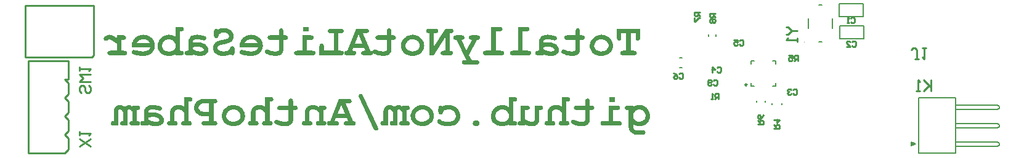
<source format=gto>
G04 Layer_Color=15132400*
%FSLAX44Y44*%
%MOMM*%
G71*
G01*
G75*
%ADD28C,0.2540*%
%ADD48C,0.1000*%
%ADD49C,0.2500*%
%ADD50C,0.2000*%
%ADD51C,0.1270*%
G36*
X788967Y891975D02*
X788514D01*
X787995Y891910D01*
X786700Y891716D01*
X785274Y891457D01*
X783784Y891003D01*
X782358Y890355D01*
X781062Y889513D01*
X780997D01*
X780933Y889383D01*
X780544Y889059D01*
X780026Y888476D01*
X779442Y887764D01*
X778859Y886792D01*
X778341Y885625D01*
X777952Y884265D01*
X777887Y883487D01*
X777822Y882710D01*
Y870010D01*
X776397D01*
X776008Y869945D01*
X775555Y869880D01*
X774453Y869621D01*
X773935Y869426D01*
X773546Y869102D01*
X773481Y869038D01*
X773416Y868973D01*
X773222Y868779D01*
X773028Y868519D01*
X772704Y867806D01*
X772639Y867418D01*
X772574Y866899D01*
Y866835D01*
Y866705D01*
X772639Y866446D01*
X772704Y866122D01*
X772833Y865798D01*
X772963Y865409D01*
X773222Y865020D01*
X773546Y864696D01*
X773611Y864632D01*
X773740Y864567D01*
X774000Y864437D01*
X774324Y864308D01*
X774777Y864113D01*
X775295Y863984D01*
X776008Y863919D01*
X776786Y863854D01*
X783978D01*
Y865279D01*
X784108Y865215D01*
X784367Y865085D01*
X784885Y864891D01*
X785468Y864567D01*
X786246Y864308D01*
X787153Y863984D01*
X788125Y863724D01*
X789162Y863465D01*
X789291D01*
X789615Y863400D01*
X790134Y863271D01*
X790846Y863206D01*
X791624Y863076D01*
X792466Y862947D01*
X794281Y862882D01*
X794734D01*
X795123Y862947D01*
X795512D01*
X796030Y863012D01*
X797132Y863206D01*
X798428Y863530D01*
X799723Y863984D01*
X801084Y864632D01*
X802315Y865474D01*
X802380D01*
X802445Y865603D01*
X802769Y865928D01*
X803287Y866446D01*
X803870Y867159D01*
X804453Y868066D01*
X804907Y869038D01*
X805296Y870139D01*
X805361Y870722D01*
X805425Y871305D01*
Y871370D01*
Y871500D01*
Y871694D01*
X805361Y871953D01*
X805231Y872666D01*
X804907Y873638D01*
X804453Y874740D01*
X804129Y875323D01*
X803741Y875906D01*
X803287Y876554D01*
X802769Y877202D01*
X802186Y877785D01*
X801473Y878433D01*
X801408Y878498D01*
X801279Y878563D01*
X801084Y878757D01*
X800760Y878951D01*
X800371Y879211D01*
X799853Y879470D01*
X799270Y879794D01*
X798622Y880118D01*
X797909Y880442D01*
X797067Y880766D01*
X796160Y881025D01*
X795188Y881284D01*
X794151Y881478D01*
X792985Y881673D01*
X791818Y881738D01*
X790522Y881802D01*
X789421D01*
X788643Y881738D01*
X787671Y881673D01*
X786570Y881543D01*
X785339Y881349D01*
X783978Y881154D01*
Y882645D01*
Y882710D01*
Y882904D01*
X784043Y883163D01*
X784108Y883487D01*
X784302Y883811D01*
X784496Y884265D01*
X784820Y884588D01*
X785209Y884977D01*
X785274Y885042D01*
X785468Y885107D01*
X785728Y885237D01*
X786181Y885431D01*
X786829Y885625D01*
X787607Y885755D01*
X788579Y885820D01*
X789745Y885884D01*
X790263D01*
X790846Y885820D01*
X791624Y885755D01*
X792661Y885625D01*
X793892Y885431D01*
X795317Y885172D01*
X796872Y884783D01*
X796937D01*
X797132Y884718D01*
X797456Y884653D01*
X797779Y884588D01*
X798622Y884459D01*
X799011Y884394D01*
X799594D01*
X799853Y884459D01*
X800112Y884524D01*
X800760Y884783D01*
X801149Y884977D01*
X801473Y885237D01*
X801538Y885301D01*
X801602Y885431D01*
X801732Y885625D01*
X801862Y885884D01*
X802186Y886597D01*
X802250Y886986D01*
X802315Y887504D01*
Y887569D01*
Y887634D01*
X802250Y887958D01*
X802186Y888411D01*
X802056Y888865D01*
X801991Y888995D01*
X801797Y889189D01*
X801538Y889513D01*
X801214Y889772D01*
X801084Y889837D01*
X800955Y889902D01*
X800695Y890031D01*
X800371Y890161D01*
X799983Y890291D01*
X799529Y890420D01*
X798946Y890614D01*
X798816D01*
X798557Y890744D01*
X798103Y890874D01*
X797520Y891003D01*
X796808Y891133D01*
X796030Y891327D01*
X794281Y891651D01*
X794151D01*
X793892Y891716D01*
X793438Y891781D01*
X792855Y891846D01*
X792142Y891910D01*
X791430Y891975D01*
X789939Y892040D01*
X789421D01*
X788967Y891975D01*
D02*
G37*
G36*
X1009207D02*
X1008753Y891910D01*
X1008170Y891846D01*
X1006939Y891586D01*
X1005578Y891198D01*
X1004153Y890614D01*
X1003440Y890226D01*
X1002727Y889772D01*
X1002079Y889189D01*
X1001431Y888606D01*
X1001302Y888476D01*
X1001043Y888087D01*
X1000589Y887504D01*
X1000135Y886727D01*
X999682Y885690D01*
X999228Y884459D01*
X998969Y883033D01*
X998840Y881478D01*
Y870010D01*
X998451D01*
X998062Y869945D01*
X997608Y869880D01*
X996507Y869621D01*
X995989Y869426D01*
X995600Y869102D01*
X995535Y869038D01*
X995470Y868973D01*
X995276Y868779D01*
X995081Y868519D01*
X994758Y867806D01*
X994693Y867418D01*
X994628Y866899D01*
Y866835D01*
Y866705D01*
X994693Y866446D01*
X994758Y866122D01*
X994887Y865798D01*
X995017Y865409D01*
X995276Y865020D01*
X995600Y864696D01*
X995665Y864632D01*
X995794Y864567D01*
X996053Y864437D01*
X996377Y864308D01*
X996831Y864113D01*
X997349Y863984D01*
X998062Y863919D01*
X998840Y863854D01*
X1005384D01*
X1005773Y863919D01*
X1006291Y863984D01*
X1007393Y864243D01*
X1007846Y864437D01*
X1008300Y864696D01*
X1008365Y864761D01*
X1008429Y864826D01*
X1008559Y865020D01*
X1008753Y865279D01*
X1009077Y865992D01*
X1009142Y866446D01*
X1009207Y866899D01*
Y866964D01*
Y867159D01*
X1009142Y867353D01*
X1009077Y867677D01*
X1008818Y868390D01*
X1008624Y868779D01*
X1008300Y869102D01*
X1008235Y869167D01*
X1008105Y869232D01*
X1007846Y869362D01*
X1007522Y869556D01*
X1007069Y869750D01*
X1006486Y869880D01*
X1005773Y869945D01*
X1004995Y870010D01*
Y881673D01*
Y881738D01*
Y881997D01*
X1005060Y882385D01*
X1005125Y882774D01*
X1005254Y883293D01*
X1005449Y883811D01*
X1005708Y884265D01*
X1006097Y884653D01*
X1006161Y884718D01*
X1006356Y884848D01*
X1006680Y885042D01*
X1007133Y885301D01*
X1007781Y885496D01*
X1008494Y885690D01*
X1009336Y885820D01*
X1010373Y885884D01*
X1010762D01*
X1011151Y885820D01*
X1011669Y885755D01*
X1012252Y885690D01*
X1012835Y885561D01*
X1013483Y885301D01*
X1014131Y885042D01*
X1014196Y884977D01*
X1014390Y884848D01*
X1014779Y884653D01*
X1015233Y884265D01*
X1015816Y883811D01*
X1016529Y883163D01*
X1017306Y882385D01*
X1018214Y881478D01*
Y870010D01*
X1017436D01*
X1016982Y869945D01*
X1016010Y869750D01*
X1015622Y869621D01*
X1015298Y869426D01*
X1015233Y869362D01*
X1015103Y869232D01*
X1014909Y868973D01*
X1014650Y868649D01*
X1014196Y867871D01*
X1014067Y867418D01*
X1014002Y866899D01*
Y866835D01*
Y866705D01*
X1014067Y866446D01*
X1014131Y866122D01*
X1014261Y865798D01*
X1014390Y865409D01*
X1014650Y865020D01*
X1014974Y864696D01*
X1015039Y864632D01*
X1015168Y864567D01*
X1015427Y864437D01*
X1015751Y864308D01*
X1016205Y864113D01*
X1016723Y863984D01*
X1017436Y863919D01*
X1018214Y863854D01*
X1024758D01*
X1025147Y863919D01*
X1025665Y863984D01*
X1026767Y864243D01*
X1027220Y864437D01*
X1027674Y864696D01*
X1027738Y864761D01*
X1027803Y864826D01*
X1027933Y865020D01*
X1028127Y865279D01*
X1028451Y865992D01*
X1028516Y866446D01*
X1028581Y866899D01*
Y866964D01*
Y867159D01*
X1028516Y867418D01*
X1028451Y867742D01*
X1028257Y868130D01*
X1028062Y868519D01*
X1027738Y868973D01*
X1027350Y869426D01*
X1027285D01*
X1027220Y869491D01*
X1027026Y869621D01*
X1026702Y869750D01*
X1026313Y869815D01*
X1025795Y869945D01*
X1025147Y870010D01*
X1024369D01*
Y885107D01*
X1024758D01*
X1025147Y885172D01*
X1025665Y885237D01*
X1026767Y885496D01*
X1027220Y885690D01*
X1027674Y885949D01*
X1027738Y886014D01*
X1027803Y886079D01*
X1027933Y886273D01*
X1028127Y886532D01*
X1028451Y887245D01*
X1028516Y887699D01*
X1028581Y888152D01*
Y888217D01*
Y888411D01*
X1028516Y888606D01*
X1028451Y888930D01*
X1028192Y889643D01*
X1027998Y890031D01*
X1027674Y890355D01*
X1027609Y890420D01*
X1027479Y890485D01*
X1027220Y890614D01*
X1026896Y890809D01*
X1026442Y891003D01*
X1025859Y891133D01*
X1025147Y891198D01*
X1024369Y891263D01*
X1018214D01*
Y889124D01*
X1018149Y889189D01*
X1017889Y889383D01*
X1017566Y889643D01*
X1017112Y889902D01*
X1016594Y890291D01*
X1015946Y890614D01*
X1015233Y890938D01*
X1014520Y891263D01*
X1014455Y891327D01*
X1014196Y891392D01*
X1013743Y891522D01*
X1013224Y891651D01*
X1012576Y891781D01*
X1011799Y891910D01*
X1011021Y892040D01*
X1009596D01*
X1009207Y891975D01*
D02*
G37*
G36*
X1114111D02*
X1113333Y891781D01*
X1112491Y891586D01*
X1111519Y891263D01*
X1110612Y890809D01*
X1109769Y890161D01*
X1109705D01*
X1109640Y890031D01*
X1109316Y889707D01*
X1108862Y889189D01*
X1108344Y888476D01*
X1107825Y887569D01*
X1107372Y886468D01*
X1107048Y885237D01*
X1106918Y884524D01*
Y883811D01*
Y870010D01*
X1106530D01*
X1106141Y869945D01*
X1105687Y869880D01*
X1104586Y869621D01*
X1104067Y869426D01*
X1103679Y869102D01*
X1103614Y869038D01*
X1103549Y868973D01*
X1103355Y868779D01*
X1103160Y868519D01*
X1102836Y867806D01*
X1102772Y867418D01*
X1102707Y866899D01*
Y866835D01*
Y866705D01*
X1102772Y866446D01*
X1102836Y866122D01*
X1102966Y865798D01*
X1103095Y865409D01*
X1103355Y865020D01*
X1103679Y864696D01*
X1103743Y864632D01*
X1103873Y864567D01*
X1104132Y864437D01*
X1104456Y864308D01*
X1104910Y864113D01*
X1105428Y863984D01*
X1106141Y863919D01*
X1106918Y863854D01*
X1113074D01*
Y883357D01*
Y883422D01*
Y883617D01*
Y883811D01*
X1113139Y884135D01*
X1113268Y884783D01*
X1113398Y885042D01*
X1113592Y885301D01*
X1113657Y885366D01*
X1113981Y885625D01*
X1114499Y885820D01*
X1115212Y885884D01*
X1115536D01*
X1115795Y885820D01*
X1116443Y885625D01*
X1117091Y885301D01*
X1117156Y885237D01*
X1117286Y885172D01*
X1117545Y884977D01*
X1117804Y884653D01*
X1118193Y884265D01*
X1118646Y883746D01*
X1119165Y883163D01*
X1119748Y882450D01*
Y870010D01*
X1119359D01*
X1118970Y869945D01*
X1118517Y869880D01*
X1117415Y869621D01*
X1116897Y869426D01*
X1116508Y869102D01*
X1116443Y869038D01*
X1116378Y868973D01*
X1116184Y868779D01*
X1115990Y868519D01*
X1115666Y867806D01*
X1115601Y867418D01*
X1115536Y866899D01*
Y866835D01*
Y866705D01*
X1115601Y866446D01*
X1115666Y866122D01*
X1115795Y865798D01*
X1115925Y865409D01*
X1116184Y865020D01*
X1116508Y864696D01*
X1116573Y864632D01*
X1116702Y864567D01*
X1116962Y864437D01*
X1117286Y864308D01*
X1117739Y864113D01*
X1118258Y863984D01*
X1118970Y863919D01*
X1119748Y863854D01*
X1125903D01*
Y883357D01*
Y883422D01*
Y883552D01*
Y883811D01*
X1125968Y884135D01*
X1126163Y884783D01*
X1126292Y885042D01*
X1126487Y885301D01*
X1126551Y885366D01*
X1126875Y885625D01*
X1127329Y885820D01*
X1128042Y885884D01*
X1128236D01*
X1128430Y885820D01*
X1128754D01*
X1129402Y885561D01*
X1129856Y885431D01*
X1130245Y885172D01*
X1130310D01*
X1130439Y885042D01*
X1130633Y884848D01*
X1130957Y884588D01*
X1131281Y884200D01*
X1131735Y883746D01*
X1132189Y883163D01*
X1132707Y882450D01*
Y870010D01*
X1132318D01*
X1131929Y869945D01*
X1131476Y869880D01*
X1130374Y869621D01*
X1129856Y869426D01*
X1129467Y869102D01*
X1129402Y869038D01*
X1129338Y868973D01*
X1129143Y868779D01*
X1128949Y868519D01*
X1128625Y867806D01*
X1128560Y867418D01*
X1128495Y866899D01*
Y866835D01*
Y866705D01*
X1128560Y866446D01*
X1128625Y866122D01*
X1128754Y865798D01*
X1128884Y865409D01*
X1129143Y865020D01*
X1129467Y864696D01*
X1129532Y864632D01*
X1129661Y864567D01*
X1129921Y864437D01*
X1130245Y864308D01*
X1130698Y864113D01*
X1131217Y863984D01*
X1131929Y863919D01*
X1132707Y863854D01*
X1139251D01*
X1139640Y863919D01*
X1140158Y863984D01*
X1141195Y864243D01*
X1141713Y864437D01*
X1142102Y864696D01*
X1142167Y864761D01*
X1142232Y864826D01*
X1142426Y865020D01*
X1142556Y865279D01*
X1142945Y865992D01*
X1143009Y866446D01*
X1143074Y866899D01*
Y866964D01*
Y867159D01*
X1143009Y867353D01*
X1142945Y867677D01*
X1142815Y868066D01*
X1142685Y868390D01*
X1142426Y868779D01*
X1142102Y869102D01*
X1142038Y869167D01*
X1141908Y869232D01*
X1141713Y869362D01*
X1141325Y869556D01*
X1140936Y869750D01*
X1140353Y869880D01*
X1139640Y869945D01*
X1138863Y870010D01*
Y885107D01*
X1139251D01*
X1139640Y885172D01*
X1140158Y885237D01*
X1141195Y885496D01*
X1141713Y885690D01*
X1142102Y885949D01*
X1142167Y886014D01*
X1142232Y886079D01*
X1142426Y886273D01*
X1142556Y886532D01*
X1142945Y887245D01*
X1143009Y887699D01*
X1143074Y888152D01*
Y888217D01*
Y888411D01*
X1143009Y888606D01*
X1142945Y888930D01*
X1142815Y889319D01*
X1142685Y889643D01*
X1142426Y890031D01*
X1142102Y890355D01*
X1142038Y890420D01*
X1141908Y890485D01*
X1141713Y890614D01*
X1141325Y890809D01*
X1140936Y891003D01*
X1140353Y891133D01*
X1139640Y891198D01*
X1138863Y891263D01*
X1132707D01*
Y889448D01*
X1132642Y889513D01*
X1132448Y889707D01*
X1132189Y889967D01*
X1131800Y890291D01*
X1130957Y890938D01*
X1130504Y891198D01*
X1130050Y891457D01*
X1129986D01*
X1129856Y891522D01*
X1129597Y891651D01*
X1129208Y891781D01*
X1128819Y891846D01*
X1128301Y891975D01*
X1127199Y892040D01*
X1126681D01*
X1126357Y891975D01*
X1125515Y891781D01*
X1124543Y891392D01*
X1124478D01*
X1124284Y891263D01*
X1124024Y891133D01*
X1123700Y890938D01*
X1122858Y890291D01*
X1121951Y889448D01*
X1121886Y889513D01*
X1121692Y889643D01*
X1121368Y889902D01*
X1120914Y890161D01*
X1120461Y890485D01*
X1119877Y890809D01*
X1118711Y891392D01*
X1118646D01*
X1118452Y891522D01*
X1118128Y891586D01*
X1117674Y891716D01*
X1117156Y891846D01*
X1116573Y891910D01*
X1115342Y892040D01*
X1114759D01*
X1114111Y891975D01*
D02*
G37*
G36*
X833028Y889772D02*
X832963Y889837D01*
X832704Y889967D01*
X832316Y890161D01*
X831862Y890420D01*
X831279Y890679D01*
X830631Y890938D01*
X829205Y891457D01*
X829140D01*
X828881Y891522D01*
X828428Y891651D01*
X827909Y891781D01*
X827326Y891846D01*
X826613Y891975D01*
X825123Y892040D01*
X824605D01*
X823957Y891975D01*
X823244Y891910D01*
X822337Y891781D01*
X821365Y891586D01*
X820393Y891327D01*
X819421Y890938D01*
X819292Y890874D01*
X818968Y890744D01*
X818514Y890485D01*
X817931Y890096D01*
X817283Y889643D01*
X816635Y889059D01*
X815922Y888347D01*
X815274Y887504D01*
X815210Y887375D01*
X815015Y887115D01*
X814756Y886597D01*
X814432Y885884D01*
X814108Y885042D01*
X813849Y884005D01*
X813654Y882904D01*
X813590Y881608D01*
Y870010D01*
X812812D01*
X812358Y869945D01*
X811386Y869750D01*
X810998Y869621D01*
X810674Y869426D01*
X810609Y869362D01*
X810479Y869232D01*
X810285Y868973D01*
X810026Y868649D01*
X809572Y867871D01*
X809443Y867418D01*
X809378Y866899D01*
Y866835D01*
Y866705D01*
X809443Y866446D01*
X809508Y866122D01*
X809637Y865798D01*
X809767Y865409D01*
X810026Y865020D01*
X810350Y864696D01*
X810415Y864632D01*
X810544Y864567D01*
X810803Y864437D01*
X811127Y864308D01*
X811581Y864113D01*
X812099Y863984D01*
X812812Y863919D01*
X813590Y863854D01*
X820134D01*
X820523Y863919D01*
X821041Y863984D01*
X822143Y864243D01*
X822596Y864437D01*
X823050Y864696D01*
X823114Y864761D01*
X823179Y864826D01*
X823309Y865020D01*
X823503Y865279D01*
X823827Y865992D01*
X823892Y866446D01*
X823957Y866899D01*
Y866964D01*
Y867159D01*
X823892Y867418D01*
X823827Y867742D01*
X823633Y868130D01*
X823438Y868519D01*
X823114Y868973D01*
X822726Y869426D01*
X822661D01*
X822596Y869491D01*
X822402Y869621D01*
X822078Y869750D01*
X821689Y869815D01*
X821171Y869945D01*
X820523Y870010D01*
X819745D01*
Y881219D01*
Y881349D01*
Y881608D01*
X819810Y881997D01*
X819875Y882515D01*
X820004Y883098D01*
X820199Y883617D01*
X820458Y884135D01*
X820847Y884524D01*
X820911Y884588D01*
X821106Y884718D01*
X821430Y884977D01*
X821883Y885237D01*
X822531Y885431D01*
X823244Y885690D01*
X824086Y885820D01*
X825123Y885884D01*
X825447D01*
X825836Y885820D01*
X826354Y885755D01*
X826873Y885690D01*
X827521Y885561D01*
X828104Y885301D01*
X828752Y885042D01*
X828817Y884977D01*
X829076Y884912D01*
X829400Y884653D01*
X829918Y884329D01*
X830501Y883876D01*
X831214Y883293D01*
X832056Y882515D01*
X833028Y881608D01*
Y870010D01*
X832251D01*
X831797Y869945D01*
X830825Y869750D01*
X830436Y869621D01*
X830112Y869426D01*
X830048Y869362D01*
X829918Y869232D01*
X829724Y868973D01*
X829464Y868649D01*
X829011Y867871D01*
X828881Y867418D01*
X828817Y866899D01*
Y866835D01*
Y866705D01*
X828881Y866446D01*
X828946Y866122D01*
X829076Y865798D01*
X829205Y865409D01*
X829464Y865020D01*
X829788Y864696D01*
X829853Y864632D01*
X829983Y864567D01*
X830242Y864437D01*
X830566Y864308D01*
X831020Y864113D01*
X831538Y863984D01*
X832251Y863919D01*
X833028Y863854D01*
X839573D01*
X839961Y863919D01*
X840480Y863984D01*
X841581Y864243D01*
X842035Y864437D01*
X842488Y864696D01*
X842553Y864761D01*
X842618Y864826D01*
X842747Y865020D01*
X842942Y865279D01*
X843266Y865992D01*
X843331Y866446D01*
X843395Y866899D01*
Y866964D01*
Y867159D01*
X843331Y867418D01*
X843266Y867742D01*
X843072Y868130D01*
X842877Y868519D01*
X842553Y868973D01*
X842164Y869426D01*
X842100D01*
X842035Y869491D01*
X841840Y869621D01*
X841516Y869750D01*
X841128Y869815D01*
X840609Y869945D01*
X839961Y870010D01*
X839184D01*
Y896835D01*
X840609D01*
X840998Y896900D01*
X841516Y896964D01*
X842618Y897224D01*
X843072Y897418D01*
X843525Y897677D01*
X843590Y897742D01*
X843655Y897807D01*
X843784Y898001D01*
X843979Y898260D01*
X844303Y898973D01*
X844367Y899427D01*
X844432Y899880D01*
Y899945D01*
Y900139D01*
X844367Y900334D01*
X844303Y900658D01*
X844043Y901370D01*
X843849Y901759D01*
X843525Y902083D01*
X843460Y902148D01*
X843331Y902213D01*
X843072Y902343D01*
X842747Y902537D01*
X842294Y902731D01*
X841711Y902861D01*
X840998Y902926D01*
X840220Y902990D01*
X833028D01*
Y889772D01*
D02*
G37*
G36*
X1295279Y870010D02*
X1294890D01*
X1294501Y869945D01*
X1294048Y869880D01*
X1292946Y869621D01*
X1292428Y869426D01*
X1292039Y869102D01*
X1291974Y869038D01*
X1291909Y868973D01*
X1291715Y868779D01*
X1291521Y868519D01*
X1291196Y867806D01*
X1291132Y867418D01*
X1291067Y866899D01*
Y866835D01*
Y866705D01*
X1291132Y866446D01*
X1291196Y866122D01*
X1291326Y865798D01*
X1291456Y865409D01*
X1291715Y865020D01*
X1292039Y864696D01*
X1292104Y864632D01*
X1292233Y864567D01*
X1292492Y864437D01*
X1292816Y864308D01*
X1293270Y864113D01*
X1293788Y863984D01*
X1294501Y863919D01*
X1295279Y863854D01*
X1301434D01*
Y865279D01*
X1301564Y865215D01*
X1301888Y865085D01*
X1302406Y864891D01*
X1303119Y864567D01*
X1303896Y864308D01*
X1304739Y863984D01*
X1306553Y863465D01*
X1306683D01*
X1306942Y863400D01*
X1307395Y863271D01*
X1308043Y863206D01*
X1308756Y863076D01*
X1309534Y862947D01*
X1311154Y862882D01*
X1311672D01*
X1312255Y862947D01*
X1312968Y863012D01*
X1313810Y863206D01*
X1314652Y863400D01*
X1315560Y863724D01*
X1316467Y864113D01*
X1316532Y864178D01*
X1316855Y864372D01*
X1317244Y864632D01*
X1317698Y865020D01*
X1318281Y865539D01*
X1318864Y866187D01*
X1319447Y866899D01*
X1319966Y867677D01*
X1320030Y867742D01*
X1320095Y868001D01*
X1320225Y868325D01*
X1320419Y868779D01*
X1320614Y869362D01*
X1320743Y870074D01*
X1320808Y870852D01*
X1320873Y871759D01*
Y885107D01*
X1322298D01*
X1322687Y885172D01*
X1323205Y885237D01*
X1324307Y885496D01*
X1324760Y885690D01*
X1325214Y885949D01*
X1325279Y886014D01*
X1325344Y886079D01*
X1325473Y886273D01*
X1325668Y886532D01*
X1325992Y887245D01*
X1326056Y887699D01*
X1326121Y888152D01*
Y888217D01*
Y888411D01*
X1326056Y888606D01*
X1325992Y888930D01*
X1325732Y889643D01*
X1325538Y890031D01*
X1325214Y890355D01*
X1325149Y890420D01*
X1325020Y890485D01*
X1324760Y890614D01*
X1324436Y890809D01*
X1323983Y891003D01*
X1323400Y891133D01*
X1322687Y891198D01*
X1321909Y891263D01*
X1314717D01*
Y872796D01*
Y872731D01*
Y872472D01*
X1314652Y872148D01*
X1314588Y871694D01*
X1314328Y870787D01*
X1314134Y870333D01*
X1313810Y869945D01*
X1313745Y869880D01*
X1313616Y869815D01*
X1313421Y869686D01*
X1313097Y869491D01*
X1312644Y869297D01*
X1312190Y869167D01*
X1311607Y869102D01*
X1310894Y869038D01*
X1310570D01*
X1310181Y869102D01*
X1309663D01*
X1309080Y869232D01*
X1308432Y869362D01*
X1307655Y869491D01*
X1306877Y869750D01*
X1306747Y869815D01*
X1306488Y869880D01*
X1306035Y870074D01*
X1305387Y870333D01*
X1304609Y870722D01*
X1303637Y871176D01*
X1302601Y871759D01*
X1301434Y872407D01*
Y885107D01*
X1304026D01*
X1304415Y885172D01*
X1304933Y885237D01*
X1306035Y885496D01*
X1306488Y885690D01*
X1306942Y885949D01*
X1307007Y886014D01*
X1307071Y886079D01*
X1307201Y886273D01*
X1307395Y886532D01*
X1307719Y887245D01*
X1307784Y887699D01*
X1307849Y888152D01*
Y888217D01*
Y888411D01*
X1307784Y888606D01*
X1307719Y888930D01*
X1307460Y889643D01*
X1307266Y890031D01*
X1306942Y890355D01*
X1306877Y890420D01*
X1306747Y890485D01*
X1306488Y890614D01*
X1306164Y890809D01*
X1305711Y891003D01*
X1305128Y891133D01*
X1304415Y891198D01*
X1303637Y891263D01*
X1295279D01*
Y870010D01*
D02*
G37*
G36*
X1194911Y891975D02*
X1194198Y891910D01*
X1193420Y891846D01*
X1191736Y891522D01*
X1191606D01*
X1191347Y891457D01*
X1190958Y891327D01*
X1190375Y891198D01*
X1189792Y891003D01*
X1189079Y890744D01*
X1187653Y890096D01*
X1187589Y890161D01*
X1187459Y890291D01*
X1187265Y890420D01*
X1186941Y890679D01*
X1186228Y891003D01*
X1185839Y891133D01*
X1185386Y891198D01*
X1185126D01*
X1184932Y891133D01*
X1184608Y891068D01*
X1184219Y890938D01*
X1183895Y890809D01*
X1183506Y890550D01*
X1183183Y890226D01*
X1183118Y890161D01*
X1183053Y890031D01*
X1182923Y889772D01*
X1182729Y889448D01*
X1182535Y888995D01*
X1182405Y888476D01*
X1182340Y887828D01*
X1182275Y887051D01*
Y883098D01*
Y883033D01*
Y882710D01*
X1182340Y882321D01*
X1182405Y881867D01*
X1182664Y880830D01*
X1182859Y880312D01*
X1183183Y879923D01*
X1183247Y879858D01*
X1183312Y879794D01*
X1183506Y879664D01*
X1183766Y879470D01*
X1184479Y879146D01*
X1184867Y879081D01*
X1185386Y879016D01*
X1185580D01*
X1185839Y879081D01*
X1186163D01*
X1186876Y879340D01*
X1187200Y879470D01*
X1187589Y879729D01*
X1187653Y879858D01*
X1187783Y879988D01*
X1187913Y880182D01*
X1188107Y880506D01*
X1188237Y880895D01*
X1188431Y881349D01*
X1188561Y881932D01*
Y881997D01*
X1188625Y882191D01*
X1188755Y882515D01*
X1188949Y882904D01*
X1189144Y883293D01*
X1189468Y883681D01*
X1189856Y884135D01*
X1190310Y884459D01*
X1190440Y884524D01*
X1190764Y884653D01*
X1191282Y884912D01*
X1191995Y885172D01*
X1192902Y885431D01*
X1193939Y885690D01*
X1195170Y885820D01*
X1196530Y885884D01*
X1196984D01*
X1197243Y885820D01*
X1197632D01*
X1198085Y885755D01*
X1199057Y885561D01*
X1200159Y885237D01*
X1201390Y884783D01*
X1202556Y884135D01*
X1203593Y883293D01*
X1203723Y883163D01*
X1203982Y882839D01*
X1204435Y882256D01*
X1204889Y881543D01*
X1205343Y880571D01*
X1205796Y879470D01*
X1206055Y878239D01*
X1206185Y876813D01*
Y876748D01*
Y876684D01*
Y876489D01*
X1206120Y876230D01*
X1206055Y875582D01*
X1205861Y874740D01*
X1205537Y873832D01*
X1205148Y872861D01*
X1204500Y871953D01*
X1203658Y871111D01*
X1203528Y871046D01*
X1203139Y870787D01*
X1202880Y870658D01*
X1202556Y870463D01*
X1202103Y870269D01*
X1201649Y870074D01*
X1201131Y869880D01*
X1200483Y869686D01*
X1199770Y869491D01*
X1199057Y869362D01*
X1198215Y869232D01*
X1197308Y869102D01*
X1196271Y869038D01*
X1194586D01*
X1193874Y869102D01*
X1193031Y869167D01*
X1191995Y869232D01*
X1190958Y869362D01*
X1189921Y869556D01*
X1188949Y869815D01*
X1188885D01*
X1188690Y869880D01*
X1188431Y870010D01*
X1188042Y870204D01*
X1187200Y870722D01*
X1186746Y871046D01*
X1186228Y871435D01*
X1186163Y871500D01*
X1186033Y871629D01*
X1185774Y871824D01*
X1185450Y872083D01*
X1184673Y872472D01*
X1184219Y872601D01*
X1183830Y872666D01*
X1183636D01*
X1183377Y872601D01*
X1183118Y872537D01*
X1182794Y872407D01*
X1182405Y872277D01*
X1182016Y872018D01*
X1181692Y871694D01*
X1181628Y871629D01*
X1181563Y871565D01*
X1181368Y871370D01*
X1181174Y871111D01*
X1180850Y870398D01*
X1180785Y869945D01*
X1180720Y869491D01*
Y869426D01*
X1180785Y869167D01*
X1180850Y868714D01*
X1181044Y868260D01*
X1181433Y867612D01*
X1181951Y866964D01*
X1182599Y866316D01*
X1183053Y865928D01*
X1183571Y865603D01*
X1183636D01*
X1183766Y865474D01*
X1184025Y865344D01*
X1184349Y865150D01*
X1184802Y864956D01*
X1185321Y864761D01*
X1185904Y864502D01*
X1186617Y864243D01*
X1187459Y863984D01*
X1188366Y863724D01*
X1189338Y863530D01*
X1190440Y863336D01*
X1191671Y863141D01*
X1192902Y863012D01*
X1194263Y862947D01*
X1195753Y862882D01*
X1196466D01*
X1196919Y862947D01*
X1197567D01*
X1198215Y863012D01*
X1198993Y863141D01*
X1199835Y863271D01*
X1201649Y863595D01*
X1203528Y864113D01*
X1205343Y864826D01*
X1206185Y865279D01*
X1206963Y865798D01*
X1207027Y865863D01*
X1207222Y865992D01*
X1207481Y866187D01*
X1207805Y866511D01*
X1208194Y866964D01*
X1208647Y867418D01*
X1209165Y868001D01*
X1209619Y868714D01*
X1210137Y869426D01*
X1210656Y870269D01*
X1211109Y871176D01*
X1211498Y872148D01*
X1211822Y873185D01*
X1212081Y874351D01*
X1212276Y875517D01*
X1212340Y876813D01*
Y876878D01*
Y877137D01*
Y877461D01*
X1212276Y877915D01*
X1212211Y878498D01*
X1212081Y879146D01*
X1211952Y879858D01*
X1211822Y880636D01*
X1211304Y882321D01*
X1210915Y883228D01*
X1210526Y884200D01*
X1210008Y885107D01*
X1209425Y886014D01*
X1208777Y886856D01*
X1207999Y887699D01*
X1207934Y887764D01*
X1207805Y887893D01*
X1207546Y888087D01*
X1207222Y888411D01*
X1206768Y888735D01*
X1206250Y889059D01*
X1205602Y889448D01*
X1204889Y889902D01*
X1204111Y890291D01*
X1203269Y890679D01*
X1202297Y891003D01*
X1201261Y891392D01*
X1200159Y891651D01*
X1198993Y891846D01*
X1197762Y891975D01*
X1196466Y892040D01*
X1195558D01*
X1194911Y891975D01*
D02*
G37*
G36*
X1373507Y997691D02*
X1373183Y997626D01*
X1372794Y997497D01*
X1372471Y997367D01*
X1372082Y997108D01*
X1371758Y996784D01*
X1371693Y996719D01*
X1371628Y996589D01*
X1371499Y996330D01*
X1371304Y996006D01*
X1371110Y995553D01*
X1370980Y995034D01*
X1370915Y994386D01*
X1370851Y993609D01*
Y988036D01*
X1359058D01*
X1358669Y987972D01*
X1358215Y987907D01*
X1357179Y987648D01*
X1356660Y987453D01*
X1356272Y987129D01*
X1356207Y987065D01*
X1356142Y987000D01*
X1355948Y986805D01*
X1355753Y986546D01*
X1355429Y985833D01*
X1355365Y985445D01*
X1355300Y984926D01*
Y984862D01*
Y984732D01*
X1355365Y984473D01*
X1355429Y984149D01*
X1355559Y983825D01*
X1355688Y983436D01*
X1355948Y983047D01*
X1356272Y982723D01*
X1356337Y982658D01*
X1356466Y982594D01*
X1356725Y982464D01*
X1357049Y982335D01*
X1357503Y982140D01*
X1358021Y982010D01*
X1358669Y981946D01*
X1359447Y981881D01*
X1370851D01*
Y969440D01*
Y969375D01*
Y969116D01*
X1370786Y968792D01*
X1370721Y968339D01*
X1370527Y967496D01*
X1370332Y967107D01*
X1370073Y966784D01*
X1370008Y966719D01*
X1369814Y966654D01*
X1369490Y966460D01*
X1369036Y966330D01*
X1368388Y966136D01*
X1367611Y965941D01*
X1366639Y965876D01*
X1365537Y965812D01*
X1365084D01*
X1364760Y965876D01*
X1364306D01*
X1363853Y965941D01*
X1362686Y966071D01*
X1361326Y966265D01*
X1359835Y966654D01*
X1358345Y967107D01*
X1356790Y967756D01*
X1356725Y967820D01*
X1356531Y967885D01*
X1356272Y968015D01*
X1355883Y968209D01*
X1355105Y968468D01*
X1354717Y968533D01*
X1354393Y968598D01*
X1354198D01*
X1353939Y968533D01*
X1353680Y968468D01*
X1352967Y968209D01*
X1352578Y968015D01*
X1352254Y967691D01*
X1352190Y967626D01*
X1352125Y967561D01*
X1351995Y967367D01*
X1351801Y967107D01*
X1351477Y966395D01*
X1351412Y965941D01*
X1351347Y965488D01*
Y965423D01*
Y965293D01*
X1351412Y965034D01*
X1351477Y964775D01*
X1351606Y964451D01*
X1351736Y964127D01*
X1351995Y963738D01*
X1352319Y963414D01*
X1352384Y963349D01*
X1352643Y963155D01*
X1353032Y962896D01*
X1353615Y962572D01*
X1354393Y962183D01*
X1355429Y961730D01*
X1356725Y961276D01*
X1357438Y961017D01*
X1358215Y960822D01*
X1358280D01*
X1358410Y960758D01*
X1358604Y960693D01*
X1358928Y960628D01*
X1359317Y960563D01*
X1359771Y960434D01*
X1360743Y960239D01*
X1361909Y960045D01*
X1363140Y959850D01*
X1364371Y959721D01*
X1365537Y959656D01*
X1366056D01*
X1366509Y959721D01*
X1366963D01*
X1367481Y959786D01*
X1368777Y959980D01*
X1370203Y960239D01*
X1371628Y960693D01*
X1372989Y961276D01*
X1373572Y961665D01*
X1374155Y962118D01*
X1374285Y962248D01*
X1374609Y962572D01*
X1375062Y963090D01*
X1375581Y963803D01*
X1376099Y964710D01*
X1376553Y965747D01*
X1376877Y966913D01*
X1376941Y967561D01*
X1377006Y968209D01*
Y981881D01*
X1379663D01*
X1380052Y981946D01*
X1380505Y982010D01*
X1381542Y982270D01*
X1382060Y982464D01*
X1382449Y982723D01*
X1382514Y982788D01*
X1382579Y982853D01*
X1382708Y983047D01*
X1382903Y983306D01*
X1383227Y984019D01*
X1383291Y984473D01*
X1383356Y984926D01*
Y984991D01*
Y985185D01*
X1383291Y985380D01*
X1383227Y985704D01*
X1382967Y986417D01*
X1382773Y986805D01*
X1382449Y987129D01*
X1382384Y987194D01*
X1382255Y987259D01*
X1381996Y987389D01*
X1381671Y987583D01*
X1381218Y987777D01*
X1380699Y987907D01*
X1380052Y987972D01*
X1379274Y988036D01*
X1377006D01*
Y993609D01*
Y993738D01*
Y993998D01*
X1376941Y994386D01*
X1376877Y994840D01*
X1376617Y995877D01*
X1376423Y996395D01*
X1376164Y996784D01*
X1376099Y996849D01*
X1376034Y996913D01*
X1375840Y997108D01*
X1375581Y997302D01*
X1374868Y997626D01*
X1374414Y997691D01*
X1373961Y997756D01*
X1373702D01*
X1373507Y997691D01*
D02*
G37*
G36*
X1145816Y988749D02*
X1145363Y988684D01*
X1144326Y988555D01*
X1143095Y988296D01*
X1141734Y987907D01*
X1140309Y987389D01*
X1138818Y986676D01*
X1138754D01*
X1138624Y986611D01*
X1138429Y986481D01*
X1138170Y986287D01*
X1137458Y985833D01*
X1136615Y985185D01*
X1135643Y984408D01*
X1134607Y983436D01*
X1133699Y982335D01*
X1132857Y981039D01*
Y980974D01*
X1132792Y980909D01*
X1132663Y980715D01*
X1132533Y980455D01*
X1132209Y979743D01*
X1131820Y978836D01*
X1131496Y977734D01*
X1131172Y976503D01*
X1130913Y975142D01*
X1130848Y973782D01*
Y973717D01*
Y973652D01*
Y973457D01*
Y973198D01*
X1130978Y972486D01*
X1131108Y971578D01*
X1131367Y970542D01*
X1131691Y969375D01*
X1132209Y968144D01*
X1132857Y966848D01*
Y966784D01*
X1132922Y966719D01*
X1133246Y966330D01*
X1133699Y965682D01*
X1134347Y964969D01*
X1135125Y964127D01*
X1136162Y963220D01*
X1137393Y962377D01*
X1138754Y961600D01*
X1138818D01*
X1138948Y961535D01*
X1139142Y961405D01*
X1139401Y961276D01*
X1139790Y961146D01*
X1140179Y961017D01*
X1141216Y960628D01*
X1142447Y960304D01*
X1143808Y959980D01*
X1145363Y959721D01*
X1146918Y959656D01*
X1147630D01*
X1148019Y959721D01*
X1148473Y959786D01*
X1149510Y959915D01*
X1150741Y960110D01*
X1152101Y960434D01*
X1153527Y960887D01*
X1155017Y961535D01*
X1155082D01*
X1155212Y961600D01*
X1155406Y961730D01*
X1155665Y961924D01*
X1156313Y962313D01*
X1157155Y962961D01*
X1158127Y963673D01*
X1159099Y964581D01*
X1160006Y965682D01*
X1160849Y966848D01*
Y966913D01*
X1160914Y966978D01*
X1161043Y967172D01*
X1161173Y967431D01*
X1161497Y968080D01*
X1161821Y968987D01*
X1162209Y970023D01*
X1162533Y971254D01*
X1162793Y972486D01*
X1162857Y973846D01*
Y973911D01*
Y974041D01*
Y974235D01*
X1162793Y974494D01*
X1162728Y975207D01*
X1162598Y976114D01*
X1162339Y977216D01*
X1162015Y978447D01*
X1161497Y979743D01*
X1160849Y981103D01*
Y981168D01*
X1160719Y981233D01*
X1160654Y981427D01*
X1160460Y981686D01*
X1160006Y982335D01*
X1159359Y983177D01*
X1158516Y984019D01*
X1157479Y984991D01*
X1156313Y985898D01*
X1154952Y986740D01*
X1154888D01*
X1154758Y986805D01*
X1154564Y986935D01*
X1154304Y987065D01*
X1153916Y987194D01*
X1153527Y987389D01*
X1152490Y987777D01*
X1151259Y988166D01*
X1149898Y988490D01*
X1148473Y988749D01*
X1146918Y988814D01*
X1146205D01*
X1145816Y988749D01*
D02*
G37*
G36*
X965815Y997691D02*
X965491Y997626D01*
X965102Y997497D01*
X964778Y997367D01*
X964389Y997108D01*
X964065Y996784D01*
X964000Y996719D01*
X963935Y996589D01*
X963806Y996330D01*
X963612Y996006D01*
X963417Y995553D01*
X963288Y995034D01*
X963223Y994386D01*
X963158Y993609D01*
Y988036D01*
X951365D01*
X950976Y987972D01*
X950523Y987907D01*
X949486Y987648D01*
X948968Y987453D01*
X948579Y987129D01*
X948514Y987065D01*
X948449Y987000D01*
X948255Y986805D01*
X948061Y986546D01*
X947737Y985833D01*
X947672Y985445D01*
X947607Y984926D01*
Y984862D01*
Y984732D01*
X947672Y984473D01*
X947737Y984149D01*
X947866Y983825D01*
X947996Y983436D01*
X948255Y983047D01*
X948579Y982723D01*
X948644Y982658D01*
X948773Y982594D01*
X949033Y982464D01*
X949357Y982335D01*
X949810Y982140D01*
X950329Y982010D01*
X950976Y981946D01*
X951754Y981881D01*
X963158D01*
Y969440D01*
Y969375D01*
Y969116D01*
X963093Y968792D01*
X963028Y968339D01*
X962834Y967496D01*
X962640Y967107D01*
X962380Y966784D01*
X962316Y966719D01*
X962121Y966654D01*
X961797Y966460D01*
X961344Y966330D01*
X960696Y966136D01*
X959918Y965941D01*
X958946Y965876D01*
X957845Y965812D01*
X957391D01*
X957067Y965876D01*
X956614D01*
X956160Y965941D01*
X954994Y966071D01*
X953633Y966265D01*
X952143Y966654D01*
X950652Y967107D01*
X949097Y967756D01*
X949033Y967820D01*
X948838Y967885D01*
X948579Y968015D01*
X948190Y968209D01*
X947413Y968468D01*
X947024Y968533D01*
X946700Y968598D01*
X946506D01*
X946246Y968533D01*
X945987Y968468D01*
X945275Y968209D01*
X944886Y968015D01*
X944562Y967691D01*
X944497Y967626D01*
X944432Y967561D01*
X944303Y967367D01*
X944108Y967107D01*
X943784Y966395D01*
X943719Y965941D01*
X943655Y965488D01*
Y965423D01*
Y965293D01*
X943719Y965034D01*
X943784Y964775D01*
X943914Y964451D01*
X944043Y964127D01*
X944303Y963738D01*
X944626Y963414D01*
X944691Y963349D01*
X944950Y963155D01*
X945339Y962896D01*
X945922Y962572D01*
X946700Y962183D01*
X947737Y961730D01*
X949033Y961276D01*
X949745Y961017D01*
X950523Y960822D01*
X950588D01*
X950717Y960758D01*
X950912Y960693D01*
X951236Y960628D01*
X951624Y960563D01*
X952078Y960434D01*
X953050Y960239D01*
X954216Y960045D01*
X955447Y959850D01*
X956678Y959721D01*
X957845Y959656D01*
X958363D01*
X958817Y959721D01*
X959270D01*
X959789Y959786D01*
X961085Y959980D01*
X962510Y960239D01*
X963935Y960693D01*
X965296Y961276D01*
X965879Y961665D01*
X966463Y962118D01*
X966592Y962248D01*
X966916Y962572D01*
X967370Y963090D01*
X967888Y963803D01*
X968406Y964710D01*
X968860Y965747D01*
X969184Y966913D01*
X969249Y967561D01*
X969314Y968209D01*
Y981881D01*
X971970D01*
X972359Y981946D01*
X972812Y982010D01*
X973849Y982270D01*
X974368Y982464D01*
X974756Y982723D01*
X974821Y982788D01*
X974886Y982853D01*
X975016Y983047D01*
X975210Y983306D01*
X975534Y984019D01*
X975599Y984473D01*
X975664Y984926D01*
Y984991D01*
Y985185D01*
X975599Y985380D01*
X975534Y985704D01*
X975275Y986417D01*
X975080Y986805D01*
X974756Y987129D01*
X974692Y987194D01*
X974562Y987259D01*
X974303Y987389D01*
X973979Y987583D01*
X973525Y987777D01*
X973007Y987907D01*
X972359Y987972D01*
X971581Y988036D01*
X969314D01*
Y993609D01*
Y993738D01*
Y993998D01*
X969249Y994386D01*
X969184Y994840D01*
X968925Y995877D01*
X968730Y996395D01*
X968471Y996784D01*
X968406Y996849D01*
X968342Y996913D01*
X968147Y997108D01*
X967888Y997302D01*
X967175Y997626D01*
X966722Y997691D01*
X966268Y997756D01*
X966009D01*
X965815Y997691D01*
D02*
G37*
G36*
X743481Y891975D02*
X742703Y891781D01*
X741861Y891586D01*
X740889Y891263D01*
X739982Y890809D01*
X739140Y890161D01*
X739075D01*
X739010Y890031D01*
X738686Y889707D01*
X738232Y889189D01*
X737714Y888476D01*
X737196Y887569D01*
X736742Y886468D01*
X736418Y885237D01*
X736289Y884524D01*
Y883811D01*
Y870010D01*
X735900D01*
X735511Y869945D01*
X735058Y869880D01*
X733956Y869621D01*
X733438Y869426D01*
X733049Y869102D01*
X732984Y869038D01*
X732919Y868973D01*
X732725Y868779D01*
X732531Y868519D01*
X732207Y867806D01*
X732142Y867418D01*
X732077Y866899D01*
Y866835D01*
Y866705D01*
X732142Y866446D01*
X732207Y866122D01*
X732336Y865798D01*
X732466Y865409D01*
X732725Y865020D01*
X733049Y864696D01*
X733114Y864632D01*
X733243Y864567D01*
X733503Y864437D01*
X733826Y864308D01*
X734280Y864113D01*
X734798Y863984D01*
X735511Y863919D01*
X736289Y863854D01*
X742444D01*
Y883357D01*
Y883422D01*
Y883617D01*
Y883811D01*
X742509Y884135D01*
X742639Y884783D01*
X742768Y885042D01*
X742963Y885301D01*
X743027Y885366D01*
X743351Y885625D01*
X743870Y885820D01*
X744583Y885884D01*
X744906D01*
X745166Y885820D01*
X745814Y885625D01*
X746461Y885301D01*
X746526Y885237D01*
X746656Y885172D01*
X746915Y884977D01*
X747174Y884653D01*
X747563Y884265D01*
X748017Y883746D01*
X748535Y883163D01*
X749118Y882450D01*
Y870010D01*
X748729D01*
X748341Y869945D01*
X747887Y869880D01*
X746786Y869621D01*
X746267Y869426D01*
X745878Y869102D01*
X745814Y869038D01*
X745749Y868973D01*
X745554Y868779D01*
X745360Y868519D01*
X745036Y867806D01*
X744971Y867418D01*
X744906Y866899D01*
Y866835D01*
Y866705D01*
X744971Y866446D01*
X745036Y866122D01*
X745166Y865798D01*
X745295Y865409D01*
X745554Y865020D01*
X745878Y864696D01*
X745943Y864632D01*
X746073Y864567D01*
X746332Y864437D01*
X746656Y864308D01*
X747110Y864113D01*
X747628Y863984D01*
X748341Y863919D01*
X749118Y863854D01*
X755274D01*
Y883357D01*
Y883422D01*
Y883552D01*
Y883811D01*
X755339Y884135D01*
X755533Y884783D01*
X755663Y885042D01*
X755857Y885301D01*
X755922Y885366D01*
X756246Y885625D01*
X756699Y885820D01*
X757412Y885884D01*
X757606D01*
X757801Y885820D01*
X758125D01*
X758773Y885561D01*
X759226Y885431D01*
X759615Y885172D01*
X759680D01*
X759809Y885042D01*
X760004Y884848D01*
X760328Y884588D01*
X760652Y884200D01*
X761105Y883746D01*
X761559Y883163D01*
X762077Y882450D01*
Y870010D01*
X761689D01*
X761300Y869945D01*
X760846Y869880D01*
X759745Y869621D01*
X759226Y869426D01*
X758838Y869102D01*
X758773Y869038D01*
X758708Y868973D01*
X758513Y868779D01*
X758319Y868519D01*
X757995Y867806D01*
X757930Y867418D01*
X757866Y866899D01*
Y866835D01*
Y866705D01*
X757930Y866446D01*
X757995Y866122D01*
X758125Y865798D01*
X758254Y865409D01*
X758513Y865020D01*
X758838Y864696D01*
X758902Y864632D01*
X759032Y864567D01*
X759291Y864437D01*
X759615Y864308D01*
X760069Y864113D01*
X760587Y863984D01*
X761300Y863919D01*
X762077Y863854D01*
X768622D01*
X769010Y863919D01*
X769529Y863984D01*
X770565Y864243D01*
X771084Y864437D01*
X771473Y864696D01*
X771537Y864761D01*
X771602Y864826D01*
X771797Y865020D01*
X771926Y865279D01*
X772315Y865992D01*
X772380Y866446D01*
X772445Y866899D01*
Y866964D01*
Y867159D01*
X772380Y867353D01*
X772315Y867677D01*
X772185Y868066D01*
X772056Y868390D01*
X771797Y868779D01*
X771473Y869102D01*
X771408Y869167D01*
X771278Y869232D01*
X771084Y869362D01*
X770695Y869556D01*
X770306Y869750D01*
X769723Y869880D01*
X769010Y869945D01*
X768233Y870010D01*
Y885107D01*
X768622D01*
X769010Y885172D01*
X769529Y885237D01*
X770565Y885496D01*
X771084Y885690D01*
X771473Y885949D01*
X771537Y886014D01*
X771602Y886079D01*
X771797Y886273D01*
X771926Y886532D01*
X772315Y887245D01*
X772380Y887699D01*
X772445Y888152D01*
Y888217D01*
Y888411D01*
X772380Y888606D01*
X772315Y888930D01*
X772185Y889319D01*
X772056Y889643D01*
X771797Y890031D01*
X771473Y890355D01*
X771408Y890420D01*
X771278Y890485D01*
X771084Y890614D01*
X770695Y890809D01*
X770306Y891003D01*
X769723Y891133D01*
X769010Y891198D01*
X768233Y891263D01*
X762077D01*
Y889448D01*
X762012Y889513D01*
X761818Y889707D01*
X761559Y889967D01*
X761170Y890291D01*
X760328Y890938D01*
X759874Y891198D01*
X759421Y891457D01*
X759356D01*
X759226Y891522D01*
X758967Y891651D01*
X758578Y891781D01*
X758189Y891846D01*
X757671Y891975D01*
X756570Y892040D01*
X756051D01*
X755727Y891975D01*
X754885Y891781D01*
X753913Y891392D01*
X753848D01*
X753654Y891263D01*
X753395Y891133D01*
X753071Y890938D01*
X752228Y890291D01*
X751321Y889448D01*
X751256Y889513D01*
X751062Y889643D01*
X750738Y889902D01*
X750285Y890161D01*
X749831Y890485D01*
X749248Y890809D01*
X748081Y891392D01*
X748017D01*
X747822Y891522D01*
X747498Y891586D01*
X747045Y891716D01*
X746526Y891846D01*
X745943Y891910D01*
X744712Y892040D01*
X744129D01*
X743481Y891975D01*
D02*
G37*
G36*
X1417418Y896446D02*
X1424805D01*
Y902990D01*
X1417418D01*
Y896446D01*
D02*
G37*
G36*
X1405257Y988749D02*
X1404803Y988684D01*
X1403767Y988555D01*
X1402536Y988296D01*
X1401175Y987907D01*
X1399749Y987389D01*
X1398259Y986676D01*
X1398194D01*
X1398065Y986611D01*
X1397870Y986481D01*
X1397611Y986287D01*
X1396898Y985833D01*
X1396056Y985185D01*
X1395084Y984408D01*
X1394047Y983436D01*
X1393140Y982335D01*
X1392298Y981039D01*
Y980974D01*
X1392233Y980909D01*
X1392103Y980715D01*
X1391974Y980455D01*
X1391650Y979743D01*
X1391261Y978836D01*
X1390937Y977734D01*
X1390613Y976503D01*
X1390354Y975142D01*
X1390289Y973782D01*
Y973717D01*
Y973652D01*
Y973457D01*
Y973198D01*
X1390419Y972486D01*
X1390549Y971578D01*
X1390808Y970542D01*
X1391132Y969375D01*
X1391650Y968144D01*
X1392298Y966848D01*
Y966784D01*
X1392363Y966719D01*
X1392687Y966330D01*
X1393140Y965682D01*
X1393788Y964969D01*
X1394566Y964127D01*
X1395603Y963220D01*
X1396834Y962377D01*
X1398194Y961600D01*
X1398259D01*
X1398389Y961535D01*
X1398583Y961405D01*
X1398842Y961276D01*
X1399231Y961146D01*
X1399620Y961017D01*
X1400656Y960628D01*
X1401888Y960304D01*
X1403248Y959980D01*
X1404803Y959721D01*
X1406358Y959656D01*
X1407071D01*
X1407460Y959721D01*
X1407914Y959786D01*
X1408950Y959915D01*
X1410181Y960110D01*
X1411542Y960434D01*
X1412968Y960887D01*
X1414458Y961535D01*
X1414523D01*
X1414652Y961600D01*
X1414847Y961730D01*
X1415106Y961924D01*
X1415754Y962313D01*
X1416596Y962961D01*
X1417568Y963673D01*
X1418540Y964581D01*
X1419447Y965682D01*
X1420289Y966848D01*
Y966913D01*
X1420354Y966978D01*
X1420484Y967172D01*
X1420614Y967431D01*
X1420938Y968080D01*
X1421261Y968987D01*
X1421650Y970023D01*
X1421974Y971254D01*
X1422233Y972486D01*
X1422298Y973846D01*
Y973911D01*
Y974041D01*
Y974235D01*
X1422233Y974494D01*
X1422169Y975207D01*
X1422039Y976114D01*
X1421780Y977216D01*
X1421456Y978447D01*
X1420938Y979743D01*
X1420289Y981103D01*
Y981168D01*
X1420160Y981233D01*
X1420095Y981427D01*
X1419901Y981686D01*
X1419447Y982335D01*
X1418799Y983177D01*
X1417957Y984019D01*
X1416920Y984991D01*
X1415754Y985898D01*
X1414393Y986740D01*
X1414328D01*
X1414199Y986805D01*
X1414004Y986935D01*
X1413745Y987065D01*
X1413356Y987194D01*
X1412968Y987389D01*
X1411931Y987777D01*
X1410700Y988166D01*
X1409339Y988490D01*
X1407914Y988749D01*
X1406358Y988814D01*
X1405646D01*
X1405257Y988749D01*
D02*
G37*
G36*
X859205Y900334D02*
X858687Y900269D01*
X858039Y900204D01*
X857391Y900139D01*
X856614Y899945D01*
X855059Y899556D01*
X853374Y898973D01*
X852532Y898584D01*
X851754Y898131D01*
X850976Y897548D01*
X850264Y896964D01*
X850199Y896900D01*
X850134Y896835D01*
X849940Y896640D01*
X849681Y896381D01*
X849421Y895993D01*
X849098Y895604D01*
X848385Y894632D01*
X847737Y893401D01*
X847154Y891975D01*
X846894Y891198D01*
X846700Y890355D01*
X846635Y889513D01*
X846570Y888606D01*
Y888476D01*
Y888152D01*
X846635Y887634D01*
X846700Y886921D01*
X846894Y886144D01*
X847089Y885301D01*
X847413Y884394D01*
X847866Y883487D01*
X847931Y883422D01*
X848061Y883163D01*
X848255Y882839D01*
X848579Y882385D01*
X849033Y881802D01*
X849551Y881219D01*
X850199Y880506D01*
X850976Y879858D01*
X851041Y879794D01*
X851365Y879599D01*
X851754Y879275D01*
X852337Y878886D01*
X852985Y878433D01*
X853763Y877979D01*
X854605Y877591D01*
X855447Y877202D01*
X855577Y877137D01*
X855836Y877072D01*
X856355Y876943D01*
X857067Y876813D01*
X857910Y876619D01*
X858946Y876489D01*
X860113Y876424D01*
X861473Y876359D01*
X867305D01*
Y870010D01*
X860696D01*
X860307Y869945D01*
X859854Y869880D01*
X858752Y869621D01*
X858234Y869426D01*
X857845Y869102D01*
X857780Y869038D01*
X857715Y868973D01*
X857521Y868779D01*
X857327Y868519D01*
X857002Y867806D01*
X856938Y867418D01*
X856873Y866899D01*
Y866835D01*
Y866705D01*
X856938Y866446D01*
X857002Y866122D01*
X857132Y865798D01*
X857262Y865409D01*
X857521Y865020D01*
X857845Y864696D01*
X857910Y864632D01*
X858039Y864567D01*
X858298Y864437D01*
X858622Y864308D01*
X859076Y864113D01*
X859594Y863984D01*
X860307Y863919D01*
X861085Y863854D01*
X874821D01*
X875210Y863919D01*
X875728Y863984D01*
X876830Y864243D01*
X877283Y864437D01*
X877737Y864696D01*
X877802Y864761D01*
X877867Y864826D01*
X877996Y865020D01*
X878191Y865279D01*
X878515Y865992D01*
X878579Y866446D01*
X878644Y866899D01*
Y866964D01*
Y867159D01*
X878579Y867353D01*
X878515Y867677D01*
X878255Y868390D01*
X878061Y868779D01*
X877737Y869102D01*
X877672Y869167D01*
X877543Y869232D01*
X877283Y869362D01*
X876960Y869556D01*
X876506Y869750D01*
X875923Y869880D01*
X875210Y869945D01*
X874433Y870010D01*
X873460D01*
Y894243D01*
X874821D01*
X875210Y894308D01*
X875728Y894373D01*
X876830Y894632D01*
X877283Y894826D01*
X877737Y895085D01*
X877802Y895150D01*
X877867Y895215D01*
X877996Y895409D01*
X878191Y895668D01*
X878515Y896381D01*
X878579Y896835D01*
X878644Y897288D01*
Y897353D01*
Y897548D01*
X878579Y897742D01*
X878515Y898066D01*
X878255Y898779D01*
X878061Y899167D01*
X877737Y899492D01*
X877672Y899556D01*
X877543Y899621D01*
X877283Y899751D01*
X876960Y899945D01*
X876506Y900139D01*
X875923Y900269D01*
X875210Y900334D01*
X874433Y900399D01*
X859659D01*
X859205Y900334D01*
D02*
G37*
G36*
X1279209Y889059D02*
X1279080Y889124D01*
X1278821Y889319D01*
X1278367Y889578D01*
X1277784Y889902D01*
X1277136Y890226D01*
X1276358Y890614D01*
X1275516Y890938D01*
X1274674Y891263D01*
X1274544Y891327D01*
X1274285Y891392D01*
X1273766Y891522D01*
X1273183Y891651D01*
X1272471Y891781D01*
X1271693Y891910D01*
X1270786Y892040D01*
X1269296D01*
X1268842Y891975D01*
X1268324Y891910D01*
X1267676Y891781D01*
X1266963Y891651D01*
X1266121Y891457D01*
X1265278Y891263D01*
X1264436Y890938D01*
X1263529Y890614D01*
X1262557Y890161D01*
X1261650Y889643D01*
X1260743Y889059D01*
X1259836Y888347D01*
X1258993Y887569D01*
X1258928Y887504D01*
X1258799Y887375D01*
X1258604Y887115D01*
X1258280Y886792D01*
X1257956Y886338D01*
X1257568Y885820D01*
X1257179Y885237D01*
X1256725Y884588D01*
X1256337Y883811D01*
X1255948Y883033D01*
X1255559Y882126D01*
X1255235Y881219D01*
X1254911Y880182D01*
X1254717Y879146D01*
X1254587Y878044D01*
X1254522Y876878D01*
Y876813D01*
Y876619D01*
Y876295D01*
X1254587Y875906D01*
X1254652Y875388D01*
X1254717Y874804D01*
X1254846Y874092D01*
X1255041Y873379D01*
X1255559Y871824D01*
X1255883Y870982D01*
X1256337Y870139D01*
X1256790Y869297D01*
X1257373Y868455D01*
X1258021Y867677D01*
X1258799Y866899D01*
X1258864Y866835D01*
X1258993Y866705D01*
X1259252Y866511D01*
X1259576Y866251D01*
X1260030Y865992D01*
X1260483Y865603D01*
X1261131Y865279D01*
X1261779Y864891D01*
X1262557Y864502D01*
X1263399Y864178D01*
X1264306Y863789D01*
X1265343Y863530D01*
X1266380Y863271D01*
X1267546Y863076D01*
X1268712Y862947D01*
X1270008Y862882D01*
X1270462D01*
X1270916Y862947D01*
X1271563D01*
X1272276Y863012D01*
X1273119Y863141D01*
X1274803Y863530D01*
X1274933D01*
X1275192Y863660D01*
X1275646Y863789D01*
X1276229Y863984D01*
X1276877Y864243D01*
X1277589Y864567D01*
X1279209Y865344D01*
Y863854D01*
X1286790D01*
X1287179Y863919D01*
X1287697Y863984D01*
X1288799Y864243D01*
X1289253Y864437D01*
X1289706Y864696D01*
X1289771Y864761D01*
X1289836Y864826D01*
X1289965Y865020D01*
X1290160Y865279D01*
X1290484Y865992D01*
X1290549Y866446D01*
X1290613Y866899D01*
Y866964D01*
Y867159D01*
X1290549Y867353D01*
X1290484Y867677D01*
X1290224Y868390D01*
X1290030Y868779D01*
X1289706Y869102D01*
X1289641Y869167D01*
X1289512Y869232D01*
X1289253Y869362D01*
X1288929Y869556D01*
X1288475Y869750D01*
X1287892Y869880D01*
X1287179Y869945D01*
X1286402Y870010D01*
X1285365D01*
Y896835D01*
X1286790D01*
X1287179Y896900D01*
X1287697Y896964D01*
X1288799Y897224D01*
X1289253Y897418D01*
X1289706Y897677D01*
X1289771Y897742D01*
X1289836Y897807D01*
X1289965Y898001D01*
X1290160Y898260D01*
X1290484Y898973D01*
X1290549Y899427D01*
X1290613Y899880D01*
Y899945D01*
Y900139D01*
X1290549Y900334D01*
X1290484Y900658D01*
X1290224Y901370D01*
X1290030Y901759D01*
X1289706Y902083D01*
X1289641Y902148D01*
X1289512Y902213D01*
X1289253Y902343D01*
X1288929Y902537D01*
X1288475Y902731D01*
X1287892Y902861D01*
X1287179Y902926D01*
X1286402Y902990D01*
X1279209D01*
Y889059D01*
D02*
G37*
G36*
X1233593Y871046D02*
X1233075Y870982D01*
X1232557Y870787D01*
X1231973Y870593D01*
X1231455Y870269D01*
X1230937Y869880D01*
X1230872Y869815D01*
X1230742Y869686D01*
X1230548Y869426D01*
X1230289Y869102D01*
X1230030Y868649D01*
X1229835Y868130D01*
X1229706Y867612D01*
X1229641Y866964D01*
Y866899D01*
Y866705D01*
X1229706Y866381D01*
X1229770Y865928D01*
X1229965Y865474D01*
X1230159Y865020D01*
X1230483Y864502D01*
X1230937Y864048D01*
X1231002Y863984D01*
X1231131Y863854D01*
X1231455Y863660D01*
X1231844Y863465D01*
X1232298Y863271D01*
X1232881Y863076D01*
X1233529Y862947D01*
X1234306Y862882D01*
X1234630D01*
X1235019Y862947D01*
X1235537Y863012D01*
X1236056Y863141D01*
X1236639Y863400D01*
X1237157Y863660D01*
X1237675Y864048D01*
X1237740Y864113D01*
X1237870Y864243D01*
X1238064Y864502D01*
X1238259Y864826D01*
X1238518Y865279D01*
X1238712Y865798D01*
X1238842Y866316D01*
X1238907Y866964D01*
Y867029D01*
Y867288D01*
X1238842Y867612D01*
X1238777Y868001D01*
X1238583Y868455D01*
X1238388Y868908D01*
X1238064Y869426D01*
X1237675Y869880D01*
X1237611Y869945D01*
X1237416Y870074D01*
X1237157Y870269D01*
X1236768Y870528D01*
X1236315Y870722D01*
X1235732Y870917D01*
X1235084Y871046D01*
X1234306Y871111D01*
X1233982D01*
X1233593Y871046D01*
D02*
G37*
G36*
X1159079Y891975D02*
X1158625Y891910D01*
X1157588Y891781D01*
X1156357Y891522D01*
X1154996Y891133D01*
X1153571Y890614D01*
X1152081Y889902D01*
X1152016D01*
X1151886Y889837D01*
X1151692Y889707D01*
X1151433Y889513D01*
X1150720Y889059D01*
X1149878Y888411D01*
X1148906Y887634D01*
X1147869Y886662D01*
X1146962Y885561D01*
X1146120Y884265D01*
Y884200D01*
X1146055Y884135D01*
X1145925Y883941D01*
X1145796Y883681D01*
X1145472Y882969D01*
X1145083Y882061D01*
X1144759Y880960D01*
X1144435Y879729D01*
X1144176Y878368D01*
X1144111Y877008D01*
Y876943D01*
Y876878D01*
Y876684D01*
Y876424D01*
X1144240Y875712D01*
X1144370Y874804D01*
X1144629Y873768D01*
X1144953Y872601D01*
X1145472Y871370D01*
X1146120Y870074D01*
Y870010D01*
X1146184Y869945D01*
X1146508Y869556D01*
X1146962Y868908D01*
X1147610Y868195D01*
X1148387Y867353D01*
X1149424Y866446D01*
X1150655Y865603D01*
X1152016Y864826D01*
X1152081D01*
X1152210Y864761D01*
X1152405Y864632D01*
X1152664Y864502D01*
X1153053Y864372D01*
X1153441Y864243D01*
X1154478Y863854D01*
X1155709Y863530D01*
X1157070Y863206D01*
X1158625Y862947D01*
X1160180Y862882D01*
X1160893D01*
X1161282Y862947D01*
X1161735Y863012D01*
X1162772Y863141D01*
X1164003Y863336D01*
X1165364Y863660D01*
X1166789Y864113D01*
X1168280Y864761D01*
X1168344D01*
X1168474Y864826D01*
X1168668Y864956D01*
X1168928Y865150D01*
X1169576Y865539D01*
X1170418Y866187D01*
X1171390Y866899D01*
X1172362Y867806D01*
X1173269Y868908D01*
X1174111Y870074D01*
Y870139D01*
X1174176Y870204D01*
X1174306Y870398D01*
X1174435Y870658D01*
X1174759Y871305D01*
X1175083Y872213D01*
X1175472Y873249D01*
X1175796Y874480D01*
X1176055Y875712D01*
X1176120Y877072D01*
Y877137D01*
Y877267D01*
Y877461D01*
X1176055Y877720D01*
X1175990Y878433D01*
X1175861Y879340D01*
X1175602Y880442D01*
X1175277Y881673D01*
X1174759Y882969D01*
X1174111Y884329D01*
Y884394D01*
X1173982Y884459D01*
X1173917Y884653D01*
X1173722Y884912D01*
X1173269Y885561D01*
X1172621Y886403D01*
X1171779Y887245D01*
X1170742Y888217D01*
X1169576Y889124D01*
X1168215Y889967D01*
X1168150D01*
X1168020Y890031D01*
X1167826Y890161D01*
X1167567Y890291D01*
X1167178Y890420D01*
X1166789Y890614D01*
X1165753Y891003D01*
X1164521Y891392D01*
X1163161Y891716D01*
X1161735Y891975D01*
X1160180Y892040D01*
X1159467D01*
X1159079Y891975D01*
D02*
G37*
G36*
X1457591Y892040D02*
X1457008D01*
X1456295Y891910D01*
X1455582Y891781D01*
X1454740Y891651D01*
X1453963Y891392D01*
X1453833D01*
X1453574Y891263D01*
X1453185Y891133D01*
X1452667Y890938D01*
X1452019Y890614D01*
X1451306Y890291D01*
X1449880Y889448D01*
Y891263D01*
X1442299D01*
X1441911Y891198D01*
X1441457Y891133D01*
X1440356Y890874D01*
X1439837Y890679D01*
X1439448Y890355D01*
X1439384Y890291D01*
X1439319Y890226D01*
X1439124Y890031D01*
X1438930Y889772D01*
X1438606Y889059D01*
X1438541Y888671D01*
X1438476Y888152D01*
Y888087D01*
Y887958D01*
X1438541Y887699D01*
X1438606Y887375D01*
X1438736Y887051D01*
X1438865Y886662D01*
X1439124Y886273D01*
X1439448Y885949D01*
X1439513Y885884D01*
X1439643Y885820D01*
X1439902Y885690D01*
X1440226Y885561D01*
X1440679Y885366D01*
X1441198Y885237D01*
X1441911Y885172D01*
X1442688Y885107D01*
X1443725D01*
Y862623D01*
Y862558D01*
Y862493D01*
Y862104D01*
X1443790Y861457D01*
X1443919Y860679D01*
X1444049Y859837D01*
X1444308Y858865D01*
X1444697Y857893D01*
X1445150Y856986D01*
X1445215Y856856D01*
X1445410Y856597D01*
X1445733Y856143D01*
X1446187Y855560D01*
X1446770Y854847D01*
X1447483Y854200D01*
X1448390Y853487D01*
X1449362Y852774D01*
X1449492Y852709D01*
X1449880Y852515D01*
X1450399Y852191D01*
X1451176Y851867D01*
X1452148Y851543D01*
X1453185Y851219D01*
X1454416Y851024D01*
X1455712Y850960D01*
X1463099D01*
X1463487Y851024D01*
X1463941Y851089D01*
X1464978Y851348D01*
X1465496Y851543D01*
X1465885Y851867D01*
X1465950Y851932D01*
X1466015Y851996D01*
X1466144Y852191D01*
X1466338Y852450D01*
X1466662Y853163D01*
X1466727Y853616D01*
X1466792Y854070D01*
Y854135D01*
Y854329D01*
X1466727Y854523D01*
X1466662Y854847D01*
X1466403Y855560D01*
X1466209Y855949D01*
X1465885Y856273D01*
X1465820Y856338D01*
X1465690Y856403D01*
X1465431Y856532D01*
X1465107Y856727D01*
X1464654Y856856D01*
X1464135Y856986D01*
X1463487Y857050D01*
X1462710Y857115D01*
X1455388D01*
X1454870Y857180D01*
X1454222Y857310D01*
X1453509Y857504D01*
X1452796Y857763D01*
X1452083Y858152D01*
X1451436Y858670D01*
X1451371Y858735D01*
X1451176Y858930D01*
X1450917Y859318D01*
X1450658Y859772D01*
X1450399Y860290D01*
X1450140Y860938D01*
X1449945Y861716D01*
X1449880Y862558D01*
Y865474D01*
X1449945Y865409D01*
X1450204Y865279D01*
X1450658Y865020D01*
X1451176Y864761D01*
X1451824Y864437D01*
X1452537Y864113D01*
X1454092Y863530D01*
X1454157D01*
X1454481Y863400D01*
X1454870Y863336D01*
X1455453Y863206D01*
X1456101Y863076D01*
X1456814Y863012D01*
X1458433Y862882D01*
X1459017D01*
X1459470Y862947D01*
X1459989Y863012D01*
X1460636Y863076D01*
X1461349Y863206D01*
X1462127Y863400D01*
X1463747Y863919D01*
X1464654Y864243D01*
X1465561Y864632D01*
X1466403Y865085D01*
X1467310Y865668D01*
X1468153Y866316D01*
X1468995Y867029D01*
X1469060Y867094D01*
X1469189Y867223D01*
X1469384Y867483D01*
X1469643Y867806D01*
X1469967Y868195D01*
X1470356Y868714D01*
X1470680Y869297D01*
X1471069Y869945D01*
X1471522Y870658D01*
X1471846Y871435D01*
X1472235Y872277D01*
X1472559Y873185D01*
X1472818Y874221D01*
X1473012Y875258D01*
X1473142Y876295D01*
X1473207Y877461D01*
Y877526D01*
Y877720D01*
Y878044D01*
X1473142Y878498D01*
X1473077Y879016D01*
X1473012Y879664D01*
X1472883Y880377D01*
X1472688Y881090D01*
X1472170Y882774D01*
X1471846Y883617D01*
X1471457Y884459D01*
X1470939Y885366D01*
X1470356Y886208D01*
X1469708Y887115D01*
X1468995Y887893D01*
X1468930Y887958D01*
X1468801Y888087D01*
X1468542Y888282D01*
X1468217Y888541D01*
X1467829Y888865D01*
X1467310Y889254D01*
X1466727Y889578D01*
X1466079Y890031D01*
X1465367Y890420D01*
X1464524Y890744D01*
X1463682Y891133D01*
X1462710Y891457D01*
X1461738Y891716D01*
X1460701Y891910D01*
X1459600Y892040D01*
X1458433Y892105D01*
X1458045D01*
X1457591Y892040D01*
D02*
G37*
G36*
X1075298Y907396D02*
X1074974Y907332D01*
X1074261Y907073D01*
X1073873Y906878D01*
X1073549Y906554D01*
X1073484Y906489D01*
X1073419Y906425D01*
X1073289Y906230D01*
X1073095Y905971D01*
X1072771Y905323D01*
X1072706Y904934D01*
X1072642Y904481D01*
Y904416D01*
Y904351D01*
X1072706Y904157D01*
Y903898D01*
X1072836Y903574D01*
X1072966Y903185D01*
X1073160Y902666D01*
X1073419Y902148D01*
X1093247Y859513D01*
X1093311Y859448D01*
X1093376Y859253D01*
X1093506Y858994D01*
X1093700Y858670D01*
X1094154Y857958D01*
X1094348Y857634D01*
X1094607Y857374D01*
X1094672D01*
X1094737Y857245D01*
X1095126Y857050D01*
X1095709Y856856D01*
X1096486Y856727D01*
X1096681D01*
X1096940Y856791D01*
X1097199Y856856D01*
X1097912Y857115D01*
X1098301Y857310D01*
X1098624Y857634D01*
X1098689Y857698D01*
X1098754Y857828D01*
X1098884Y857958D01*
X1099078Y858217D01*
X1099402Y858865D01*
X1099467Y859253D01*
X1099532Y859707D01*
Y859772D01*
Y859837D01*
X1099467Y860031D01*
Y860355D01*
X1099337Y860679D01*
X1099208Y861068D01*
X1099078Y861586D01*
X1098819Y862104D01*
X1078991Y904740D01*
X1078927Y904805D01*
X1078862Y904999D01*
X1078732Y905258D01*
X1078538Y905582D01*
X1078084Y906295D01*
X1077825Y906554D01*
X1077631Y906813D01*
X1077566D01*
X1077501Y906943D01*
X1077113Y907137D01*
X1076529Y907332D01*
X1075752Y907461D01*
X1075557D01*
X1075298Y907396D01*
D02*
G37*
G36*
X1386770Y900917D02*
X1386446Y900852D01*
X1386057Y900723D01*
X1385733Y900593D01*
X1385344Y900334D01*
X1385020Y900010D01*
X1384955Y899945D01*
X1384891Y899815D01*
X1384761Y899556D01*
X1384567Y899232D01*
X1384372Y898779D01*
X1384243Y898260D01*
X1384178Y897612D01*
X1384113Y896835D01*
Y891263D01*
X1372320D01*
X1371931Y891198D01*
X1371478Y891133D01*
X1370441Y890874D01*
X1369923Y890679D01*
X1369534Y890355D01*
X1369469Y890291D01*
X1369404Y890226D01*
X1369210Y890031D01*
X1369016Y889772D01*
X1368692Y889059D01*
X1368627Y888671D01*
X1368562Y888152D01*
Y888087D01*
Y887958D01*
X1368627Y887699D01*
X1368692Y887375D01*
X1368821Y887051D01*
X1368951Y886662D01*
X1369210Y886273D01*
X1369534Y885949D01*
X1369599Y885884D01*
X1369729Y885820D01*
X1369988Y885690D01*
X1370312Y885561D01*
X1370765Y885366D01*
X1371284Y885237D01*
X1371931Y885172D01*
X1372709Y885107D01*
X1384113D01*
Y872666D01*
Y872601D01*
Y872342D01*
X1384048Y872018D01*
X1383983Y871565D01*
X1383789Y870722D01*
X1383595Y870333D01*
X1383336Y870010D01*
X1383271Y869945D01*
X1383076Y869880D01*
X1382752Y869686D01*
X1382299Y869556D01*
X1381651Y869362D01*
X1380873Y869167D01*
X1379901Y869102D01*
X1378800Y869038D01*
X1378346D01*
X1378022Y869102D01*
X1377569D01*
X1377115Y869167D01*
X1375949Y869297D01*
X1374588Y869491D01*
X1373098Y869880D01*
X1371608Y870333D01*
X1370052Y870982D01*
X1369988Y871046D01*
X1369793Y871111D01*
X1369534Y871241D01*
X1369145Y871435D01*
X1368368Y871694D01*
X1367979Y871759D01*
X1367655Y871824D01*
X1367461D01*
X1367202Y871759D01*
X1366942Y871694D01*
X1366230Y871435D01*
X1365841Y871241D01*
X1365517Y870917D01*
X1365452Y870852D01*
X1365387Y870787D01*
X1365258Y870593D01*
X1365063Y870333D01*
X1364739Y869621D01*
X1364675Y869167D01*
X1364610Y868714D01*
Y868649D01*
Y868519D01*
X1364675Y868260D01*
X1364739Y868001D01*
X1364869Y867677D01*
X1364998Y867353D01*
X1365258Y866964D01*
X1365582Y866640D01*
X1365646Y866575D01*
X1365906Y866381D01*
X1366294Y866122D01*
X1366877Y865798D01*
X1367655Y865409D01*
X1368692Y864956D01*
X1369988Y864502D01*
X1370700Y864243D01*
X1371478Y864048D01*
X1371543D01*
X1371672Y863984D01*
X1371867Y863919D01*
X1372191Y863854D01*
X1372579Y863789D01*
X1373033Y863660D01*
X1374005Y863465D01*
X1375171Y863271D01*
X1376402Y863076D01*
X1377634Y862947D01*
X1378800Y862882D01*
X1379318D01*
X1379772Y862947D01*
X1380225D01*
X1380744Y863012D01*
X1382040Y863206D01*
X1383465Y863465D01*
X1384891Y863919D01*
X1386251Y864502D01*
X1386835Y864891D01*
X1387418Y865344D01*
X1387547Y865474D01*
X1387871Y865798D01*
X1388325Y866316D01*
X1388843Y867029D01*
X1389362Y867936D01*
X1389815Y868973D01*
X1390139Y870139D01*
X1390204Y870787D01*
X1390269Y871435D01*
Y885107D01*
X1392925D01*
X1393314Y885172D01*
X1393768Y885237D01*
X1394804Y885496D01*
X1395323Y885690D01*
X1395712Y885949D01*
X1395776Y886014D01*
X1395841Y886079D01*
X1395971Y886273D01*
X1396165Y886532D01*
X1396489Y887245D01*
X1396554Y887699D01*
X1396619Y888152D01*
Y888217D01*
Y888411D01*
X1396554Y888606D01*
X1396489Y888930D01*
X1396230Y889643D01*
X1396035Y890031D01*
X1395712Y890355D01*
X1395647Y890420D01*
X1395517Y890485D01*
X1395258Y890614D01*
X1394934Y890809D01*
X1394480Y891003D01*
X1393962Y891133D01*
X1393314Y891198D01*
X1392536Y891263D01*
X1390269D01*
Y896835D01*
Y896964D01*
Y897224D01*
X1390204Y897612D01*
X1390139Y898066D01*
X1389880Y899103D01*
X1389686Y899621D01*
X1389426Y900010D01*
X1389362Y900075D01*
X1389297Y900139D01*
X1389102Y900334D01*
X1388843Y900528D01*
X1388130Y900852D01*
X1387677Y900917D01*
X1387223Y900982D01*
X1386964D01*
X1386770Y900917D01*
D02*
G37*
G36*
X1351910Y889772D02*
X1351845Y889837D01*
X1351586Y889967D01*
X1351197Y890161D01*
X1350744Y890420D01*
X1350160Y890679D01*
X1349512Y890938D01*
X1348087Y891457D01*
X1348022D01*
X1347763Y891522D01*
X1347309Y891651D01*
X1346791Y891781D01*
X1346208Y891846D01*
X1345495Y891975D01*
X1344005Y892040D01*
X1343486D01*
X1342838Y891975D01*
X1342126Y891910D01*
X1341219Y891781D01*
X1340247Y891586D01*
X1339275Y891327D01*
X1338303Y890938D01*
X1338173Y890874D01*
X1337849Y890744D01*
X1337396Y890485D01*
X1336812Y890096D01*
X1336165Y889643D01*
X1335517Y889059D01*
X1334804Y888347D01*
X1334156Y887504D01*
X1334091Y887375D01*
X1333897Y887115D01*
X1333638Y886597D01*
X1333313Y885884D01*
X1332990Y885042D01*
X1332730Y884005D01*
X1332536Y882904D01*
X1332471Y881608D01*
Y870010D01*
X1331694D01*
X1331240Y869945D01*
X1330268Y869750D01*
X1329879Y869621D01*
X1329555Y869426D01*
X1329491Y869362D01*
X1329361Y869232D01*
X1329167Y868973D01*
X1328907Y868649D01*
X1328454Y867871D01*
X1328324Y867418D01*
X1328259Y866899D01*
Y866835D01*
Y866705D01*
X1328324Y866446D01*
X1328389Y866122D01*
X1328519Y865798D01*
X1328648Y865409D01*
X1328907Y865020D01*
X1329231Y864696D01*
X1329296Y864632D01*
X1329426Y864567D01*
X1329685Y864437D01*
X1330009Y864308D01*
X1330462Y864113D01*
X1330981Y863984D01*
X1331694Y863919D01*
X1332471Y863854D01*
X1339016D01*
X1339404Y863919D01*
X1339923Y863984D01*
X1341024Y864243D01*
X1341478Y864437D01*
X1341931Y864696D01*
X1341996Y864761D01*
X1342061Y864826D01*
X1342191Y865020D01*
X1342385Y865279D01*
X1342709Y865992D01*
X1342774Y866446D01*
X1342838Y866899D01*
Y866964D01*
Y867159D01*
X1342774Y867418D01*
X1342709Y867742D01*
X1342514Y868130D01*
X1342320Y868519D01*
X1341996Y868973D01*
X1341607Y869426D01*
X1341543D01*
X1341478Y869491D01*
X1341283Y869621D01*
X1340959Y869750D01*
X1340571Y869815D01*
X1340052Y869945D01*
X1339404Y870010D01*
X1338627D01*
Y881219D01*
Y881349D01*
Y881608D01*
X1338692Y881997D01*
X1338756Y882515D01*
X1338886Y883098D01*
X1339080Y883617D01*
X1339339Y884135D01*
X1339728Y884524D01*
X1339793Y884588D01*
X1339987Y884718D01*
X1340311Y884977D01*
X1340765Y885237D01*
X1341413Y885431D01*
X1342126Y885690D01*
X1342968Y885820D01*
X1344005Y885884D01*
X1344329D01*
X1344718Y885820D01*
X1345236Y885755D01*
X1345754Y885690D01*
X1346402Y885561D01*
X1346985Y885301D01*
X1347633Y885042D01*
X1347698Y884977D01*
X1347957Y884912D01*
X1348281Y884653D01*
X1348800Y884329D01*
X1349383Y883876D01*
X1350096Y883293D01*
X1350938Y882515D01*
X1351910Y881608D01*
Y870010D01*
X1351132D01*
X1350679Y869945D01*
X1349707Y869750D01*
X1349318Y869621D01*
X1348994Y869426D01*
X1348929Y869362D01*
X1348800Y869232D01*
X1348605Y868973D01*
X1348346Y868649D01*
X1347892Y867871D01*
X1347763Y867418D01*
X1347698Y866899D01*
Y866835D01*
Y866705D01*
X1347763Y866446D01*
X1347828Y866122D01*
X1347957Y865798D01*
X1348087Y865409D01*
X1348346Y865020D01*
X1348670Y864696D01*
X1348735Y864632D01*
X1348864Y864567D01*
X1349124Y864437D01*
X1349447Y864308D01*
X1349901Y864113D01*
X1350419Y863984D01*
X1351132Y863919D01*
X1351910Y863854D01*
X1358454D01*
X1358843Y863919D01*
X1359361Y863984D01*
X1360463Y864243D01*
X1360916Y864437D01*
X1361370Y864696D01*
X1361435Y864761D01*
X1361499Y864826D01*
X1361629Y865020D01*
X1361823Y865279D01*
X1362147Y865992D01*
X1362212Y866446D01*
X1362277Y866899D01*
Y866964D01*
Y867159D01*
X1362212Y867418D01*
X1362147Y867742D01*
X1361953Y868130D01*
X1361759Y868519D01*
X1361435Y868973D01*
X1361046Y869426D01*
X1360981D01*
X1360916Y869491D01*
X1360722Y869621D01*
X1360398Y869750D01*
X1360009Y869815D01*
X1359491Y869945D01*
X1358843Y870010D01*
X1358065D01*
Y896835D01*
X1359491D01*
X1359880Y896900D01*
X1360398Y896964D01*
X1361499Y897224D01*
X1361953Y897418D01*
X1362407Y897677D01*
X1362471Y897742D01*
X1362536Y897807D01*
X1362666Y898001D01*
X1362860Y898260D01*
X1363184Y898973D01*
X1363249Y899427D01*
X1363314Y899880D01*
Y899945D01*
Y900139D01*
X1363249Y900334D01*
X1363184Y900658D01*
X1362925Y901370D01*
X1362731Y901759D01*
X1362407Y902083D01*
X1362342Y902148D01*
X1362212Y902213D01*
X1361953Y902343D01*
X1361629Y902537D01*
X1361176Y902731D01*
X1360592Y902861D01*
X1359880Y902926D01*
X1359102Y902990D01*
X1351910D01*
Y889772D01*
D02*
G37*
G36*
X1033311Y870010D02*
X1032533D01*
X1032080Y869945D01*
X1031108Y869750D01*
X1030719Y869621D01*
X1030395Y869426D01*
X1030330Y869362D01*
X1030201Y869232D01*
X1030006Y868973D01*
X1029747Y868649D01*
X1029294Y867871D01*
X1029164Y867418D01*
X1029099Y866899D01*
Y866835D01*
Y866705D01*
X1029164Y866446D01*
X1029229Y866122D01*
X1029358Y865798D01*
X1029488Y865409D01*
X1029747Y865020D01*
X1030071Y864696D01*
X1030136Y864632D01*
X1030265Y864567D01*
X1030525Y864437D01*
X1030849Y864308D01*
X1031302Y864113D01*
X1031821Y863984D01*
X1032533Y863919D01*
X1033311Y863854D01*
X1041864D01*
X1042253Y863919D01*
X1042706Y863984D01*
X1043808Y864243D01*
X1044326Y864437D01*
X1044715Y864696D01*
X1044780Y864761D01*
X1044844Y864826D01*
X1044974Y865020D01*
X1045168Y865279D01*
X1045492Y865992D01*
X1045557Y866446D01*
X1045622Y866899D01*
Y866964D01*
Y867159D01*
X1045557Y867353D01*
X1045492Y867677D01*
X1045233Y868390D01*
X1045039Y868779D01*
X1044715Y869102D01*
X1044650Y869167D01*
X1044520Y869232D01*
X1044261Y869362D01*
X1043937Y869556D01*
X1043484Y869750D01*
X1042965Y869880D01*
X1042253Y869945D01*
X1041475Y870010D01*
X1039985D01*
X1041540Y873832D01*
X1056443D01*
X1057998Y870010D01*
X1056119D01*
X1055730Y869945D01*
X1055276Y869880D01*
X1054175Y869621D01*
X1053656Y869426D01*
X1053268Y869102D01*
X1053203Y869038D01*
X1053138Y868973D01*
X1052944Y868779D01*
X1052749Y868519D01*
X1052425Y867806D01*
X1052361Y867418D01*
X1052296Y866899D01*
Y866835D01*
Y866705D01*
X1052361Y866446D01*
X1052425Y866122D01*
X1052555Y865798D01*
X1052685Y865409D01*
X1052944Y865020D01*
X1053268Y864696D01*
X1053333Y864632D01*
X1053462Y864567D01*
X1053721Y864437D01*
X1054045Y864308D01*
X1054499Y864113D01*
X1055017Y863984D01*
X1055730Y863919D01*
X1056507Y863854D01*
X1065061D01*
X1065449Y863919D01*
X1065903Y863984D01*
X1066940Y864243D01*
X1067458Y864437D01*
X1067847Y864696D01*
X1067912Y864761D01*
X1067976Y864826D01*
X1068171Y865020D01*
X1068300Y865279D01*
X1068689Y865992D01*
X1068754Y866446D01*
X1068819Y866899D01*
Y866964D01*
Y867159D01*
X1068754Y867353D01*
X1068689Y867677D01*
X1068559Y868066D01*
X1068430Y868390D01*
X1068171Y868779D01*
X1067847Y869102D01*
X1067782Y869167D01*
X1067652Y869232D01*
X1067458Y869362D01*
X1067134Y869556D01*
X1066680Y869750D01*
X1066097Y869880D01*
X1065449Y869945D01*
X1064672Y870010D01*
X1054888Y894243D01*
X1059294D01*
X1059682Y894308D01*
X1060136Y894373D01*
X1061238Y894632D01*
X1061756Y894826D01*
X1062145Y895085D01*
X1062209Y895150D01*
X1062274Y895215D01*
X1062404Y895409D01*
X1062598Y895668D01*
X1062922Y896381D01*
X1062987Y896835D01*
X1063052Y897288D01*
Y897353D01*
Y897548D01*
X1062987Y897742D01*
X1062922Y898066D01*
X1062663Y898779D01*
X1062469Y899167D01*
X1062145Y899492D01*
X1062080Y899556D01*
X1061950Y899621D01*
X1061691Y899751D01*
X1061367Y899945D01*
X1060914Y900139D01*
X1060395Y900269D01*
X1059682Y900334D01*
X1058905Y900399D01*
X1045687D01*
X1033311Y870010D01*
D02*
G37*
G36*
X944217Y889772D02*
X944152Y889837D01*
X943893Y889967D01*
X943504Y890161D01*
X943051Y890420D01*
X942468Y890679D01*
X941820Y890938D01*
X940394Y891457D01*
X940329D01*
X940070Y891522D01*
X939617Y891651D01*
X939098Y891781D01*
X938515Y891846D01*
X937802Y891975D01*
X936312Y892040D01*
X935794D01*
X935146Y891975D01*
X934433Y891910D01*
X933526Y891781D01*
X932554Y891586D01*
X931582Y891327D01*
X930610Y890938D01*
X930480Y890874D01*
X930156Y890744D01*
X929703Y890485D01*
X929120Y890096D01*
X928472Y889643D01*
X927824Y889059D01*
X927111Y888347D01*
X926463Y887504D01*
X926398Y887375D01*
X926204Y887115D01*
X925945Y886597D01*
X925621Y885884D01*
X925297Y885042D01*
X925038Y884005D01*
X924843Y882904D01*
X924779Y881608D01*
Y870010D01*
X924001D01*
X923547Y869945D01*
X922575Y869750D01*
X922187Y869621D01*
X921863Y869426D01*
X921798Y869362D01*
X921668Y869232D01*
X921474Y868973D01*
X921215Y868649D01*
X920761Y867871D01*
X920632Y867418D01*
X920567Y866899D01*
Y866835D01*
Y866705D01*
X920632Y866446D01*
X920696Y866122D01*
X920826Y865798D01*
X920956Y865409D01*
X921215Y865020D01*
X921539Y864696D01*
X921603Y864632D01*
X921733Y864567D01*
X921992Y864437D01*
X922316Y864308D01*
X922770Y864113D01*
X923288Y863984D01*
X924001Y863919D01*
X924779Y863854D01*
X931323D01*
X931712Y863919D01*
X932230Y863984D01*
X933332Y864243D01*
X933785Y864437D01*
X934239Y864696D01*
X934303Y864761D01*
X934368Y864826D01*
X934498Y865020D01*
X934692Y865279D01*
X935016Y865992D01*
X935081Y866446D01*
X935146Y866899D01*
Y866964D01*
Y867159D01*
X935081Y867418D01*
X935016Y867742D01*
X934822Y868130D01*
X934627Y868519D01*
X934303Y868973D01*
X933915Y869426D01*
X933850D01*
X933785Y869491D01*
X933591Y869621D01*
X933267Y869750D01*
X932878Y869815D01*
X932360Y869945D01*
X931712Y870010D01*
X930934D01*
Y881219D01*
Y881349D01*
Y881608D01*
X930999Y881997D01*
X931064Y882515D01*
X931193Y883098D01*
X931388Y883617D01*
X931647Y884135D01*
X932036Y884524D01*
X932100Y884588D01*
X932295Y884718D01*
X932619Y884977D01*
X933072Y885237D01*
X933720Y885431D01*
X934433Y885690D01*
X935275Y885820D01*
X936312Y885884D01*
X936636D01*
X937025Y885820D01*
X937543Y885755D01*
X938062Y885690D01*
X938709Y885561D01*
X939293Y885301D01*
X939941Y885042D01*
X940005Y884977D01*
X940265Y884912D01*
X940589Y884653D01*
X941107Y884329D01*
X941690Y883876D01*
X942403Y883293D01*
X943245Y882515D01*
X944217Y881608D01*
Y870010D01*
X943440D01*
X942986Y869945D01*
X942014Y869750D01*
X941625Y869621D01*
X941301Y869426D01*
X941236Y869362D01*
X941107Y869232D01*
X940912Y868973D01*
X940653Y868649D01*
X940200Y867871D01*
X940070Y867418D01*
X940005Y866899D01*
Y866835D01*
Y866705D01*
X940070Y866446D01*
X940135Y866122D01*
X940265Y865798D01*
X940394Y865409D01*
X940653Y865020D01*
X940977Y864696D01*
X941042Y864632D01*
X941172Y864567D01*
X941431Y864437D01*
X941755Y864308D01*
X942208Y864113D01*
X942727Y863984D01*
X943440Y863919D01*
X944217Y863854D01*
X950761D01*
X951150Y863919D01*
X951669Y863984D01*
X952770Y864243D01*
X953224Y864437D01*
X953677Y864696D01*
X953742Y864761D01*
X953807Y864826D01*
X953936Y865020D01*
X954131Y865279D01*
X954455Y865992D01*
X954520Y866446D01*
X954584Y866899D01*
Y866964D01*
Y867159D01*
X954520Y867418D01*
X954455Y867742D01*
X954260Y868130D01*
X954066Y868519D01*
X953742Y868973D01*
X953353Y869426D01*
X953288D01*
X953224Y869491D01*
X953029Y869621D01*
X952705Y869750D01*
X952317Y869815D01*
X951798Y869945D01*
X951150Y870010D01*
X950373D01*
Y896835D01*
X951798D01*
X952187Y896900D01*
X952705Y896964D01*
X953807Y897224D01*
X954260Y897418D01*
X954714Y897677D01*
X954779Y897742D01*
X954844Y897807D01*
X954973Y898001D01*
X955167Y898260D01*
X955491Y898973D01*
X955556Y899427D01*
X955621Y899880D01*
Y899945D01*
Y900139D01*
X955556Y900334D01*
X955491Y900658D01*
X955232Y901370D01*
X955038Y901759D01*
X954714Y902083D01*
X954649Y902148D01*
X954520Y902213D01*
X954260Y902343D01*
X953936Y902537D01*
X953483Y902731D01*
X952900Y902861D01*
X952187Y902926D01*
X951409Y902990D01*
X944217D01*
Y889772D01*
D02*
G37*
G36*
X979077Y900917D02*
X978753Y900852D01*
X978364Y900723D01*
X978040Y900593D01*
X977652Y900334D01*
X977328Y900010D01*
X977263Y899945D01*
X977198Y899815D01*
X977068Y899556D01*
X976874Y899232D01*
X976680Y898779D01*
X976550Y898260D01*
X976485Y897612D01*
X976420Y896835D01*
Y891263D01*
X964628D01*
X964239Y891198D01*
X963785Y891133D01*
X962749Y890874D01*
X962230Y890679D01*
X961842Y890355D01*
X961777Y890291D01*
X961712Y890226D01*
X961517Y890031D01*
X961323Y889772D01*
X960999Y889059D01*
X960934Y888671D01*
X960870Y888152D01*
Y888087D01*
Y887958D01*
X960934Y887699D01*
X960999Y887375D01*
X961129Y887051D01*
X961258Y886662D01*
X961517Y886273D01*
X961842Y885949D01*
X961906Y885884D01*
X962036Y885820D01*
X962295Y885690D01*
X962619Y885561D01*
X963073Y885366D01*
X963591Y885237D01*
X964239Y885172D01*
X965016Y885107D01*
X976420D01*
Y872666D01*
Y872601D01*
Y872342D01*
X976356Y872018D01*
X976291Y871565D01*
X976096Y870722D01*
X975902Y870333D01*
X975643Y870010D01*
X975578Y869945D01*
X975384Y869880D01*
X975060Y869686D01*
X974606Y869556D01*
X973958Y869362D01*
X973181Y869167D01*
X972209Y869102D01*
X971107Y869038D01*
X970654D01*
X970330Y869102D01*
X969876D01*
X969423Y869167D01*
X968256Y869297D01*
X966896Y869491D01*
X965405Y869880D01*
X963915Y870333D01*
X962360Y870982D01*
X962295Y871046D01*
X962101Y871111D01*
X961842Y871241D01*
X961453Y871435D01*
X960675Y871694D01*
X960286Y871759D01*
X959962Y871824D01*
X959768D01*
X959509Y871759D01*
X959250Y871694D01*
X958537Y871435D01*
X958148Y871241D01*
X957824Y870917D01*
X957759Y870852D01*
X957695Y870787D01*
X957565Y870593D01*
X957371Y870333D01*
X957047Y869621D01*
X956982Y869167D01*
X956917Y868714D01*
Y868649D01*
Y868519D01*
X956982Y868260D01*
X957047Y868001D01*
X957176Y867677D01*
X957306Y867353D01*
X957565Y866964D01*
X957889Y866640D01*
X957954Y866575D01*
X958213Y866381D01*
X958602Y866122D01*
X959185Y865798D01*
X959962Y865409D01*
X960999Y864956D01*
X962295Y864502D01*
X963008Y864243D01*
X963785Y864048D01*
X963850D01*
X963980Y863984D01*
X964174Y863919D01*
X964498Y863854D01*
X964887Y863789D01*
X965340Y863660D01*
X966312Y863465D01*
X967479Y863271D01*
X968710Y863076D01*
X969941Y862947D01*
X971107Y862882D01*
X971626D01*
X972079Y862947D01*
X972533D01*
X973051Y863012D01*
X974347Y863206D01*
X975772Y863465D01*
X977198Y863919D01*
X978559Y864502D01*
X979142Y864891D01*
X979725Y865344D01*
X979855Y865474D01*
X980179Y865798D01*
X980632Y866316D01*
X981151Y867029D01*
X981669Y867936D01*
X982122Y868973D01*
X982446Y870139D01*
X982511Y870787D01*
X982576Y871435D01*
Y885107D01*
X985233D01*
X985621Y885172D01*
X986075Y885237D01*
X987112Y885496D01*
X987630Y885690D01*
X988019Y885949D01*
X988084Y886014D01*
X988148Y886079D01*
X988278Y886273D01*
X988472Y886532D01*
X988796Y887245D01*
X988861Y887699D01*
X988926Y888152D01*
Y888217D01*
Y888411D01*
X988861Y888606D01*
X988796Y888930D01*
X988537Y889643D01*
X988343Y890031D01*
X988019Y890355D01*
X987954Y890420D01*
X987824Y890485D01*
X987565Y890614D01*
X987241Y890809D01*
X986788Y891003D01*
X986269Y891133D01*
X985621Y891198D01*
X984844Y891263D01*
X982576D01*
Y896835D01*
Y896964D01*
Y897224D01*
X982511Y897612D01*
X982446Y898066D01*
X982187Y899103D01*
X981993Y899621D01*
X981734Y900010D01*
X981669Y900075D01*
X981604Y900139D01*
X981410Y900334D01*
X981151Y900528D01*
X980438Y900852D01*
X979984Y900917D01*
X979531Y900982D01*
X979271D01*
X979077Y900917D01*
D02*
G37*
G36*
X899638Y891975D02*
X899184Y891910D01*
X898148Y891781D01*
X896917Y891522D01*
X895556Y891133D01*
X894130Y890614D01*
X892640Y889902D01*
X892575D01*
X892446Y889837D01*
X892251Y889707D01*
X891992Y889513D01*
X891279Y889059D01*
X890437Y888411D01*
X889465Y887634D01*
X888428Y886662D01*
X887521Y885561D01*
X886679Y884265D01*
Y884200D01*
X886614Y884135D01*
X886484Y883941D01*
X886355Y883681D01*
X886031Y882969D01*
X885642Y882061D01*
X885318Y880960D01*
X884994Y879729D01*
X884735Y878368D01*
X884670Y877008D01*
Y876943D01*
Y876878D01*
Y876684D01*
Y876424D01*
X884800Y875712D01*
X884929Y874804D01*
X885189Y873768D01*
X885512Y872601D01*
X886031Y871370D01*
X886679Y870074D01*
Y870010D01*
X886744Y869945D01*
X887068Y869556D01*
X887521Y868908D01*
X888169Y868195D01*
X888947Y867353D01*
X889983Y866446D01*
X891215Y865603D01*
X892575Y864826D01*
X892640D01*
X892770Y864761D01*
X892964Y864632D01*
X893223Y864502D01*
X893612Y864372D01*
X894001Y864243D01*
X895037Y863854D01*
X896268Y863530D01*
X897629Y863206D01*
X899184Y862947D01*
X900739Y862882D01*
X901452D01*
X901841Y862947D01*
X902294Y863012D01*
X903331Y863141D01*
X904562Y863336D01*
X905923Y863660D01*
X907348Y864113D01*
X908839Y864761D01*
X908904D01*
X909033Y864826D01*
X909228Y864956D01*
X909487Y865150D01*
X910135Y865539D01*
X910977Y866187D01*
X911949Y866899D01*
X912921Y867806D01*
X913828Y868908D01*
X914670Y870074D01*
Y870139D01*
X914735Y870204D01*
X914865Y870398D01*
X914994Y870658D01*
X915318Y871305D01*
X915642Y872213D01*
X916031Y873249D01*
X916355Y874480D01*
X916614Y875712D01*
X916679Y877072D01*
Y877137D01*
Y877267D01*
Y877461D01*
X916614Y877720D01*
X916550Y878433D01*
X916420Y879340D01*
X916161Y880442D01*
X915837Y881673D01*
X915318Y882969D01*
X914670Y884329D01*
Y884394D01*
X914541Y884459D01*
X914476Y884653D01*
X914282Y884912D01*
X913828Y885561D01*
X913180Y886403D01*
X912338Y887245D01*
X911301Y888217D01*
X910135Y889124D01*
X908774Y889967D01*
X908709D01*
X908580Y890031D01*
X908385Y890161D01*
X908126Y890291D01*
X907737Y890420D01*
X907348Y890614D01*
X906312Y891003D01*
X905081Y891392D01*
X903720Y891716D01*
X902294Y891975D01*
X900739Y892040D01*
X900027D01*
X899638Y891975D01*
D02*
G37*
G36*
X1416576Y870010D02*
X1408800D01*
X1408411Y869945D01*
X1407958Y869880D01*
X1406856Y869621D01*
X1406338Y869426D01*
X1405949Y869102D01*
X1405884Y869038D01*
X1405820Y868973D01*
X1405625Y868779D01*
X1405431Y868519D01*
X1405107Y867806D01*
X1405042Y867418D01*
X1404977Y866899D01*
Y866835D01*
Y866705D01*
X1405042Y866446D01*
X1405107Y866122D01*
X1405236Y865798D01*
X1405366Y865409D01*
X1405625Y865020D01*
X1405949Y864696D01*
X1406014Y864632D01*
X1406143Y864567D01*
X1406403Y864437D01*
X1406727Y864308D01*
X1407180Y864113D01*
X1407699Y863984D01*
X1408411Y863919D01*
X1409189Y863854D01*
X1430507D01*
X1430895Y863919D01*
X1431414Y863984D01*
X1432515Y864243D01*
X1432969Y864437D01*
X1433422Y864696D01*
X1433487Y864761D01*
X1433552Y864826D01*
X1433682Y865020D01*
X1433876Y865279D01*
X1434200Y865992D01*
X1434265Y866446D01*
X1434330Y866899D01*
Y866964D01*
Y867159D01*
X1434265Y867353D01*
X1434200Y867677D01*
X1433941Y868390D01*
X1433746Y868779D01*
X1433422Y869102D01*
X1433358Y869167D01*
X1433228Y869232D01*
X1432969Y869362D01*
X1432645Y869556D01*
X1432191Y869750D01*
X1431608Y869880D01*
X1430895Y869945D01*
X1430118Y870010D01*
X1422731D01*
Y885107D01*
X1428109D01*
X1428498Y885172D01*
X1429016Y885237D01*
X1430118Y885496D01*
X1430571Y885690D01*
X1431025Y885949D01*
X1431090Y886014D01*
X1431154Y886079D01*
X1431284Y886273D01*
X1431478Y886532D01*
X1431803Y887245D01*
X1431867Y887699D01*
X1431932Y888152D01*
Y888217D01*
Y888411D01*
X1431867Y888606D01*
X1431803Y888930D01*
X1431543Y889643D01*
X1431349Y890031D01*
X1431025Y890355D01*
X1430960Y890420D01*
X1430831Y890485D01*
X1430571Y890614D01*
X1430247Y890809D01*
X1429794Y891003D01*
X1429211Y891133D01*
X1428498Y891198D01*
X1427720Y891263D01*
X1416576D01*
Y870010D01*
D02*
G37*
G36*
X729700Y988749D02*
X729117Y988684D01*
X728339Y988555D01*
X727432Y988231D01*
X726460Y987842D01*
X725424Y987324D01*
X724322Y986546D01*
X724257Y986481D01*
X723998Y986287D01*
X723674Y985963D01*
X723350Y985574D01*
X722961Y985121D01*
X722702Y984602D01*
X722443Y984019D01*
X722378Y983436D01*
Y983371D01*
Y983242D01*
X722443Y982982D01*
X722508Y982658D01*
X722637Y982335D01*
X722767Y981946D01*
X723026Y981622D01*
X723350Y981233D01*
X723415Y981168D01*
X723480Y981103D01*
X723674Y980974D01*
X723933Y980779D01*
X724646Y980455D01*
X725100Y980391D01*
X725553Y980326D01*
X725748D01*
X726007Y980391D01*
X726266Y980455D01*
X726655Y980585D01*
X727108Y980844D01*
X727562Y981103D01*
X728016Y981492D01*
X728080Y981557D01*
X728210Y981686D01*
X728469Y981881D01*
X728728Y982075D01*
X729441Y982464D01*
X729830Y982594D01*
X730219Y982658D01*
X730478D01*
X730737Y982594D01*
X731190Y982464D01*
X731709Y982270D01*
X732422Y981946D01*
X733199Y981557D01*
X734106Y980974D01*
X734236Y980909D01*
X734560Y980650D01*
X735143Y980261D01*
X735856Y979743D01*
X736828Y979095D01*
X737929Y978252D01*
X739160Y977280D01*
X740521Y976114D01*
Y966784D01*
X731320D01*
X730931Y966719D01*
X730478Y966654D01*
X729376Y966395D01*
X728858Y966200D01*
X728469Y965876D01*
X728404Y965812D01*
X728339Y965747D01*
X728145Y965553D01*
X727951Y965293D01*
X727627Y964581D01*
X727562Y964192D01*
X727497Y963673D01*
Y963609D01*
Y963479D01*
X727562Y963220D01*
X727627Y962896D01*
X727756Y962572D01*
X727886Y962183D01*
X728145Y961794D01*
X728469Y961470D01*
X728534Y961405D01*
X728663Y961341D01*
X728923Y961211D01*
X729247Y961082D01*
X729700Y960887D01*
X730219Y960758D01*
X730931Y960693D01*
X731709Y960628D01*
X750759D01*
X751147Y960693D01*
X751666Y960758D01*
X752767Y961017D01*
X753221Y961211D01*
X753674Y961470D01*
X753739Y961535D01*
X753804Y961600D01*
X753934Y961794D01*
X754128Y962054D01*
X754452Y962766D01*
X754517Y963220D01*
X754582Y963673D01*
Y963738D01*
Y963933D01*
X754517Y964127D01*
X754452Y964451D01*
X754193Y965164D01*
X753998Y965553D01*
X753674Y965876D01*
X753610Y965941D01*
X753480Y966006D01*
X753221Y966136D01*
X752897Y966330D01*
X752443Y966524D01*
X751860Y966654D01*
X751147Y966719D01*
X750370Y966784D01*
X746677D01*
Y981881D01*
X749268D01*
X749657Y981946D01*
X750175Y982010D01*
X751277Y982270D01*
X751731Y982464D01*
X752184Y982723D01*
X752249Y982788D01*
X752314Y982853D01*
X752443Y983047D01*
X752638Y983306D01*
X752962Y984019D01*
X753027Y984473D01*
X753091Y984926D01*
Y984991D01*
Y985185D01*
X753027Y985380D01*
X752962Y985704D01*
X752702Y986417D01*
X752508Y986805D01*
X752184Y987129D01*
X752119Y987194D01*
X751990Y987259D01*
X751731Y987389D01*
X751407Y987583D01*
X750953Y987777D01*
X750370Y987907D01*
X749657Y987972D01*
X748880Y988036D01*
X740521D01*
Y984149D01*
X740456Y984213D01*
X740327Y984278D01*
X740132Y984408D01*
X739873Y984602D01*
X739160Y985056D01*
X738318Y985639D01*
X737346Y986287D01*
X736309Y986870D01*
X735337Y987453D01*
X734430Y987842D01*
X734301Y987907D01*
X734042Y987972D01*
X733588Y988166D01*
X733070Y988360D01*
X732422Y988490D01*
X731709Y988684D01*
X730931Y988749D01*
X730219Y988814D01*
X730089D01*
X729700Y988749D01*
D02*
G37*
G36*
X1427482Y985185D02*
Y985056D01*
Y984797D01*
X1427547Y984408D01*
X1427611Y983889D01*
X1427871Y982788D01*
X1428065Y982335D01*
X1428389Y981881D01*
X1428454Y981816D01*
X1428519Y981751D01*
X1428713Y981622D01*
X1428972Y981427D01*
X1429685Y981103D01*
X1430074Y981039D01*
X1430592Y980974D01*
X1430786D01*
X1431046Y981039D01*
X1431370Y981103D01*
X1432082Y981363D01*
X1432471Y981557D01*
X1432795Y981881D01*
X1432860Y981946D01*
X1432925Y982075D01*
X1433054Y982335D01*
X1433184Y982658D01*
X1433378Y983112D01*
X1433508Y983695D01*
X1433573Y984408D01*
X1433637Y985185D01*
Y991017D01*
X1440441D01*
Y966784D01*
X1435905D01*
X1435517Y966719D01*
X1435063Y966654D01*
X1433961Y966395D01*
X1433443Y966200D01*
X1433054Y965876D01*
X1432989Y965812D01*
X1432925Y965747D01*
X1432730Y965553D01*
X1432536Y965293D01*
X1432212Y964581D01*
X1432147Y964192D01*
X1432082Y963673D01*
Y963609D01*
Y963479D01*
X1432147Y963220D01*
X1432212Y962896D01*
X1432341Y962572D01*
X1432471Y962183D01*
X1432730Y961794D01*
X1433054Y961470D01*
X1433119Y961405D01*
X1433249Y961341D01*
X1433508Y961211D01*
X1433832Y961082D01*
X1434285Y960887D01*
X1434804Y960758D01*
X1435517Y960693D01*
X1436294Y960628D01*
X1451132D01*
X1451521Y960693D01*
X1452039Y960758D01*
X1453141Y961017D01*
X1453594Y961211D01*
X1454048Y961470D01*
X1454113Y961535D01*
X1454178Y961600D01*
X1454307Y961794D01*
X1454501Y962054D01*
X1454825Y962766D01*
X1454890Y963220D01*
X1454955Y963673D01*
Y963738D01*
Y963933D01*
X1454890Y964127D01*
X1454825Y964451D01*
X1454566Y965164D01*
X1454372Y965553D01*
X1454048Y965876D01*
X1453983Y965941D01*
X1453854Y966006D01*
X1453594Y966136D01*
X1453270Y966330D01*
X1452817Y966524D01*
X1452234Y966654D01*
X1451521Y966719D01*
X1450743Y966784D01*
X1446597D01*
Y991017D01*
X1453335D01*
Y985185D01*
Y985056D01*
Y984797D01*
X1453400Y984408D01*
X1453465Y983889D01*
X1453724Y982788D01*
X1453918Y982335D01*
X1454242Y981881D01*
X1454307Y981816D01*
X1454372Y981751D01*
X1454566Y981622D01*
X1454825Y981427D01*
X1455538Y981103D01*
X1455927Y981039D01*
X1456445Y980974D01*
X1456640D01*
X1456899Y981039D01*
X1457223Y981103D01*
X1457936Y981363D01*
X1458324Y981557D01*
X1458648Y981881D01*
X1458713Y981946D01*
X1458778Y982075D01*
X1458908Y982335D01*
X1459037Y982658D01*
X1459232Y983112D01*
X1459361Y983695D01*
X1459426Y984408D01*
X1459491Y985185D01*
Y997173D01*
X1427482D01*
Y985185D01*
D02*
G37*
G36*
X996463Y993220D02*
X1003849D01*
Y999764D01*
X996463D01*
Y993220D01*
D02*
G37*
G36*
X886181Y998015D02*
X885533Y997950D01*
X884820Y997821D01*
X883265Y997497D01*
X883201D01*
X882941Y997432D01*
X882488Y997302D01*
X882034Y997108D01*
X881451Y996913D01*
X880803Y996654D01*
X879507Y995941D01*
X879442Y996006D01*
X879313Y996136D01*
X879054Y996330D01*
X878794Y996589D01*
X878017Y996978D01*
X877563Y997108D01*
X877110Y997173D01*
X876851D01*
X876591Y997108D01*
X876267Y997043D01*
X875943Y996913D01*
X875555Y996784D01*
X875166Y996525D01*
X874842Y996201D01*
X874777Y996136D01*
X874712Y996006D01*
X874583Y995747D01*
X874388Y995423D01*
X874194Y994970D01*
X874064Y994451D01*
X873999Y993803D01*
X873935Y993026D01*
Y988360D01*
Y988296D01*
Y987972D01*
X873999Y987583D01*
X874064Y987129D01*
X874324Y986093D01*
X874518Y985574D01*
X874842Y985185D01*
X874907Y985121D01*
X874971Y985056D01*
X875166Y984926D01*
X875425Y984732D01*
X876138Y984408D01*
X876526Y984343D01*
X877045Y984278D01*
X877239D01*
X877434Y984343D01*
X877758D01*
X878406Y984538D01*
X879054Y984926D01*
X879183Y985056D01*
X879248Y985185D01*
X879442Y985380D01*
X879572Y985639D01*
X879766Y985963D01*
X879961Y986417D01*
X880090Y986935D01*
Y987000D01*
X880155Y987194D01*
X880220Y987453D01*
X880285Y987777D01*
X880544Y988555D01*
X880673Y988879D01*
X880868Y989203D01*
X880933Y989268D01*
X881062Y989397D01*
X881257Y989592D01*
X881516Y989851D01*
X881905Y990175D01*
X882358Y990434D01*
X882877Y990758D01*
X883524Y991082D01*
X883589Y991147D01*
X883848Y991211D01*
X884172Y991341D01*
X884691Y991535D01*
X885274Y991665D01*
X885987Y991795D01*
X886699Y991859D01*
X887542Y991924D01*
X888125D01*
X888708Y991859D01*
X889486Y991730D01*
X890328Y991535D01*
X891170Y991211D01*
X892077Y990823D01*
X892855Y990304D01*
X892920Y990239D01*
X893114Y990045D01*
X893438Y989721D01*
X893762Y989332D01*
X894151Y988814D01*
X894410Y988296D01*
X894669Y987712D01*
X894734Y987065D01*
Y987000D01*
Y986870D01*
X894669Y986676D01*
X894604Y986352D01*
X894410Y985704D01*
X894216Y985250D01*
X893957Y984862D01*
X893892Y984797D01*
X893827Y984667D01*
X893633Y984473D01*
X893373Y984213D01*
X893049Y983954D01*
X892661Y983695D01*
X892142Y983436D01*
X891624Y983177D01*
X891559D01*
X891365Y983112D01*
X891041Y982982D01*
X890522Y982853D01*
X889745Y982658D01*
X889291Y982529D01*
X888773Y982399D01*
X888125Y982270D01*
X887477Y982140D01*
X886699Y982010D01*
X885857Y981816D01*
X885792D01*
X885663Y981751D01*
X885404D01*
X885079Y981686D01*
X884691Y981557D01*
X884237Y981492D01*
X883201Y981233D01*
X882034Y980909D01*
X880803Y980585D01*
X879637Y980196D01*
X878600Y979743D01*
X878470Y979678D01*
X878146Y979548D01*
X877693Y979289D01*
X877110Y978900D01*
X876462Y978382D01*
X875749Y977799D01*
X875036Y977086D01*
X874388Y976244D01*
X874324Y976114D01*
X874129Y975790D01*
X873805Y975337D01*
X873481Y974624D01*
X873222Y973846D01*
X872898Y972874D01*
X872704Y971773D01*
X872639Y970607D01*
Y970542D01*
Y970412D01*
Y970153D01*
X872704Y969829D01*
Y969440D01*
X872833Y968987D01*
X873028Y967950D01*
X873416Y966784D01*
X873999Y965553D01*
X874388Y964969D01*
X874777Y964321D01*
X875295Y963738D01*
X875879Y963220D01*
X875943Y963155D01*
X876073Y963090D01*
X876332Y962896D01*
X876656Y962637D01*
X877110Y962377D01*
X877628Y962118D01*
X878211Y961794D01*
X878859Y961470D01*
X879637Y961082D01*
X880479Y960758D01*
X881386Y960498D01*
X882358Y960239D01*
X883330Y959980D01*
X884432Y959786D01*
X885598Y959721D01*
X886829Y959656D01*
X887283D01*
X887801Y959721D01*
X888449D01*
X889226Y959786D01*
X890069Y959915D01*
X891883Y960304D01*
X892013D01*
X892272Y960434D01*
X892790Y960563D01*
X893373Y960758D01*
X894086Y961017D01*
X894864Y961341D01*
X896548Y962118D01*
X896613Y962054D01*
X896678Y961989D01*
X897002Y961600D01*
X897456Y961211D01*
X897715Y961017D01*
X897909Y960887D01*
X897974Y960822D01*
X898233Y960758D01*
X898622Y960693D01*
X899075Y960628D01*
X899334D01*
X899594Y960693D01*
X899918Y960758D01*
X900630Y961017D01*
X901019Y961211D01*
X901343Y961535D01*
X901408Y961600D01*
X901473Y961730D01*
X901602Y961989D01*
X901732Y962313D01*
X901926Y962766D01*
X902056Y963285D01*
X902121Y963933D01*
X902186Y964710D01*
Y968857D01*
Y968987D01*
Y969246D01*
X902121Y969635D01*
X902056Y970088D01*
X901797Y971125D01*
X901602Y971643D01*
X901343Y972032D01*
X901278Y972097D01*
X901214Y972162D01*
X901019Y972356D01*
X900760Y972550D01*
X900436Y972680D01*
X900047Y972874D01*
X899594Y972939D01*
X899075Y973004D01*
X898687D01*
X898427Y972939D01*
X897844Y972745D01*
X897261Y972421D01*
X897196D01*
X897132Y972291D01*
X896807Y971967D01*
X896613Y971708D01*
X896419Y971384D01*
X896224Y970930D01*
X896095Y970477D01*
Y970412D01*
X896030Y970283D01*
X895965Y970023D01*
X895836Y969764D01*
X895576Y969116D01*
X895447Y968857D01*
X895252Y968663D01*
X895188Y968598D01*
X895058Y968468D01*
X894864Y968274D01*
X894540Y968080D01*
X894151Y967756D01*
X893633Y967431D01*
X892985Y967107D01*
X892207Y966719D01*
X892077Y966654D01*
X891818Y966589D01*
X891365Y966460D01*
X890717Y966265D01*
X890004Y966071D01*
X889162Y965941D01*
X888254Y965876D01*
X887283Y965812D01*
X886570D01*
X885857Y965941D01*
X884885Y966071D01*
X883784Y966265D01*
X882682Y966589D01*
X881581Y967043D01*
X880544Y967691D01*
X880479Y967756D01*
X880285Y967885D01*
X879961Y968144D01*
X879637Y968533D01*
X879378Y968922D01*
X879054Y969440D01*
X878859Y970023D01*
X878794Y970607D01*
Y970671D01*
Y970801D01*
X878859Y971060D01*
X878924Y971319D01*
X879118Y972032D01*
X879378Y972356D01*
X879637Y972745D01*
X879702Y972810D01*
X879766Y972939D01*
X880025Y973133D01*
X880285Y973328D01*
X880673Y973652D01*
X881127Y973911D01*
X881645Y974235D01*
X882293Y974494D01*
X882358D01*
X882552Y974559D01*
X882877Y974689D01*
X883395Y974818D01*
X884108Y975013D01*
X885079Y975207D01*
X885598Y975337D01*
X886246Y975466D01*
X886894Y975596D01*
X887671Y975725D01*
X887736D01*
X887866Y975790D01*
X888125D01*
X888514Y975920D01*
X888903Y975984D01*
X889421Y976114D01*
X890522Y976373D01*
X891753Y976633D01*
X893049Y977021D01*
X894216Y977475D01*
X895317Y977928D01*
X895447Y977993D01*
X895771Y978188D01*
X896224Y978512D01*
X896807Y978900D01*
X897456Y979419D01*
X898103Y980067D01*
X898816Y980844D01*
X899399Y981686D01*
X899464Y981816D01*
X899659Y982140D01*
X899853Y982594D01*
X900112Y983242D01*
X900436Y984084D01*
X900630Y984926D01*
X900825Y985898D01*
X900890Y986935D01*
Y987000D01*
Y987129D01*
Y987389D01*
X900825Y987712D01*
X900760Y988101D01*
X900695Y988555D01*
X900436Y989592D01*
X899983Y990823D01*
X899659Y991471D01*
X899334Y992119D01*
X898881Y992766D01*
X898427Y993415D01*
X897844Y994062D01*
X897196Y994710D01*
X897132Y994775D01*
X897002Y994840D01*
X896807Y995034D01*
X896548Y995229D01*
X896160Y995488D01*
X895706Y995747D01*
X895188Y996071D01*
X894604Y996395D01*
X893957Y996719D01*
X893244Y997043D01*
X891559Y997561D01*
X889680Y997950D01*
X888708Y998015D01*
X887607Y998080D01*
X886764D01*
X886181Y998015D01*
D02*
G37*
G36*
X1168948Y997108D02*
X1168495Y997043D01*
X1167393Y996784D01*
X1166875Y996589D01*
X1166486Y996265D01*
X1166421Y996201D01*
X1166356Y996136D01*
X1166162Y995941D01*
X1165968Y995682D01*
X1165644Y994970D01*
X1165579Y994581D01*
X1165514Y994062D01*
Y993998D01*
Y993868D01*
X1165579Y993609D01*
X1165644Y993285D01*
X1165773Y992961D01*
X1165903Y992572D01*
X1166162Y992183D01*
X1166486Y991859D01*
X1166551Y991795D01*
X1166680Y991730D01*
X1166939Y991600D01*
X1167263Y991471D01*
X1167717Y991276D01*
X1168235Y991147D01*
X1168948Y991082D01*
X1169726Y991017D01*
Y960628D01*
X1175752D01*
X1191821Y985445D01*
Y966784D01*
X1189229D01*
X1188840Y966719D01*
X1188387Y966654D01*
X1187285Y966395D01*
X1186767Y966200D01*
X1186378Y965876D01*
X1186313Y965812D01*
X1186249Y965747D01*
X1186054Y965553D01*
X1185860Y965293D01*
X1185536Y964581D01*
X1185471Y964192D01*
X1185406Y963673D01*
Y963609D01*
Y963479D01*
X1185471Y963220D01*
X1185536Y962896D01*
X1185665Y962572D01*
X1185795Y962183D01*
X1186054Y961794D01*
X1186378Y961470D01*
X1186443Y961405D01*
X1186572Y961341D01*
X1186832Y961211D01*
X1187156Y961082D01*
X1187609Y960887D01*
X1188128Y960758D01*
X1188840Y960693D01*
X1189618Y960628D01*
X1198365D01*
X1198754Y960693D01*
X1199272Y960758D01*
X1200374Y961017D01*
X1200827Y961211D01*
X1201281Y961470D01*
X1201346Y961535D01*
X1201411Y961600D01*
X1201540Y961794D01*
X1201735Y962054D01*
X1202059Y962766D01*
X1202123Y963220D01*
X1202188Y963673D01*
Y963738D01*
Y963933D01*
X1202123Y964127D01*
X1202059Y964451D01*
X1201799Y965164D01*
X1201605Y965553D01*
X1201281Y965876D01*
X1201216Y965941D01*
X1201087Y966006D01*
X1200827Y966136D01*
X1200503Y966330D01*
X1200050Y966524D01*
X1199467Y966654D01*
X1198754Y966719D01*
X1197977Y966784D01*
Y991017D01*
X1199337D01*
X1199726Y991082D01*
X1200244Y991147D01*
X1201346Y991406D01*
X1201799Y991600D01*
X1202253Y991859D01*
X1202318Y991924D01*
X1202383Y991989D01*
X1202512Y992183D01*
X1202707Y992442D01*
X1203031Y993155D01*
X1203095Y993609D01*
X1203160Y994062D01*
Y994127D01*
Y994322D01*
X1203095Y994516D01*
X1203031Y994840D01*
X1202771Y995553D01*
X1202577Y995941D01*
X1202253Y996265D01*
X1202188Y996330D01*
X1202059Y996395D01*
X1201799Y996525D01*
X1201476Y996719D01*
X1201022Y996913D01*
X1200439Y997043D01*
X1199726Y997108D01*
X1198949Y997173D01*
X1191951D01*
X1175881Y972356D01*
Y991017D01*
X1178473D01*
X1178862Y991082D01*
X1179380Y991147D01*
X1180482Y991406D01*
X1180935Y991600D01*
X1181389Y991859D01*
X1181454Y991924D01*
X1181518Y991989D01*
X1181648Y992183D01*
X1181842Y992442D01*
X1182166Y993155D01*
X1182231Y993609D01*
X1182296Y994062D01*
Y994127D01*
Y994322D01*
X1182231Y994516D01*
X1182166Y994840D01*
X1181907Y995553D01*
X1181713Y995941D01*
X1181389Y996265D01*
X1181324Y996330D01*
X1181195Y996395D01*
X1180935Y996525D01*
X1180611Y996719D01*
X1180158Y996913D01*
X1179575Y997043D01*
X1178862Y997108D01*
X1178084Y997173D01*
X1169337D01*
X1168948Y997108D01*
D02*
G37*
G36*
X1206141Y987972D02*
X1205687Y987907D01*
X1204586Y987648D01*
X1204067Y987453D01*
X1203679Y987129D01*
X1203614Y987065D01*
X1203549Y987000D01*
X1203354Y986805D01*
X1203160Y986546D01*
X1202836Y985833D01*
X1202771Y985445D01*
X1202707Y984926D01*
Y984862D01*
Y984732D01*
X1202771Y984473D01*
X1202836Y984149D01*
X1202966Y983825D01*
X1203095Y983436D01*
X1203354Y983047D01*
X1203679Y982723D01*
X1203743Y982658D01*
X1203873Y982594D01*
X1204132Y982464D01*
X1204456Y982335D01*
X1204910Y982140D01*
X1205428Y982010D01*
X1206141Y981946D01*
X1206918Y981881D01*
X1221173Y953889D01*
X1216508D01*
X1216443Y953824D01*
X1216184Y953630D01*
X1215860Y953306D01*
X1215536Y952853D01*
X1215147Y952399D01*
X1214888Y951881D01*
X1214629Y951362D01*
X1214564Y950844D01*
Y950779D01*
Y950649D01*
X1214629Y950390D01*
X1214694Y950066D01*
X1214823Y949742D01*
X1214953Y949354D01*
X1215212Y948965D01*
X1215536Y948641D01*
X1215601Y948576D01*
X1215731Y948511D01*
X1215990Y948382D01*
X1216314Y948187D01*
X1216767Y947993D01*
X1217350Y947863D01*
X1217998Y947798D01*
X1218841Y947734D01*
X1234586D01*
X1234975Y947798D01*
X1235493Y947863D01*
X1236595Y948122D01*
X1237048Y948317D01*
X1237502Y948641D01*
X1237567Y948706D01*
X1237631Y948770D01*
X1237761Y948965D01*
X1237955Y949224D01*
X1238279Y949937D01*
X1238344Y950390D01*
X1238409Y950844D01*
Y950909D01*
Y951103D01*
X1238344Y951298D01*
X1238279Y951621D01*
X1238020Y952334D01*
X1237826Y952723D01*
X1237502Y953047D01*
X1237437Y953112D01*
X1237307Y953176D01*
X1237048Y953306D01*
X1236724Y953501D01*
X1236271Y953630D01*
X1235687Y953760D01*
X1234975Y953824D01*
X1234197Y953889D01*
X1228042D01*
X1224543Y960758D01*
X1235299Y981881D01*
X1235687D01*
X1236076Y981946D01*
X1236530Y982010D01*
X1237631Y982270D01*
X1238150Y982464D01*
X1238538Y982723D01*
X1238603Y982788D01*
X1238668Y982853D01*
X1238798Y983047D01*
X1238992Y983306D01*
X1239316Y984019D01*
X1239381Y984473D01*
X1239446Y984926D01*
Y984991D01*
Y985185D01*
X1239381Y985380D01*
X1239316Y985704D01*
X1239057Y986417D01*
X1238862Y986805D01*
X1238538Y987129D01*
X1238474Y987194D01*
X1238344Y987259D01*
X1238085Y987389D01*
X1237761Y987583D01*
X1237307Y987777D01*
X1236789Y987907D01*
X1236076Y987972D01*
X1235299Y988036D01*
X1227977D01*
X1227588Y987972D01*
X1227134Y987907D01*
X1226033Y987648D01*
X1225515Y987453D01*
X1225126Y987129D01*
X1225061Y987065D01*
X1224996Y987000D01*
X1224802Y986805D01*
X1224607Y986546D01*
X1224284Y985833D01*
X1224219Y985445D01*
X1224154Y984926D01*
Y984862D01*
Y984732D01*
X1224219Y984473D01*
X1224284Y984149D01*
X1224413Y983825D01*
X1224543Y983436D01*
X1224802Y983047D01*
X1225126Y982723D01*
X1225191Y982658D01*
X1225320Y982594D01*
X1225579Y982464D01*
X1225903Y982335D01*
X1226357Y982140D01*
X1226875Y982010D01*
X1227588Y981946D01*
X1228366Y981881D01*
X1221108Y967561D01*
X1213851Y981881D01*
X1214240D01*
X1214629Y981946D01*
X1215082Y982010D01*
X1216184Y982270D01*
X1216702Y982464D01*
X1217091Y982723D01*
X1217156Y982788D01*
X1217221Y982853D01*
X1217350Y983047D01*
X1217545Y983306D01*
X1217869Y984019D01*
X1217934Y984473D01*
X1217998Y984926D01*
Y984991D01*
Y985185D01*
X1217934Y985380D01*
X1217869Y985704D01*
X1217609Y986417D01*
X1217415Y986805D01*
X1217091Y987129D01*
X1217026Y987194D01*
X1216897Y987259D01*
X1216638Y987389D01*
X1216314Y987583D01*
X1215860Y987777D01*
X1215342Y987907D01*
X1214629Y987972D01*
X1213851Y988036D01*
X1206529D01*
X1206141Y987972D01*
D02*
G37*
G36*
X849831Y988749D02*
X849377D01*
X848859Y988684D01*
X847563Y988490D01*
X846137Y988231D01*
X844647Y987777D01*
X843222Y987129D01*
X841926Y986287D01*
X841861D01*
X841796Y986157D01*
X841407Y985833D01*
X840889Y985250D01*
X840306Y984538D01*
X839723Y983566D01*
X839204Y982399D01*
X838816Y981039D01*
X838751Y980261D01*
X838686Y979483D01*
Y966784D01*
X837261D01*
X836872Y966719D01*
X836418Y966654D01*
X835317Y966395D01*
X834798Y966200D01*
X834409Y965876D01*
X834345Y965812D01*
X834280Y965747D01*
X834086Y965553D01*
X833891Y965293D01*
X833567Y964581D01*
X833502Y964192D01*
X833438Y963673D01*
Y963609D01*
Y963479D01*
X833502Y963220D01*
X833567Y962896D01*
X833697Y962572D01*
X833826Y962183D01*
X834086Y961794D01*
X834409Y961470D01*
X834474Y961405D01*
X834604Y961341D01*
X834863Y961211D01*
X835187Y961082D01*
X835641Y960887D01*
X836159Y960758D01*
X836872Y960693D01*
X837649Y960628D01*
X844842D01*
Y962054D01*
X844971Y961989D01*
X845230Y961859D01*
X845749Y961665D01*
X846332Y961341D01*
X847109Y961082D01*
X848017Y960758D01*
X848988Y960498D01*
X850025Y960239D01*
X850155D01*
X850479Y960174D01*
X850997Y960045D01*
X851710Y959980D01*
X852487Y959850D01*
X853330Y959721D01*
X855144Y959656D01*
X855598D01*
X855986Y959721D01*
X856375D01*
X856893Y959786D01*
X857995Y959980D01*
X859291Y960304D01*
X860587Y960758D01*
X861948Y961405D01*
X863179Y962248D01*
X863243D01*
X863308Y962377D01*
X863632Y962701D01*
X864151Y963220D01*
X864734Y963933D01*
X865317Y964840D01*
X865770Y965812D01*
X866159Y966913D01*
X866224Y967496D01*
X866289Y968080D01*
Y968144D01*
Y968274D01*
Y968468D01*
X866224Y968727D01*
X866095Y969440D01*
X865770Y970412D01*
X865317Y971514D01*
X864993Y972097D01*
X864604Y972680D01*
X864151Y973328D01*
X863632Y973976D01*
X863049Y974559D01*
X862336Y975207D01*
X862272Y975272D01*
X862142Y975337D01*
X861948Y975531D01*
X861624Y975725D01*
X861235Y975984D01*
X860716Y976244D01*
X860133Y976568D01*
X859485Y976892D01*
X858773Y977216D01*
X857930Y977540D01*
X857023Y977799D01*
X856051Y978058D01*
X855014Y978252D01*
X853848Y978447D01*
X852682Y978512D01*
X851386Y978576D01*
X850284D01*
X849507Y978512D01*
X848535Y978447D01*
X847433Y978317D01*
X846202Y978123D01*
X844842Y977928D01*
Y979419D01*
Y979483D01*
Y979678D01*
X844906Y979937D01*
X844971Y980261D01*
X845166Y980585D01*
X845360Y981039D01*
X845684Y981363D01*
X846073Y981751D01*
X846137Y981816D01*
X846332Y981881D01*
X846591Y982010D01*
X847045Y982205D01*
X847693Y982399D01*
X848470Y982529D01*
X849442Y982594D01*
X850608Y982658D01*
X851127D01*
X851710Y982594D01*
X852487Y982529D01*
X853524Y982399D01*
X854755Y982205D01*
X856181Y981946D01*
X857736Y981557D01*
X857801D01*
X857995Y981492D01*
X858319Y981427D01*
X858643Y981363D01*
X859485Y981233D01*
X859874Y981168D01*
X860457D01*
X860716Y981233D01*
X860976Y981298D01*
X861624Y981557D01*
X862012Y981751D01*
X862336Y982010D01*
X862401Y982075D01*
X862466Y982205D01*
X862596Y982399D01*
X862725Y982658D01*
X863049Y983371D01*
X863114Y983760D01*
X863179Y984278D01*
Y984343D01*
Y984408D01*
X863114Y984732D01*
X863049Y985185D01*
X862919Y985639D01*
X862855Y985769D01*
X862660Y985963D01*
X862401Y986287D01*
X862077Y986546D01*
X861948Y986611D01*
X861818Y986676D01*
X861559Y986805D01*
X861235Y986935D01*
X860846Y987065D01*
X860393Y987194D01*
X859809Y987389D01*
X859680D01*
X859421Y987518D01*
X858967Y987648D01*
X858384Y987777D01*
X857671Y987907D01*
X856893Y988101D01*
X855144Y988425D01*
X855014D01*
X854755Y988490D01*
X854302Y988555D01*
X853719Y988620D01*
X853006Y988684D01*
X852293Y988749D01*
X850803Y988814D01*
X850284D01*
X849831Y988749D01*
D02*
G37*
G36*
X1331649D02*
X1331196D01*
X1330677Y988684D01*
X1329382Y988490D01*
X1327956Y988231D01*
X1326466Y987777D01*
X1325040Y987129D01*
X1323744Y986287D01*
X1323680D01*
X1323615Y986157D01*
X1323226Y985833D01*
X1322708Y985250D01*
X1322124Y984538D01*
X1321541Y983566D01*
X1321023Y982399D01*
X1320634Y981039D01*
X1320569Y980261D01*
X1320505Y979483D01*
Y966784D01*
X1319079D01*
X1318690Y966719D01*
X1318237Y966654D01*
X1317135Y966395D01*
X1316617Y966200D01*
X1316228Y965876D01*
X1316163Y965812D01*
X1316098Y965747D01*
X1315904Y965553D01*
X1315710Y965293D01*
X1315386Y964581D01*
X1315321Y964192D01*
X1315256Y963673D01*
Y963609D01*
Y963479D01*
X1315321Y963220D01*
X1315386Y962896D01*
X1315515Y962572D01*
X1315645Y962183D01*
X1315904Y961794D01*
X1316228Y961470D01*
X1316293Y961405D01*
X1316422Y961341D01*
X1316682Y961211D01*
X1317006Y961082D01*
X1317459Y960887D01*
X1317978Y960758D01*
X1318690Y960693D01*
X1319468Y960628D01*
X1326660D01*
Y962054D01*
X1326790Y961989D01*
X1327049Y961859D01*
X1327567Y961665D01*
X1328150Y961341D01*
X1328928Y961082D01*
X1329835Y960758D01*
X1330807Y960498D01*
X1331844Y960239D01*
X1331973D01*
X1332297Y960174D01*
X1332816Y960045D01*
X1333528Y959980D01*
X1334306Y959850D01*
X1335148Y959721D01*
X1336963Y959656D01*
X1337416D01*
X1337805Y959721D01*
X1338194D01*
X1338712Y959786D01*
X1339814Y959980D01*
X1341110Y960304D01*
X1342406Y960758D01*
X1343766Y961405D01*
X1344997Y962248D01*
X1345062D01*
X1345127Y962377D01*
X1345451Y962701D01*
X1345969Y963220D01*
X1346552Y963933D01*
X1347135Y964840D01*
X1347589Y965812D01*
X1347978Y966913D01*
X1348043Y967496D01*
X1348107Y968080D01*
Y968144D01*
Y968274D01*
Y968468D01*
X1348043Y968727D01*
X1347913Y969440D01*
X1347589Y970412D01*
X1347135Y971514D01*
X1346812Y972097D01*
X1346423Y972680D01*
X1345969Y973328D01*
X1345451Y973976D01*
X1344868Y974559D01*
X1344155Y975207D01*
X1344090Y975272D01*
X1343961Y975337D01*
X1343766Y975531D01*
X1343442Y975725D01*
X1343053Y975984D01*
X1342535Y976244D01*
X1341952Y976568D01*
X1341304Y976892D01*
X1340591Y977216D01*
X1339749Y977540D01*
X1338842Y977799D01*
X1337870Y978058D01*
X1336833Y978252D01*
X1335667Y978447D01*
X1334500Y978512D01*
X1333204Y978576D01*
X1332103D01*
X1331326Y978512D01*
X1330354Y978447D01*
X1329252Y978317D01*
X1328021Y978123D01*
X1326660Y977928D01*
Y979419D01*
Y979483D01*
Y979678D01*
X1326725Y979937D01*
X1326790Y980261D01*
X1326984Y980585D01*
X1327178Y981039D01*
X1327502Y981363D01*
X1327891Y981751D01*
X1327956Y981816D01*
X1328150Y981881D01*
X1328410Y982010D01*
X1328863Y982205D01*
X1329511Y982399D01*
X1330289Y982529D01*
X1331261Y982594D01*
X1332427Y982658D01*
X1332945D01*
X1333528Y982594D01*
X1334306Y982529D01*
X1335343Y982399D01*
X1336574Y982205D01*
X1337999Y981946D01*
X1339554Y981557D01*
X1339619D01*
X1339814Y981492D01*
X1340138Y981427D01*
X1340462Y981363D01*
X1341304Y981233D01*
X1341693Y981168D01*
X1342276D01*
X1342535Y981233D01*
X1342794Y981298D01*
X1343442Y981557D01*
X1343831Y981751D01*
X1344155Y982010D01*
X1344220Y982075D01*
X1344285Y982205D01*
X1344414Y982399D01*
X1344544Y982658D01*
X1344868Y983371D01*
X1344933Y983760D01*
X1344997Y984278D01*
Y984343D01*
Y984408D01*
X1344933Y984732D01*
X1344868Y985185D01*
X1344738Y985639D01*
X1344673Y985769D01*
X1344479Y985963D01*
X1344220Y986287D01*
X1343896Y986546D01*
X1343766Y986611D01*
X1343637Y986676D01*
X1343377Y986805D01*
X1343053Y986935D01*
X1342665Y987065D01*
X1342211Y987194D01*
X1341628Y987389D01*
X1341498D01*
X1341239Y987518D01*
X1340786Y987648D01*
X1340202Y987777D01*
X1339490Y987907D01*
X1338712Y988101D01*
X1336963Y988425D01*
X1336833D01*
X1336574Y988490D01*
X1336120Y988555D01*
X1335537Y988620D01*
X1334824Y988684D01*
X1334112Y988749D01*
X1332621Y988814D01*
X1332103D01*
X1331649Y988749D01*
D02*
G37*
G36*
X1832109Y835660D02*
X1838459Y838200D01*
X1835284Y839470D01*
X1832109Y840740D01*
Y835660D01*
D02*
G37*
G36*
X775575Y988749D02*
X774668Y988620D01*
X773631Y988490D01*
X772465Y988231D01*
X771234Y987907D01*
X770068Y987453D01*
X770003D01*
X769938Y987389D01*
X769549Y987259D01*
X768966Y986935D01*
X768253Y986611D01*
X767541Y986222D01*
X766698Y985704D01*
X765986Y985185D01*
X765338Y984602D01*
X765273Y984473D01*
X764949Y984213D01*
X764560Y983695D01*
X764107Y983047D01*
X763523Y982270D01*
X762940Y981298D01*
X762357Y980261D01*
X761774Y979095D01*
X761709Y978965D01*
X761644Y978706D01*
X761450Y978188D01*
X761255Y977540D01*
X761126Y976762D01*
X760931Y975855D01*
X760867Y974883D01*
X760802Y973782D01*
X760737Y971190D01*
X786137D01*
X786072Y971060D01*
X785943Y970801D01*
X785748Y970347D01*
X785359Y969764D01*
X784906Y969116D01*
X784323Y968468D01*
X783610Y967820D01*
X782768Y967237D01*
X782638Y967172D01*
X782314Y967043D01*
X781796Y966784D01*
X781018Y966524D01*
X780046Y966265D01*
X778880Y966006D01*
X777584Y965876D01*
X776094Y965812D01*
X775446D01*
X775122Y965876D01*
X774733D01*
X774215Y965941D01*
X773631Y966006D01*
X773048Y966071D01*
X772336Y966136D01*
X770780Y966395D01*
X768966Y966784D01*
X766957Y967237D01*
X766828D01*
X766569Y967367D01*
X766180Y967431D01*
X765662Y967561D01*
X764625Y967756D01*
X764107Y967885D01*
X763523D01*
X763264Y967820D01*
X763005Y967756D01*
X762292Y967496D01*
X761968Y967302D01*
X761644Y966978D01*
X761580Y966913D01*
X761515Y966848D01*
X761385Y966654D01*
X761191Y966395D01*
X760867Y965682D01*
X760802Y965293D01*
X760737Y964775D01*
Y964710D01*
Y964581D01*
X760802Y964386D01*
X760867Y964062D01*
X761126Y963414D01*
X761320Y963090D01*
X761644Y962766D01*
X761709Y962701D01*
X761904Y962572D01*
X762292Y962377D01*
X762811Y962118D01*
X763653Y961794D01*
X764107Y961600D01*
X764625Y961405D01*
X765273Y961211D01*
X765921Y961017D01*
X766698Y960822D01*
X767541Y960628D01*
X767606D01*
X767735Y960563D01*
X767994D01*
X768318Y960498D01*
X768772Y960434D01*
X769225Y960304D01*
X769809Y960239D01*
X770392Y960174D01*
X771817Y959980D01*
X773307Y959786D01*
X774927Y959721D01*
X776547Y959656D01*
X777260D01*
X777778Y959721D01*
X778426Y959786D01*
X779139Y959850D01*
X779917Y959980D01*
X780824Y960174D01*
X782703Y960693D01*
X783675Y961017D01*
X784647Y961405D01*
X785619Y961859D01*
X786590Y962442D01*
X787562Y963090D01*
X788405Y963803D01*
X788470Y963868D01*
X788599Y963997D01*
X788794Y964257D01*
X789118Y964581D01*
X789442Y964969D01*
X789765Y965488D01*
X790219Y966006D01*
X790608Y966654D01*
X790997Y967367D01*
X791385Y968144D01*
X792098Y969958D01*
X792422Y970866D01*
X792617Y971902D01*
X792746Y973004D01*
X792811Y974105D01*
Y974170D01*
Y974365D01*
X792746Y974753D01*
Y975207D01*
X792681Y975725D01*
X792552Y976373D01*
X792422Y977086D01*
X792228Y977864D01*
X791969Y978706D01*
X791645Y979548D01*
X791256Y980455D01*
X790802Y981363D01*
X790219Y982270D01*
X789571Y983112D01*
X788858Y983954D01*
X788016Y984732D01*
X787951Y984797D01*
X787822Y984926D01*
X787562Y985121D01*
X787174Y985380D01*
X786720Y985704D01*
X786137Y986028D01*
X785554Y986417D01*
X784841Y986805D01*
X784063Y987129D01*
X783221Y987518D01*
X781342Y988166D01*
X780305Y988425D01*
X779204Y988620D01*
X778102Y988749D01*
X776936Y988814D01*
X776288D01*
X775575Y988749D01*
D02*
G37*
G36*
X1292124Y966784D02*
X1284349D01*
X1283960Y966719D01*
X1283506Y966654D01*
X1282405Y966395D01*
X1281887Y966200D01*
X1281498Y965876D01*
X1281433Y965812D01*
X1281368Y965747D01*
X1281174Y965553D01*
X1280979Y965293D01*
X1280656Y964581D01*
X1280591Y964192D01*
X1280526Y963673D01*
Y963609D01*
Y963479D01*
X1280591Y963220D01*
X1280656Y962896D01*
X1280785Y962572D01*
X1280915Y962183D01*
X1281174Y961794D01*
X1281498Y961470D01*
X1281563Y961405D01*
X1281692Y961341D01*
X1281951Y961211D01*
X1282275Y961082D01*
X1282729Y960887D01*
X1283247Y960758D01*
X1283960Y960693D01*
X1284738Y960628D01*
X1306055D01*
X1306444Y960693D01*
X1306962Y960758D01*
X1308064Y961017D01*
X1308517Y961211D01*
X1308971Y961470D01*
X1309036Y961535D01*
X1309101Y961600D01*
X1309230Y961794D01*
X1309425Y962054D01*
X1309749Y962766D01*
X1309813Y963220D01*
X1309878Y963673D01*
Y963738D01*
Y963933D01*
X1309813Y964127D01*
X1309749Y964451D01*
X1309489Y965164D01*
X1309295Y965553D01*
X1308971Y965876D01*
X1308906Y965941D01*
X1308777Y966006D01*
X1308517Y966136D01*
X1308194Y966330D01*
X1307740Y966524D01*
X1307157Y966654D01*
X1306444Y966719D01*
X1305667Y966784D01*
X1298280D01*
Y993609D01*
X1303658D01*
X1304047Y993674D01*
X1304565Y993738D01*
X1305667Y993998D01*
X1306120Y994192D01*
X1306574Y994451D01*
X1306638Y994516D01*
X1306703Y994581D01*
X1306833Y994775D01*
X1307027Y995034D01*
X1307351Y995747D01*
X1307416Y996201D01*
X1307481Y996654D01*
Y996719D01*
Y996913D01*
X1307416Y997108D01*
X1307351Y997432D01*
X1307092Y998145D01*
X1306898Y998533D01*
X1306574Y998857D01*
X1306509Y998922D01*
X1306379Y998987D01*
X1306120Y999117D01*
X1305796Y999311D01*
X1305343Y999505D01*
X1304759Y999635D01*
X1304047Y999700D01*
X1303269Y999764D01*
X1292124D01*
Y966784D01*
D02*
G37*
G36*
X923827Y988749D02*
X922920Y988620D01*
X921883Y988490D01*
X920717Y988231D01*
X919486Y987907D01*
X918320Y987453D01*
X918255D01*
X918190Y987389D01*
X917801Y987259D01*
X917218Y986935D01*
X916505Y986611D01*
X915793Y986222D01*
X914950Y985704D01*
X914238Y985185D01*
X913589Y984602D01*
X913525Y984473D01*
X913201Y984213D01*
X912812Y983695D01*
X912358Y983047D01*
X911775Y982270D01*
X911192Y981298D01*
X910609Y980261D01*
X910026Y979095D01*
X909961Y978965D01*
X909896Y978706D01*
X909702Y978188D01*
X909507Y977540D01*
X909378Y976762D01*
X909183Y975855D01*
X909119Y974883D01*
X909054Y973782D01*
X908989Y971190D01*
X934389D01*
X934324Y971060D01*
X934194Y970801D01*
X934000Y970347D01*
X933611Y969764D01*
X933158Y969116D01*
X932575Y968468D01*
X931862Y967820D01*
X931020Y967237D01*
X930890Y967172D01*
X930566Y967043D01*
X930048Y966784D01*
X929270Y966524D01*
X928298Y966265D01*
X927132Y966006D01*
X925836Y965876D01*
X924345Y965812D01*
X923698D01*
X923374Y965876D01*
X922985D01*
X922467Y965941D01*
X921883Y966006D01*
X921300Y966071D01*
X920587Y966136D01*
X919032Y966395D01*
X917218Y966784D01*
X915209Y967237D01*
X915080D01*
X914821Y967367D01*
X914432Y967431D01*
X913913Y967561D01*
X912877Y967756D01*
X912358Y967885D01*
X911775D01*
X911516Y967820D01*
X911257Y967756D01*
X910544Y967496D01*
X910220Y967302D01*
X909896Y966978D01*
X909831Y966913D01*
X909767Y966848D01*
X909637Y966654D01*
X909443Y966395D01*
X909119Y965682D01*
X909054Y965293D01*
X908989Y964775D01*
Y964710D01*
Y964581D01*
X909054Y964386D01*
X909119Y964062D01*
X909378Y963414D01*
X909572Y963090D01*
X909896Y962766D01*
X909961Y962701D01*
X910155Y962572D01*
X910544Y962377D01*
X911062Y962118D01*
X911905Y961794D01*
X912358Y961600D01*
X912877Y961405D01*
X913525Y961211D01*
X914173Y961017D01*
X914950Y960822D01*
X915793Y960628D01*
X915857D01*
X915987Y960563D01*
X916246D01*
X916570Y960498D01*
X917024Y960434D01*
X917477Y960304D01*
X918060Y960239D01*
X918644Y960174D01*
X920069Y959980D01*
X921559Y959786D01*
X923179Y959721D01*
X924799Y959656D01*
X925512D01*
X926030Y959721D01*
X926678Y959786D01*
X927391Y959850D01*
X928168Y959980D01*
X929076Y960174D01*
X930955Y960693D01*
X931927Y961017D01*
X932898Y961405D01*
X933870Y961859D01*
X934842Y962442D01*
X935814Y963090D01*
X936657Y963803D01*
X936721Y963868D01*
X936851Y963997D01*
X937045Y964257D01*
X937369Y964581D01*
X937693Y964969D01*
X938017Y965488D01*
X938471Y966006D01*
X938860Y966654D01*
X939249Y967367D01*
X939637Y968144D01*
X940350Y969958D01*
X940674Y970866D01*
X940868Y971902D01*
X940998Y973004D01*
X941063Y974105D01*
Y974170D01*
Y974365D01*
X940998Y974753D01*
Y975207D01*
X940933Y975725D01*
X940804Y976373D01*
X940674Y977086D01*
X940480Y977864D01*
X940220Y978706D01*
X939896Y979548D01*
X939508Y980455D01*
X939054Y981363D01*
X938471Y982270D01*
X937823Y983112D01*
X937110Y983954D01*
X936268Y984732D01*
X936203Y984797D01*
X936074Y984926D01*
X935814Y985121D01*
X935426Y985380D01*
X934972Y985704D01*
X934389Y986028D01*
X933806Y986417D01*
X933093Y986805D01*
X932315Y987129D01*
X931473Y987518D01*
X929594Y988166D01*
X928557Y988425D01*
X927456Y988620D01*
X926354Y988749D01*
X925188Y988814D01*
X924540D01*
X923827Y988749D01*
D02*
G37*
G36*
X821191Y985833D02*
X821062Y985898D01*
X820803Y986093D01*
X820349Y986352D01*
X819766Y986676D01*
X819118Y987000D01*
X818340Y987389D01*
X817498Y987712D01*
X816656Y988036D01*
X816526Y988101D01*
X816267Y988166D01*
X815749Y988296D01*
X815165Y988425D01*
X814453Y988555D01*
X813675Y988684D01*
X812768Y988814D01*
X811278D01*
X810824Y988749D01*
X810306Y988684D01*
X809658Y988555D01*
X808945Y988425D01*
X808103Y988231D01*
X807260Y988036D01*
X806418Y987712D01*
X805511Y987389D01*
X804539Y986935D01*
X803632Y986417D01*
X802725Y985833D01*
X801817Y985121D01*
X800975Y984343D01*
X800910Y984278D01*
X800781Y984149D01*
X800586Y983889D01*
X800262Y983566D01*
X799938Y983112D01*
X799550Y982594D01*
X799161Y982010D01*
X798707Y981363D01*
X798318Y980585D01*
X797930Y979807D01*
X797541Y978900D01*
X797217Y977993D01*
X796893Y976956D01*
X796699Y975920D01*
X796569Y974818D01*
X796504Y973652D01*
Y973587D01*
Y973393D01*
Y973069D01*
X796569Y972680D01*
X796634Y972162D01*
X796699Y971578D01*
X796828Y970866D01*
X797023Y970153D01*
X797541Y968598D01*
X797865Y967756D01*
X798318Y966913D01*
X798772Y966071D01*
X799355Y965229D01*
X800003Y964451D01*
X800781Y963673D01*
X800845Y963609D01*
X800975Y963479D01*
X801234Y963285D01*
X801558Y963025D01*
X802012Y962766D01*
X802465Y962377D01*
X803113Y962054D01*
X803761Y961665D01*
X804539Y961276D01*
X805381Y960952D01*
X806288Y960563D01*
X807325Y960304D01*
X808362Y960045D01*
X809528Y959850D01*
X810694Y959721D01*
X811990Y959656D01*
X812444D01*
X812897Y959721D01*
X813545D01*
X814258Y959786D01*
X815100Y959915D01*
X816785Y960304D01*
X816915D01*
X817174Y960434D01*
X817627Y960563D01*
X818211Y960758D01*
X818859Y961017D01*
X819571Y961341D01*
X821191Y962118D01*
Y960628D01*
X828772D01*
X829161Y960693D01*
X829679Y960758D01*
X830781Y961017D01*
X831235Y961211D01*
X831688Y961470D01*
X831753Y961535D01*
X831818Y961600D01*
X831947Y961794D01*
X832142Y962054D01*
X832466Y962766D01*
X832531Y963220D01*
X832595Y963673D01*
Y963738D01*
Y963933D01*
X832531Y964127D01*
X832466Y964451D01*
X832206Y965164D01*
X832012Y965553D01*
X831688Y965876D01*
X831623Y965941D01*
X831494Y966006D01*
X831235Y966136D01*
X830911Y966330D01*
X830457Y966524D01*
X829874Y966654D01*
X829161Y966719D01*
X828384Y966784D01*
X827347D01*
Y993609D01*
X828772D01*
X829161Y993674D01*
X829679Y993738D01*
X830781Y993998D01*
X831235Y994192D01*
X831688Y994451D01*
X831753Y994516D01*
X831818Y994581D01*
X831947Y994775D01*
X832142Y995034D01*
X832466Y995747D01*
X832531Y996201D01*
X832595Y996654D01*
Y996719D01*
Y996913D01*
X832531Y997108D01*
X832466Y997432D01*
X832206Y998145D01*
X832012Y998533D01*
X831688Y998857D01*
X831623Y998922D01*
X831494Y998987D01*
X831235Y999117D01*
X830911Y999311D01*
X830457Y999505D01*
X829874Y999635D01*
X829161Y999700D01*
X828384Y999764D01*
X821191D01*
Y985833D01*
D02*
G37*
G36*
X995620Y966784D02*
X987845D01*
X987456Y966719D01*
X987003Y966654D01*
X985901Y966395D01*
X985383Y966200D01*
X984994Y965876D01*
X984929Y965812D01*
X984865Y965747D01*
X984670Y965553D01*
X984476Y965293D01*
X984152Y964581D01*
X984087Y964192D01*
X984022Y963673D01*
Y963609D01*
Y963479D01*
X984087Y963220D01*
X984152Y962896D01*
X984281Y962572D01*
X984411Y962183D01*
X984670Y961794D01*
X984994Y961470D01*
X985059Y961405D01*
X985188Y961341D01*
X985448Y961211D01*
X985772Y961082D01*
X986225Y960887D01*
X986743Y960758D01*
X987456Y960693D01*
X988234Y960628D01*
X1009551D01*
X1009940Y960693D01*
X1010459Y960758D01*
X1011560Y961017D01*
X1012014Y961211D01*
X1012467Y961470D01*
X1012532Y961535D01*
X1012597Y961600D01*
X1012727Y961794D01*
X1012921Y962054D01*
X1013245Y962766D01*
X1013310Y963220D01*
X1013374Y963673D01*
Y963738D01*
Y963933D01*
X1013310Y964127D01*
X1013245Y964451D01*
X1012986Y965164D01*
X1012791Y965553D01*
X1012467Y965876D01*
X1012402Y965941D01*
X1012273Y966006D01*
X1012014Y966136D01*
X1011690Y966330D01*
X1011236Y966524D01*
X1010653Y966654D01*
X1009940Y966719D01*
X1009163Y966784D01*
X1001776D01*
Y981881D01*
X1007154D01*
X1007543Y981946D01*
X1008061Y982010D01*
X1009163Y982270D01*
X1009616Y982464D01*
X1010070Y982723D01*
X1010135Y982788D01*
X1010200Y982853D01*
X1010329Y983047D01*
X1010523Y983306D01*
X1010847Y984019D01*
X1010912Y984473D01*
X1010977Y984926D01*
Y984991D01*
Y985185D01*
X1010912Y985380D01*
X1010847Y985704D01*
X1010588Y986417D01*
X1010394Y986805D01*
X1010070Y987129D01*
X1010005Y987194D01*
X1009875Y987259D01*
X1009616Y987389D01*
X1009292Y987583D01*
X1008839Y987777D01*
X1008256Y987907D01*
X1007543Y987972D01*
X1006765Y988036D01*
X995620D01*
Y966784D01*
D02*
G37*
G36*
X1033979Y997108D02*
X1033526Y997043D01*
X1032424Y996784D01*
X1031906Y996589D01*
X1031517Y996265D01*
X1031452Y996201D01*
X1031387Y996136D01*
X1031193Y995941D01*
X1030999Y995682D01*
X1030675Y994970D01*
X1030610Y994581D01*
X1030545Y994062D01*
Y993998D01*
Y993868D01*
X1030610Y993609D01*
X1030675Y993285D01*
X1030804Y992961D01*
X1030934Y992572D01*
X1031193Y992183D01*
X1031517Y991859D01*
X1031582Y991795D01*
X1031712Y991730D01*
X1031971Y991600D01*
X1032295Y991471D01*
X1032748Y991276D01*
X1033267Y991147D01*
X1033979Y991082D01*
X1034757Y991017D01*
X1038385D01*
Y966784D01*
X1024973D01*
Y972615D01*
Y972745D01*
Y973004D01*
X1024908Y973393D01*
X1024843Y973846D01*
X1024584Y974948D01*
X1024390Y975466D01*
X1024130Y975855D01*
X1024066Y975920D01*
X1024001Y975984D01*
X1023807Y976179D01*
X1023547Y976373D01*
X1022835Y976697D01*
X1022381Y976762D01*
X1021927Y976827D01*
X1021668D01*
X1021474Y976762D01*
X1021150Y976697D01*
X1020761Y976568D01*
X1020437Y976438D01*
X1020048Y976179D01*
X1019724Y975855D01*
X1019660Y975790D01*
X1019595Y975660D01*
X1019465Y975401D01*
X1019271Y975077D01*
X1019076Y974624D01*
X1018947Y974105D01*
X1018882Y973393D01*
X1018817Y972615D01*
Y960628D01*
X1048493D01*
X1048882Y960693D01*
X1049401Y960758D01*
X1050502Y961017D01*
X1050956Y961211D01*
X1051409Y961470D01*
X1051474Y961535D01*
X1051539Y961600D01*
X1051668Y961794D01*
X1051863Y962054D01*
X1052187Y962766D01*
X1052252Y963220D01*
X1052317Y963673D01*
Y963738D01*
Y963933D01*
X1052252Y964127D01*
X1052187Y964451D01*
X1051928Y965164D01*
X1051733Y965553D01*
X1051409Y965876D01*
X1051345Y965941D01*
X1051215Y966006D01*
X1050956Y966136D01*
X1050632Y966330D01*
X1050178Y966524D01*
X1049595Y966654D01*
X1048882Y966719D01*
X1048105Y966784D01*
X1044541D01*
Y991017D01*
X1048493D01*
X1048882Y991082D01*
X1049401Y991147D01*
X1050502Y991406D01*
X1050956Y991600D01*
X1051409Y991859D01*
X1051474Y991924D01*
X1051539Y991989D01*
X1051668Y992183D01*
X1051863Y992442D01*
X1052187Y993155D01*
X1052252Y993609D01*
X1052317Y994062D01*
Y994127D01*
Y994322D01*
X1052252Y994516D01*
X1052187Y994840D01*
X1051928Y995553D01*
X1051733Y995941D01*
X1051409Y996265D01*
X1051345Y996330D01*
X1051215Y996395D01*
X1050956Y996525D01*
X1050632Y996719D01*
X1050178Y996913D01*
X1049595Y997043D01*
X1048882Y997108D01*
X1048105Y997173D01*
X1034368D01*
X1033979Y997108D01*
D02*
G37*
G36*
X1255061Y966784D02*
X1247286D01*
X1246897Y966719D01*
X1246443Y966654D01*
X1245342Y966395D01*
X1244824Y966200D01*
X1244435Y965876D01*
X1244370Y965812D01*
X1244305Y965747D01*
X1244111Y965553D01*
X1243916Y965293D01*
X1243593Y964581D01*
X1243528Y964192D01*
X1243463Y963673D01*
Y963609D01*
Y963479D01*
X1243528Y963220D01*
X1243593Y962896D01*
X1243722Y962572D01*
X1243852Y962183D01*
X1244111Y961794D01*
X1244435Y961470D01*
X1244500Y961405D01*
X1244629Y961341D01*
X1244888Y961211D01*
X1245212Y961082D01*
X1245666Y960887D01*
X1246184Y960758D01*
X1246897Y960693D01*
X1247675Y960628D01*
X1268992D01*
X1269381Y960693D01*
X1269899Y960758D01*
X1271001Y961017D01*
X1271454Y961211D01*
X1271908Y961470D01*
X1271973Y961535D01*
X1272038Y961600D01*
X1272167Y961794D01*
X1272362Y962054D01*
X1272686Y962766D01*
X1272750Y963220D01*
X1272815Y963673D01*
Y963738D01*
Y963933D01*
X1272750Y964127D01*
X1272686Y964451D01*
X1272426Y965164D01*
X1272232Y965553D01*
X1271908Y965876D01*
X1271843Y965941D01*
X1271714Y966006D01*
X1271454Y966136D01*
X1271131Y966330D01*
X1270677Y966524D01*
X1270094Y966654D01*
X1269381Y966719D01*
X1268604Y966784D01*
X1261217D01*
Y993609D01*
X1266595D01*
X1266984Y993674D01*
X1267502Y993738D01*
X1268604Y993998D01*
X1269057Y994192D01*
X1269511Y994451D01*
X1269575Y994516D01*
X1269640Y994581D01*
X1269770Y994775D01*
X1269964Y995034D01*
X1270288Y995747D01*
X1270353Y996201D01*
X1270418Y996654D01*
Y996719D01*
Y996913D01*
X1270353Y997108D01*
X1270288Y997432D01*
X1270029Y998145D01*
X1269835Y998533D01*
X1269511Y998857D01*
X1269446Y998922D01*
X1269316Y998987D01*
X1269057Y999117D01*
X1268733Y999311D01*
X1268279Y999505D01*
X1267696Y999635D01*
X1266984Y999700D01*
X1266206Y999764D01*
X1255061D01*
Y966784D01*
D02*
G37*
G36*
X1114066Y997691D02*
X1113743Y997626D01*
X1113354Y997497D01*
X1113030Y997367D01*
X1112641Y997108D01*
X1112317Y996784D01*
X1112252Y996719D01*
X1112187Y996589D01*
X1112058Y996330D01*
X1111863Y996006D01*
X1111669Y995553D01*
X1111540Y995034D01*
X1111475Y994386D01*
X1111410Y993609D01*
Y988036D01*
X1099617D01*
X1099228Y987972D01*
X1098775Y987907D01*
X1097738Y987648D01*
X1097220Y987453D01*
X1096831Y987129D01*
X1096766Y987065D01*
X1096701Y987000D01*
X1096507Y986805D01*
X1096312Y986546D01*
X1095989Y985833D01*
X1095924Y985445D01*
X1095859Y984926D01*
Y984862D01*
Y984732D01*
X1095924Y984473D01*
X1095989Y984149D01*
X1096118Y983825D01*
X1096248Y983436D01*
X1096507Y983047D01*
X1096831Y982723D01*
X1096896Y982658D01*
X1097025Y982594D01*
X1097284Y982464D01*
X1097608Y982335D01*
X1098062Y982140D01*
X1098580Y982010D01*
X1099228Y981946D01*
X1100006Y981881D01*
X1111410D01*
Y969440D01*
Y969375D01*
Y969116D01*
X1111345Y968792D01*
X1111280Y968339D01*
X1111086Y967496D01*
X1110891Y967107D01*
X1110632Y966784D01*
X1110567Y966719D01*
X1110373Y966654D01*
X1110049Y966460D01*
X1109596Y966330D01*
X1108948Y966136D01*
X1108170Y965941D01*
X1107198Y965876D01*
X1106097Y965812D01*
X1105643D01*
X1105319Y965876D01*
X1104865D01*
X1104412Y965941D01*
X1103246Y966071D01*
X1101885Y966265D01*
X1100395Y966654D01*
X1098904Y967107D01*
X1097349Y967756D01*
X1097284Y967820D01*
X1097090Y967885D01*
X1096831Y968015D01*
X1096442Y968209D01*
X1095665Y968468D01*
X1095276Y968533D01*
X1094952Y968598D01*
X1094757D01*
X1094498Y968533D01*
X1094239Y968468D01*
X1093526Y968209D01*
X1093138Y968015D01*
X1092814Y967691D01*
X1092749Y967626D01*
X1092684Y967561D01*
X1092554Y967367D01*
X1092360Y967107D01*
X1092036Y966395D01*
X1091971Y965941D01*
X1091923Y965601D01*
X1091647Y965876D01*
X1091582Y965941D01*
X1091453Y966006D01*
X1091258Y966136D01*
X1090935Y966330D01*
X1090481Y966524D01*
X1089898Y966654D01*
X1089250Y966719D01*
X1088472Y966784D01*
X1078688Y991017D01*
X1083094D01*
X1083483Y991082D01*
X1083937Y991147D01*
X1085038Y991406D01*
X1085556Y991600D01*
X1085945Y991859D01*
X1086010Y991924D01*
X1086075Y991989D01*
X1086205Y992183D01*
X1086399Y992442D01*
X1086723Y993155D01*
X1086788Y993609D01*
X1086852Y994062D01*
Y994127D01*
Y994322D01*
X1086788Y994516D01*
X1086723Y994840D01*
X1086464Y995553D01*
X1086269Y995941D01*
X1085945Y996265D01*
X1085881Y996330D01*
X1085751Y996395D01*
X1085492Y996525D01*
X1085168Y996719D01*
X1084714Y996913D01*
X1084196Y997043D01*
X1083483Y997108D01*
X1082706Y997173D01*
X1069487D01*
X1057111Y966784D01*
X1056334D01*
X1055880Y966719D01*
X1054908Y966524D01*
X1054520Y966395D01*
X1054195Y966200D01*
X1054131Y966136D01*
X1054001Y966006D01*
X1053807Y965747D01*
X1053548Y965423D01*
X1053094Y964645D01*
X1052964Y964192D01*
X1052900Y963673D01*
Y963609D01*
Y963479D01*
X1052964Y963220D01*
X1053029Y962896D01*
X1053159Y962572D01*
X1053288Y962183D01*
X1053548Y961794D01*
X1053872Y961470D01*
X1053936Y961405D01*
X1054066Y961341D01*
X1054325Y961211D01*
X1054649Y961082D01*
X1055103Y960887D01*
X1055621Y960758D01*
X1056334Y960693D01*
X1057111Y960628D01*
X1065664D01*
X1066053Y960693D01*
X1066507Y960758D01*
X1067608Y961017D01*
X1068127Y961211D01*
X1068515Y961470D01*
X1068580Y961535D01*
X1068645Y961600D01*
X1068774Y961794D01*
X1068969Y962054D01*
X1069293Y962766D01*
X1069358Y963220D01*
X1069422Y963673D01*
Y963738D01*
Y963933D01*
X1069358Y964127D01*
X1069293Y964451D01*
X1069034Y965164D01*
X1068839Y965553D01*
X1068515Y965876D01*
X1068450Y965941D01*
X1068321Y966006D01*
X1068062Y966136D01*
X1067738Y966330D01*
X1067284Y966524D01*
X1066766Y966654D01*
X1066053Y966719D01*
X1065275Y966784D01*
X1063785D01*
X1065340Y970607D01*
X1080243D01*
X1081798Y966784D01*
X1079919D01*
X1079530Y966719D01*
X1079077Y966654D01*
X1077975Y966395D01*
X1077457Y966200D01*
X1077068Y965876D01*
X1077003Y965812D01*
X1076939Y965747D01*
X1076744Y965553D01*
X1076550Y965293D01*
X1076226Y964581D01*
X1076161Y964192D01*
X1076096Y963673D01*
Y963609D01*
Y963479D01*
X1076161Y963220D01*
X1076226Y962896D01*
X1076356Y962572D01*
X1076485Y962183D01*
X1076744Y961794D01*
X1077068Y961470D01*
X1077133Y961405D01*
X1077263Y961341D01*
X1077522Y961211D01*
X1077846Y961082D01*
X1078299Y960887D01*
X1078818Y960758D01*
X1079530Y960693D01*
X1080308Y960628D01*
X1088861D01*
X1089250Y960693D01*
X1089703Y960758D01*
X1090740Y961017D01*
X1091258Y961211D01*
X1091647Y961470D01*
X1091712Y961535D01*
X1091777Y961600D01*
X1091971Y961794D01*
X1092101Y962054D01*
X1092490Y962766D01*
X1092554Y963220D01*
X1092619Y963673D01*
X1092878Y963414D01*
X1092943Y963349D01*
X1093202Y963155D01*
X1093591Y962896D01*
X1094174Y962572D01*
X1094952Y962183D01*
X1095989Y961730D01*
X1097284Y961276D01*
X1097997Y961017D01*
X1098775Y960822D01*
X1098840D01*
X1098969Y960758D01*
X1099164Y960693D01*
X1099488Y960628D01*
X1099876Y960563D01*
X1100330Y960434D01*
X1101302Y960239D01*
X1102468Y960045D01*
X1103699Y959850D01*
X1104930Y959721D01*
X1106097Y959656D01*
X1106615D01*
X1107069Y959721D01*
X1107522D01*
X1108040Y959786D01*
X1109336Y959980D01*
X1110762Y960239D01*
X1112187Y960693D01*
X1113548Y961276D01*
X1114131Y961665D01*
X1114714Y962118D01*
X1114844Y962248D01*
X1115168Y962572D01*
X1115622Y963090D01*
X1116140Y963803D01*
X1116658Y964710D01*
X1117112Y965747D01*
X1117436Y966913D01*
X1117501Y967561D01*
X1117565Y968209D01*
Y981881D01*
X1120222D01*
X1120611Y981946D01*
X1121064Y982010D01*
X1122101Y982270D01*
X1122619Y982464D01*
X1123008Y982723D01*
X1123073Y982788D01*
X1123138Y982853D01*
X1123267Y983047D01*
X1123462Y983306D01*
X1123786Y984019D01*
X1123851Y984473D01*
X1123915Y984926D01*
Y984991D01*
Y985185D01*
X1123851Y985380D01*
X1123786Y985704D01*
X1123527Y986417D01*
X1123332Y986805D01*
X1123008Y987129D01*
X1122943Y987194D01*
X1122814Y987259D01*
X1122555Y987389D01*
X1122231Y987583D01*
X1121777Y987777D01*
X1121259Y987907D01*
X1120611Y987972D01*
X1119833Y988036D01*
X1117565D01*
Y993609D01*
Y993738D01*
Y993998D01*
X1117501Y994386D01*
X1117436Y994840D01*
X1117177Y995877D01*
X1116982Y996395D01*
X1116723Y996784D01*
X1116658Y996849D01*
X1116593Y996913D01*
X1116399Y997108D01*
X1116140Y997302D01*
X1115427Y997626D01*
X1114974Y997691D01*
X1114520Y997756D01*
X1114261D01*
X1114066Y997691D01*
D02*
G37*
%LPC*%
G36*
X1072792Y989008D02*
X1077781Y976762D01*
X1067803D01*
X1072792Y989008D01*
D02*
G37*
G36*
X776806Y982658D02*
X777325D01*
X777908Y982594D01*
X778621Y982464D01*
X779528Y982335D01*
X780435Y982075D01*
X781342Y981751D01*
X782249Y981298D01*
X782379Y981233D01*
X782638Y981039D01*
X783027Y980779D01*
X783545Y980326D01*
X784128Y979743D01*
X784776Y979095D01*
X785359Y978252D01*
X785943Y977345D01*
X767606D01*
X767670Y977475D01*
X767865Y977799D01*
X768189Y978252D01*
X768577Y978836D01*
X769161Y979483D01*
X769809Y980131D01*
X770521Y980779D01*
X771364Y981298D01*
X771493Y981363D01*
X771752Y981492D01*
X772271Y981751D01*
X772919Y982010D01*
X773696Y982205D01*
X774603Y982464D01*
X775640Y982594D01*
X776806Y982658D01*
D02*
G37*
G36*
X925058D02*
X925577D01*
X926160Y982594D01*
X926873Y982464D01*
X927780Y982335D01*
X928687Y982075D01*
X929594Y981751D01*
X930501Y981298D01*
X930631Y981233D01*
X930890Y981039D01*
X931279Y980779D01*
X931797Y980326D01*
X932380Y979743D01*
X933028Y979095D01*
X933611Y978252D01*
X934194Y977345D01*
X915857D01*
X915922Y977475D01*
X916116Y977799D01*
X916441Y978252D01*
X916829Y978836D01*
X917412Y979483D01*
X918060Y980131D01*
X918773Y980779D01*
X919615Y981298D01*
X919745Y981363D01*
X920004Y981492D01*
X920523Y981751D01*
X921171Y982010D01*
X921948Y982205D01*
X922855Y982464D01*
X923892Y982594D01*
X925058Y982658D01*
D02*
G37*
G36*
X1332362Y972421D02*
X1334176D01*
X1334889Y972356D01*
X1335732Y972162D01*
X1336768Y971967D01*
X1337870Y971643D01*
X1338971Y971190D01*
X1340008Y970542D01*
X1340073Y970477D01*
X1340267Y970347D01*
X1340526Y970088D01*
X1340850Y969829D01*
X1341174Y969440D01*
X1341434Y969051D01*
X1341628Y968663D01*
X1341693Y968209D01*
Y968144D01*
Y968080D01*
X1341563Y967691D01*
X1341369Y967237D01*
X1341174Y966978D01*
X1340915Y966784D01*
X1340850Y966719D01*
X1340656Y966654D01*
X1340332Y966460D01*
X1339814Y966330D01*
X1339230Y966136D01*
X1338518Y965941D01*
X1337675Y965876D01*
X1336768Y965812D01*
X1336380D01*
X1335926Y965876D01*
X1335343Y965941D01*
X1334565Y966006D01*
X1333723Y966200D01*
X1332816Y966395D01*
X1331779Y966654D01*
X1331714D01*
X1331649Y966719D01*
X1331326Y966784D01*
X1330742Y966978D01*
X1330094Y967302D01*
X1329252Y967626D01*
X1328410Y968015D01*
X1327502Y968533D01*
X1326660Y969051D01*
Y971643D01*
X1326725D01*
X1326855Y971708D01*
X1327049D01*
X1327308Y971773D01*
X1328021Y971902D01*
X1328928Y972032D01*
X1329965Y972162D01*
X1331131Y972291D01*
X1332362Y972421D01*
D02*
G37*
G36*
X789680Y875647D02*
X791494D01*
X792207Y875582D01*
X793049Y875388D01*
X794086Y875193D01*
X795188Y874869D01*
X796289Y874416D01*
X797326Y873768D01*
X797391Y873703D01*
X797585Y873573D01*
X797844Y873314D01*
X798168Y873055D01*
X798492Y872666D01*
X798751Y872277D01*
X798946Y871889D01*
X799011Y871435D01*
Y871370D01*
Y871305D01*
X798881Y870917D01*
X798687Y870463D01*
X798492Y870204D01*
X798233Y870010D01*
X798168Y869945D01*
X797974Y869880D01*
X797650Y869686D01*
X797132Y869556D01*
X796548Y869362D01*
X795836Y869167D01*
X794993Y869102D01*
X794086Y869038D01*
X793697D01*
X793244Y869102D01*
X792661Y869167D01*
X791883Y869232D01*
X791041Y869426D01*
X790134Y869621D01*
X789097Y869880D01*
X789032D01*
X788967Y869945D01*
X788643Y870010D01*
X788060Y870204D01*
X787412Y870528D01*
X786570Y870852D01*
X785728Y871241D01*
X784820Y871759D01*
X783978Y872277D01*
Y874869D01*
X784043D01*
X784173Y874934D01*
X784367D01*
X784626Y874999D01*
X785339Y875128D01*
X786246Y875258D01*
X787283Y875388D01*
X788449Y875517D01*
X789680Y875647D01*
D02*
G37*
G36*
X900739Y885884D02*
X901128D01*
X901452Y885820D01*
X901776D01*
X902230Y885755D01*
X903202Y885561D01*
X904303Y885237D01*
X905470Y884718D01*
X906636Y884070D01*
X907737Y883163D01*
X907867Y883033D01*
X908191Y882710D01*
X908644Y882126D01*
X909098Y881414D01*
X909616Y880506D01*
X910070Y879405D01*
X910394Y878239D01*
X910459Y877591D01*
X910524Y876943D01*
Y876813D01*
X910459Y876424D01*
X910394Y875906D01*
X910200Y875193D01*
X909811Y874351D01*
X909357Y873444D01*
X908644Y872472D01*
X908256Y871953D01*
X907737Y871500D01*
X907673D01*
X907608Y871370D01*
X907219Y871111D01*
X906636Y870722D01*
X905793Y870269D01*
X904757Y869815D01*
X903590Y869426D01*
X902230Y869167D01*
X900739Y869038D01*
X900351D01*
X900027Y869102D01*
X899703D01*
X899249Y869167D01*
X898277Y869362D01*
X897176Y869621D01*
X896009Y870074D01*
X894778Y870658D01*
X893677Y871500D01*
X893612D01*
X893547Y871629D01*
X893223Y871953D01*
X892770Y872472D01*
X892251Y873120D01*
X891733Y873962D01*
X891279Y874869D01*
X890955Y875906D01*
X890826Y876424D01*
Y877008D01*
Y877072D01*
Y877137D01*
Y877526D01*
X890955Y878109D01*
X891085Y878822D01*
X891344Y879664D01*
X891733Y880571D01*
X892316Y881543D01*
X893029Y882450D01*
Y882515D01*
X893158Y882580D01*
X893353Y882774D01*
X893547Y882969D01*
X894195Y883552D01*
X895102Y884200D01*
X896204Y884783D01*
X897500Y885366D01*
X899055Y885755D01*
X899832Y885820D01*
X900739Y885884D01*
D02*
G37*
G36*
X860178Y894243D02*
X867305D01*
Y882515D01*
X860955D01*
X860178Y882645D01*
X859270Y882774D01*
X858234Y882969D01*
X857132Y883293D01*
X856095Y883746D01*
X855123Y884329D01*
X854994Y884394D01*
X854735Y884653D01*
X854346Y885042D01*
X853892Y885561D01*
X853504Y886208D01*
X853115Y886986D01*
X852856Y887828D01*
X852726Y888735D01*
Y888865D01*
Y889124D01*
X852856Y889513D01*
X852985Y890031D01*
X853180Y890614D01*
X853568Y891263D01*
X854022Y891910D01*
X854670Y892558D01*
X854735Y892623D01*
X855059Y892818D01*
X855447Y893077D01*
X856095Y893401D01*
X856873Y893725D01*
X857780Y893984D01*
X858946Y894178D01*
X860178Y894243D01*
D02*
G37*
G36*
X1406358Y982658D02*
X1406747D01*
X1407071Y982594D01*
X1407395D01*
X1407849Y982529D01*
X1408821Y982335D01*
X1409922Y982010D01*
X1411089Y981492D01*
X1412255Y980844D01*
X1413356Y979937D01*
X1413486Y979807D01*
X1413810Y979483D01*
X1414264Y978900D01*
X1414717Y978188D01*
X1415235Y977280D01*
X1415689Y976179D01*
X1416013Y975013D01*
X1416078Y974365D01*
X1416143Y973717D01*
Y973587D01*
X1416078Y973198D01*
X1416013Y972680D01*
X1415819Y971967D01*
X1415430Y971125D01*
X1414976Y970218D01*
X1414264Y969246D01*
X1413875Y968727D01*
X1413356Y968274D01*
X1413292D01*
X1413227Y968144D01*
X1412838Y967885D01*
X1412255Y967496D01*
X1411413Y967043D01*
X1410376Y966589D01*
X1409209Y966200D01*
X1407849Y965941D01*
X1406358Y965812D01*
X1405970D01*
X1405646Y965876D01*
X1405322D01*
X1404868Y965941D01*
X1403896Y966136D01*
X1402795Y966395D01*
X1401629Y966848D01*
X1400397Y967431D01*
X1399296Y968274D01*
X1399231D01*
X1399166Y968403D01*
X1398842Y968727D01*
X1398389Y969246D01*
X1397870Y969894D01*
X1397352Y970736D01*
X1396898Y971643D01*
X1396574Y972680D01*
X1396445Y973198D01*
Y973782D01*
Y973846D01*
Y973911D01*
Y974300D01*
X1396574Y974883D01*
X1396704Y975596D01*
X1396963Y976438D01*
X1397352Y977345D01*
X1397935Y978317D01*
X1398648Y979224D01*
Y979289D01*
X1398777Y979354D01*
X1398972Y979548D01*
X1399166Y979743D01*
X1399814Y980326D01*
X1400721Y980974D01*
X1401823Y981557D01*
X1403119Y982140D01*
X1404674Y982529D01*
X1405451Y982594D01*
X1406358Y982658D01*
D02*
G37*
G36*
X1048991Y892234D02*
X1053980Y879988D01*
X1044002D01*
X1048991Y892234D01*
D02*
G37*
G36*
X1458498Y885949D02*
X1458822D01*
X1459081Y885884D01*
X1459729Y885820D01*
X1460572Y885625D01*
X1461544Y885366D01*
X1462580Y884912D01*
X1463617Y884265D01*
X1464589Y883422D01*
X1464719Y883293D01*
X1464978Y882969D01*
X1465367Y882450D01*
X1465820Y881738D01*
X1466274Y880830D01*
X1466662Y879858D01*
X1466922Y878692D01*
X1467051Y877461D01*
Y877396D01*
Y877331D01*
Y877137D01*
X1466986Y876878D01*
X1466922Y876230D01*
X1466727Y875452D01*
X1466468Y874480D01*
X1466015Y873509D01*
X1465431Y872472D01*
X1464589Y871500D01*
X1464459Y871370D01*
X1464135Y871111D01*
X1463617Y870722D01*
X1462904Y870269D01*
X1461997Y869815D01*
X1460960Y869426D01*
X1459794Y869167D01*
X1458498Y869038D01*
X1458174D01*
X1457915Y869102D01*
X1457267Y869167D01*
X1456425Y869362D01*
X1455453Y869621D01*
X1454416Y870074D01*
X1453379Y870658D01*
X1452407Y871500D01*
X1452278Y871629D01*
X1452019Y871953D01*
X1451630Y872472D01*
X1451111Y873185D01*
X1450658Y874092D01*
X1450269Y875064D01*
X1450010Y876230D01*
X1449880Y877461D01*
Y877526D01*
Y877591D01*
Y877785D01*
X1449945Y878044D01*
X1450010Y878692D01*
X1450204Y879470D01*
X1450464Y880442D01*
X1450917Y881414D01*
X1451565Y882450D01*
X1452407Y883422D01*
X1452537Y883552D01*
X1452861Y883811D01*
X1453379Y884200D01*
X1454092Y884718D01*
X1454999Y885172D01*
X1456036Y885561D01*
X1457202Y885820D01*
X1458498Y885949D01*
D02*
G37*
G36*
X850544Y972421D02*
X852358D01*
X853071Y972356D01*
X853913Y972162D01*
X854950Y971967D01*
X856051Y971643D01*
X857153Y971190D01*
X858189Y970542D01*
X858254Y970477D01*
X858449Y970347D01*
X858708Y970088D01*
X859032Y969829D01*
X859356Y969440D01*
X859615Y969051D01*
X859809Y968663D01*
X859874Y968209D01*
Y968144D01*
Y968080D01*
X859744Y967691D01*
X859550Y967237D01*
X859356Y966978D01*
X859097Y966784D01*
X859032Y966719D01*
X858837Y966654D01*
X858513Y966460D01*
X857995Y966330D01*
X857412Y966136D01*
X856699Y965941D01*
X855857Y965876D01*
X854950Y965812D01*
X854561D01*
X854107Y965876D01*
X853524Y965941D01*
X852747Y966006D01*
X851904Y966200D01*
X850997Y966395D01*
X849960Y966654D01*
X849896D01*
X849831Y966719D01*
X849507Y966784D01*
X848924Y966978D01*
X848276Y967302D01*
X847433Y967626D01*
X846591Y968015D01*
X845684Y968533D01*
X844842Y969051D01*
Y971643D01*
X844906D01*
X845036Y971708D01*
X845230D01*
X845490Y971773D01*
X846202Y971902D01*
X847109Y972032D01*
X848146Y972162D01*
X849313Y972291D01*
X850544Y972421D01*
D02*
G37*
G36*
X811990Y982658D02*
X812379D01*
X812638Y982594D01*
X813351Y982529D01*
X814258Y982335D01*
X815295Y982010D01*
X816332Y981557D01*
X817498Y980909D01*
X818535Y980002D01*
X818664Y979872D01*
X818923Y979548D01*
X819377Y978965D01*
X819831Y978188D01*
X820349Y977280D01*
X820803Y976179D01*
X821062Y974948D01*
X821191Y973587D01*
Y973522D01*
Y973457D01*
Y973263D01*
X821126Y973004D01*
X821062Y972356D01*
X820867Y971578D01*
X820608Y970736D01*
X820154Y969764D01*
X819571Y968857D01*
X818794Y967950D01*
X818664Y967885D01*
X818340Y967626D01*
X817822Y967302D01*
X817044Y966913D01*
X816072Y966460D01*
X814906Y966136D01*
X813545Y965876D01*
X811990Y965812D01*
X811537D01*
X811278Y965876D01*
X810889D01*
X810435Y965941D01*
X809463Y966071D01*
X808362Y966330D01*
X807260Y966719D01*
X806094Y967237D01*
X805122Y967950D01*
X804992Y968080D01*
X804733Y968339D01*
X804344Y968792D01*
X803891Y969440D01*
X803437Y970283D01*
X803049Y971190D01*
X802789Y972291D01*
X802660Y973457D01*
Y973522D01*
Y973652D01*
Y973846D01*
X802725Y974105D01*
X802789Y974818D01*
X802984Y975725D01*
X803308Y976762D01*
X803826Y977864D01*
X804474Y978965D01*
X805381Y980002D01*
X805511Y980131D01*
X805835Y980391D01*
X806418Y980844D01*
X807196Y981363D01*
X808167Y981816D01*
X809334Y982270D01*
X810565Y982529D01*
X811990Y982658D01*
D02*
G37*
G36*
X1160180Y885884D02*
X1160569D01*
X1160893Y885820D01*
X1161217D01*
X1161671Y885755D01*
X1162642Y885561D01*
X1163744Y885237D01*
X1164910Y884718D01*
X1166077Y884070D01*
X1167178Y883163D01*
X1167308Y883033D01*
X1167632Y882710D01*
X1168085Y882126D01*
X1168539Y881414D01*
X1169057Y880506D01*
X1169511Y879405D01*
X1169835Y878239D01*
X1169900Y877591D01*
X1169964Y876943D01*
Y876813D01*
X1169900Y876424D01*
X1169835Y875906D01*
X1169640Y875193D01*
X1169251Y874351D01*
X1168798Y873444D01*
X1168085Y872472D01*
X1167696Y871953D01*
X1167178Y871500D01*
X1167113D01*
X1167048Y871370D01*
X1166660Y871111D01*
X1166077Y870722D01*
X1165234Y870269D01*
X1164197Y869815D01*
X1163031Y869426D01*
X1161671Y869167D01*
X1160180Y869038D01*
X1159791D01*
X1159467Y869102D01*
X1159144D01*
X1158690Y869167D01*
X1157718Y869362D01*
X1156616Y869621D01*
X1155450Y870074D01*
X1154219Y870658D01*
X1153118Y871500D01*
X1153053D01*
X1152988Y871629D01*
X1152664Y871953D01*
X1152210Y872472D01*
X1151692Y873120D01*
X1151174Y873962D01*
X1150720Y874869D01*
X1150396Y875906D01*
X1150266Y876424D01*
Y877008D01*
Y877072D01*
Y877137D01*
Y877526D01*
X1150396Y878109D01*
X1150526Y878822D01*
X1150785Y879664D01*
X1151174Y880571D01*
X1151757Y881543D01*
X1152469Y882450D01*
Y882515D01*
X1152599Y882580D01*
X1152794Y882774D01*
X1152988Y882969D01*
X1153636Y883552D01*
X1154543Y884200D01*
X1155645Y884783D01*
X1156940Y885366D01*
X1158495Y885755D01*
X1159273Y885820D01*
X1160180Y885884D01*
D02*
G37*
G36*
X1270008D02*
X1270397D01*
X1270656Y885820D01*
X1271369Y885755D01*
X1272276Y885561D01*
X1273313Y885237D01*
X1274350Y884783D01*
X1275516Y884135D01*
X1276553Y883228D01*
X1276682Y883098D01*
X1276942Y882774D01*
X1277395Y882191D01*
X1277849Y881414D01*
X1278367Y880506D01*
X1278821Y879405D01*
X1279080Y878174D01*
X1279209Y876813D01*
Y876748D01*
Y876684D01*
Y876489D01*
X1279145Y876230D01*
X1279080Y875582D01*
X1278885Y874804D01*
X1278626Y873962D01*
X1278173Y872990D01*
X1277589Y872083D01*
X1276812Y871176D01*
X1276682Y871111D01*
X1276358Y870852D01*
X1275840Y870528D01*
X1275062Y870139D01*
X1274090Y869686D01*
X1272924Y869362D01*
X1271563Y869102D01*
X1270008Y869038D01*
X1269555D01*
X1269296Y869102D01*
X1268907D01*
X1268453Y869167D01*
X1267481Y869297D01*
X1266380Y869556D01*
X1265278Y869945D01*
X1264112Y870463D01*
X1263140Y871176D01*
X1263010Y871305D01*
X1262751Y871565D01*
X1262363Y872018D01*
X1261909Y872666D01*
X1261455Y873509D01*
X1261067Y874416D01*
X1260807Y875517D01*
X1260678Y876684D01*
Y876748D01*
Y876878D01*
Y877072D01*
X1260743Y877331D01*
X1260807Y878044D01*
X1261002Y878951D01*
X1261326Y879988D01*
X1261844Y881090D01*
X1262492Y882191D01*
X1263399Y883228D01*
X1263529Y883357D01*
X1263853Y883617D01*
X1264436Y884070D01*
X1265213Y884588D01*
X1266186Y885042D01*
X1267352Y885496D01*
X1268583Y885755D01*
X1270008Y885884D01*
D02*
G37*
G36*
X1146918Y982658D02*
X1147307D01*
X1147630Y982594D01*
X1147954D01*
X1148408Y982529D01*
X1149380Y982335D01*
X1150481Y982010D01*
X1151648Y981492D01*
X1152814Y980844D01*
X1153916Y979937D01*
X1154045Y979807D01*
X1154369Y979483D01*
X1154823Y978900D01*
X1155276Y978188D01*
X1155795Y977280D01*
X1156248Y976179D01*
X1156572Y975013D01*
X1156637Y974365D01*
X1156702Y973717D01*
Y973587D01*
X1156637Y973198D01*
X1156572Y972680D01*
X1156378Y971967D01*
X1155989Y971125D01*
X1155536Y970218D01*
X1154823Y969246D01*
X1154434Y968727D01*
X1153916Y968274D01*
X1153851D01*
X1153786Y968144D01*
X1153397Y967885D01*
X1152814Y967496D01*
X1151972Y967043D01*
X1150935Y966589D01*
X1149769Y966200D01*
X1148408Y965941D01*
X1146918Y965812D01*
X1146529D01*
X1146205Y965876D01*
X1145881D01*
X1145427Y965941D01*
X1144455Y966136D01*
X1143354Y966395D01*
X1142188Y966848D01*
X1140957Y967431D01*
X1139855Y968274D01*
X1139790D01*
X1139725Y968403D01*
X1139401Y968727D01*
X1138948Y969246D01*
X1138429Y969894D01*
X1137911Y970736D01*
X1137458Y971643D01*
X1137134Y972680D01*
X1137004Y973198D01*
Y973782D01*
Y973846D01*
Y973911D01*
Y974300D01*
X1137134Y974883D01*
X1137263Y975596D01*
X1137522Y976438D01*
X1137911Y977345D01*
X1138494Y978317D01*
X1139207Y979224D01*
Y979289D01*
X1139337Y979354D01*
X1139531Y979548D01*
X1139725Y979743D01*
X1140373Y980326D01*
X1141281Y980974D01*
X1142382Y981557D01*
X1143678Y982140D01*
X1145233Y982529D01*
X1146011Y982594D01*
X1146918Y982658D01*
D02*
G37*
%LPD*%
D28*
X673869Y927100D02*
X668789D01*
X673869D02*
Y952500D01*
X668789Y825500D02*
X619259D01*
X673869Y830580D02*
X668789Y825500D01*
X673869Y830580D02*
Y845820D01*
X668789Y850900D01*
X619259Y825500D02*
Y952500D01*
X673869D02*
X619259D01*
X673869Y855980D02*
X668789Y850900D01*
X673869Y871220D02*
X668789Y876300D01*
X673869Y855980D02*
Y871220D01*
Y881380D02*
X668789Y876300D01*
X673869Y896620D02*
X668789Y901700D01*
X673869Y881380D02*
Y896620D01*
Y906780D02*
X668789Y901700D01*
X673869Y922020D02*
X668789Y927100D01*
X673869Y906780D02*
Y922020D01*
X614687Y957834D02*
Y1028954D01*
X708667D02*
X614687D01*
X708667Y960374D02*
Y1028954D01*
Y960374D02*
X706127Y957834D01*
X614687D01*
X1749052Y1011426D02*
X1750322Y1012695D01*
X1752861D01*
X1754131Y1011426D01*
Y1006348D01*
X1752861Y1005078D01*
X1750322D01*
X1749052Y1006348D01*
X1746513Y1005078D02*
X1743974D01*
X1745244D01*
Y1012695D01*
X1746513Y1011426D01*
X1750830Y978914D02*
X1752100Y980183D01*
X1754639D01*
X1755909Y978914D01*
Y973836D01*
X1754639Y972566D01*
X1752100D01*
X1750830Y973836D01*
X1743213Y972566D02*
X1748291D01*
X1743213Y977644D01*
Y978914D01*
X1744482Y980183D01*
X1747022D01*
X1748291Y978914D01*
X1669804Y907798D02*
X1671074Y906528D01*
X1673613D01*
X1674883Y907798D01*
Y912876D01*
X1673613Y914146D01*
X1671074D01*
X1669804Y912876D01*
X1667265Y907798D02*
X1665996Y906528D01*
X1663456D01*
X1662187Y907798D01*
Y909068D01*
X1663456Y910337D01*
X1664726D01*
X1663456D01*
X1662187Y911607D01*
Y912876D01*
X1663456Y914146D01*
X1665996D01*
X1667265Y912876D01*
X1513086Y934972D02*
X1514356Y936242D01*
X1516895D01*
X1518165Y934972D01*
Y929894D01*
X1516895Y928624D01*
X1514356D01*
X1513086Y929894D01*
X1505469Y936242D02*
X1508008Y934972D01*
X1510547Y932433D01*
Y929894D01*
X1509278Y928624D01*
X1506738D01*
X1505469Y929894D01*
Y931163D01*
X1506738Y932433D01*
X1510547D01*
X1859287Y926333D02*
Y911098D01*
Y916176D01*
X1849130Y926333D01*
X1856748Y918716D01*
X1849130Y911098D01*
X1844052D02*
X1838973D01*
X1841512D01*
Y926333D01*
X1844052Y923794D01*
X1643641Y860044D02*
X1651258D01*
Y863853D01*
X1649989Y865122D01*
X1647449D01*
X1646180Y863853D01*
Y860044D01*
Y862583D02*
X1643641Y865122D01*
Y871470D02*
X1651258D01*
X1647449Y867662D01*
Y872740D01*
X1676153Y952500D02*
Y960117D01*
X1672344D01*
X1671074Y958848D01*
Y956309D01*
X1672344Y955039D01*
X1676153D01*
X1673614D02*
X1671074Y952500D01*
X1663457Y960117D02*
X1668535D01*
Y956309D01*
X1665996Y957578D01*
X1664726D01*
X1663457Y956309D01*
Y953770D01*
X1664726Y952500D01*
X1667266D01*
X1668535Y953770D01*
X1541533Y1019810D02*
X1533915D01*
Y1016001D01*
X1535185Y1014732D01*
X1537724D01*
X1538994Y1016001D01*
Y1019810D01*
Y1017271D02*
X1541533Y1014732D01*
X1533915Y1012193D02*
Y1007114D01*
X1535185D01*
X1540263Y1012193D01*
X1541533D01*
X1562615Y1018032D02*
X1554997D01*
Y1014223D01*
X1556267Y1012954D01*
X1558806D01*
X1560076Y1014223D01*
Y1018032D01*
Y1015493D02*
X1562615Y1012954D01*
X1556267Y1010415D02*
X1554997Y1009145D01*
Y1006606D01*
X1556267Y1005336D01*
X1557536D01*
X1558806Y1006606D01*
X1560076Y1005336D01*
X1561345D01*
X1562615Y1006606D01*
Y1009145D01*
X1561345Y1010415D01*
X1560076D01*
X1558806Y1009145D01*
X1557536Y1010415D01*
X1556267D01*
X1558806Y1009145D02*
Y1006606D01*
X702059Y919223D02*
X704598Y916684D01*
Y911605D01*
X702059Y909066D01*
X699520D01*
X696980Y911605D01*
Y916684D01*
X694441Y919223D01*
X691902D01*
X689363Y916684D01*
Y911605D01*
X691902Y909066D01*
X704598Y924301D02*
X689363D01*
X694441Y929379D01*
X689363Y934458D01*
X704598D01*
X689363Y939536D02*
Y944614D01*
Y942075D01*
X704598D01*
X702059Y939536D01*
X704598Y835406D02*
X689363Y845563D01*
X704598D02*
X689363Y835406D01*
Y850641D02*
Y855719D01*
Y853180D01*
X704598D01*
X702059Y850641D01*
X1660410Y999490D02*
X1662949D01*
X1668027Y994412D01*
X1662949Y989333D01*
X1660410D01*
X1668027Y994412D02*
X1675645D01*
Y984255D02*
Y979177D01*
Y981716D01*
X1660410D01*
X1662949Y984255D01*
X1565410Y943354D02*
X1566680Y944623D01*
X1569219D01*
X1570489Y943354D01*
Y938276D01*
X1569219Y937006D01*
X1566680D01*
X1565410Y938276D01*
X1559062Y937006D02*
Y944623D01*
X1562871Y940815D01*
X1557793D01*
X1560076Y925320D02*
X1561346Y926590D01*
X1563885D01*
X1565155Y925320D01*
Y920242D01*
X1563885Y918972D01*
X1561346D01*
X1560076Y920242D01*
X1557537D02*
X1556268Y918972D01*
X1553728D01*
X1552459Y920242D01*
Y925320D01*
X1553728Y926590D01*
X1556268D01*
X1557537Y925320D01*
Y924050D01*
X1556268Y922781D01*
X1552459D01*
X1567441Y899922D02*
Y907540D01*
X1563632D01*
X1562362Y906270D01*
Y903731D01*
X1563632Y902461D01*
X1567441D01*
X1564902D02*
X1562362Y899922D01*
X1559823D02*
X1557284D01*
X1558554D01*
Y907540D01*
X1559823Y906270D01*
X1621289Y865632D02*
X1628906D01*
Y869441D01*
X1627637Y870710D01*
X1625098D01*
X1623828Y869441D01*
Y865632D01*
Y868171D02*
X1621289Y870710D01*
X1628906Y878328D02*
X1627637Y875789D01*
X1625098Y873250D01*
X1622558D01*
X1621289Y874519D01*
Y877058D01*
X1622558Y878328D01*
X1623828D01*
X1625098Y877058D01*
Y873250D01*
X1842012Y955299D02*
X1836933D01*
X1839472D01*
Y967995D01*
X1836933Y970534D01*
X1834394D01*
X1831855Y967995D01*
X1847090Y970534D02*
X1852168D01*
X1849629D01*
Y955299D01*
X1847090Y957838D01*
X1596144Y980692D02*
X1597414Y981962D01*
X1599953D01*
X1601223Y980692D01*
Y975614D01*
X1599953Y974344D01*
X1597414D01*
X1596144Y975614D01*
X1588527Y981962D02*
X1593605D01*
Y978153D01*
X1591066Y979422D01*
X1589796D01*
X1588527Y978153D01*
Y975614D01*
X1589796Y974344D01*
X1592336D01*
X1593605Y975614D01*
D48*
X1684641Y978416D02*
G03*
X1684641Y978416I500J0D01*
G01*
D49*
X1603909Y919986D02*
G03*
X1603909Y919986I1250J0D01*
G01*
D50*
X1838459Y838200D02*
X1832109Y840740D01*
Y835660D02*
Y840740D01*
X1838459Y838200D02*
X1832109Y835660D01*
X1867669Y825500D02*
X1842269D01*
Y901700D01*
X1867669D02*
X1842269D01*
X1953069Y837000D02*
X1951069Y835000D01*
X1953069Y837000D02*
Y839400D01*
X1951069Y841400D01*
X1893069D01*
Y860400D01*
X1951069D02*
X1893069D01*
X1953069Y862400D02*
X1951069Y860400D01*
X1953069Y862400D02*
Y864800D01*
X1951069Y866800D01*
X1893069D01*
Y885800D01*
X1951069D02*
X1893069D01*
X1953069Y887800D02*
X1951069Y885800D01*
X1953069Y887800D02*
Y890200D01*
X1951069Y892200D01*
X1893069D01*
Y901700D01*
X1867669D01*
X1893069Y825500D02*
X1867669D01*
X1893069D02*
Y835000D01*
X1951069D02*
X1893069D01*
Y834390D02*
Y894080D01*
X1709141Y1029816D02*
X1705141D01*
X1723641Y997316D02*
Y1011316D01*
X1690641Y997316D02*
Y1011316D01*
X1709141Y978816D02*
X1705141D01*
X1646159Y918486D02*
X1641909D01*
X1646159D02*
Y922736D01*
Y952986D02*
X1641909D01*
X1646159Y948736D02*
Y952986D01*
X1615909D02*
X1611659D01*
Y948736D02*
Y952986D01*
X1615909Y918486D02*
X1611659D01*
Y922736D01*
X1553555Y987060D02*
Y989060D01*
X1564055Y987060D02*
Y989060D01*
X1654201Y892572D02*
Y894572D01*
X1640701Y892572D02*
Y894572D01*
X1619857Y895874D02*
Y897874D01*
X1631357Y895874D02*
Y897874D01*
D51*
X1517371Y943464D02*
X1513371D01*
X1517371Y956964D02*
X1513371D01*
X1766323Y1031240D02*
X1733303D01*
X1766323Y1013460D02*
Y1031240D01*
Y1013460D02*
X1733303D01*
Y1031240D01*
X1766577Y1001268D02*
X1733557D01*
X1766577Y983488D02*
Y1001268D01*
Y983488D02*
X1733557D01*
Y1001268D01*
M02*

</source>
